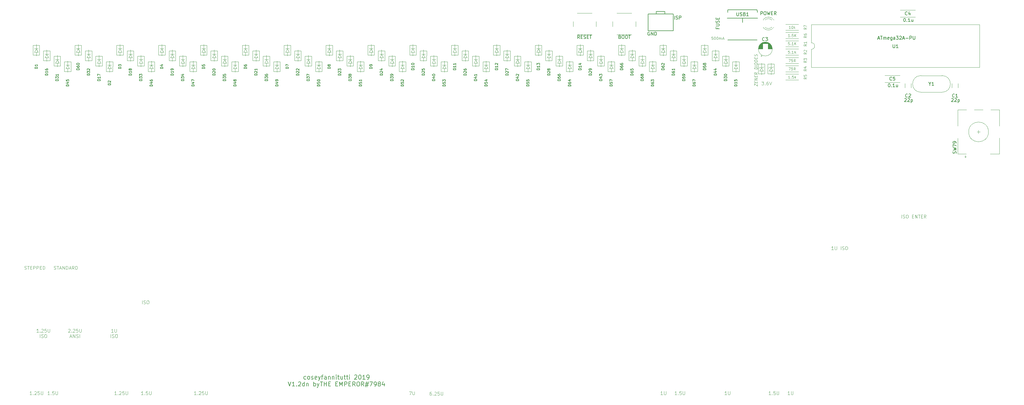
<source format=gto>
G04 #@! TF.GenerationSoftware,KiCad,Pcbnew,(6.0.2)*
G04 #@! TF.CreationDate,2022-04-10T20:08:41+05:30*
G04 #@! TF.ProjectId,discipline-pcb,64697363-6970-46c6-996e-652d7063622e,rev?*
G04 #@! TF.SameCoordinates,Original*
G04 #@! TF.FileFunction,Legend,Top*
G04 #@! TF.FilePolarity,Positive*
%FSLAX46Y46*%
G04 Gerber Fmt 4.6, Leading zero omitted, Abs format (unit mm)*
G04 Created by KiCad (PCBNEW (6.0.2)) date 2022-04-10 20:08:41*
%MOMM*%
%LPD*%
G01*
G04 APERTURE LIST*
%ADD10C,0.200000*%
%ADD11C,0.100000*%
%ADD12C,0.120000*%
%ADD13C,0.150000*%
%ADD14C,0.203200*%
G04 APERTURE END LIST*
D10*
X145293605Y-169707950D02*
X145169796Y-169769855D01*
X144922177Y-169769855D01*
X144798367Y-169707950D01*
X144736462Y-169646045D01*
X144674558Y-169522236D01*
X144674558Y-169150807D01*
X144736462Y-169026998D01*
X144798367Y-168965093D01*
X144922177Y-168903188D01*
X145169796Y-168903188D01*
X145293605Y-168965093D01*
X146036462Y-169769855D02*
X145912653Y-169707950D01*
X145850748Y-169646045D01*
X145788843Y-169522236D01*
X145788843Y-169150807D01*
X145850748Y-169026998D01*
X145912653Y-168965093D01*
X146036462Y-168903188D01*
X146222177Y-168903188D01*
X146345986Y-168965093D01*
X146407891Y-169026998D01*
X146469796Y-169150807D01*
X146469796Y-169522236D01*
X146407891Y-169646045D01*
X146345986Y-169707950D01*
X146222177Y-169769855D01*
X146036462Y-169769855D01*
X146965034Y-169707950D02*
X147088843Y-169769855D01*
X147336462Y-169769855D01*
X147460272Y-169707950D01*
X147522177Y-169584140D01*
X147522177Y-169522236D01*
X147460272Y-169398426D01*
X147336462Y-169336521D01*
X147150748Y-169336521D01*
X147026939Y-169274617D01*
X146965034Y-169150807D01*
X146965034Y-169088902D01*
X147026939Y-168965093D01*
X147150748Y-168903188D01*
X147336462Y-168903188D01*
X147460272Y-168965093D01*
X148574558Y-169707950D02*
X148450748Y-169769855D01*
X148203129Y-169769855D01*
X148079320Y-169707950D01*
X148017415Y-169584140D01*
X148017415Y-169088902D01*
X148079320Y-168965093D01*
X148203129Y-168903188D01*
X148450748Y-168903188D01*
X148574558Y-168965093D01*
X148636462Y-169088902D01*
X148636462Y-169212712D01*
X148017415Y-169336521D01*
X149069796Y-168903188D02*
X149379320Y-169769855D01*
X149688843Y-168903188D02*
X149379320Y-169769855D01*
X149255510Y-170079379D01*
X149193605Y-170141283D01*
X149069796Y-170203188D01*
X149998367Y-168903188D02*
X150493605Y-168903188D01*
X150184081Y-169769855D02*
X150184081Y-168655569D01*
X150245986Y-168531760D01*
X150369796Y-168469855D01*
X150493605Y-168469855D01*
X151484081Y-169769855D02*
X151484081Y-169088902D01*
X151422177Y-168965093D01*
X151298367Y-168903188D01*
X151050748Y-168903188D01*
X150926939Y-168965093D01*
X151484081Y-169707950D02*
X151360272Y-169769855D01*
X151050748Y-169769855D01*
X150926939Y-169707950D01*
X150865034Y-169584140D01*
X150865034Y-169460331D01*
X150926939Y-169336521D01*
X151050748Y-169274617D01*
X151360272Y-169274617D01*
X151484081Y-169212712D01*
X152103129Y-168903188D02*
X152103129Y-169769855D01*
X152103129Y-169026998D02*
X152165034Y-168965093D01*
X152288843Y-168903188D01*
X152474558Y-168903188D01*
X152598367Y-168965093D01*
X152660272Y-169088902D01*
X152660272Y-169769855D01*
X153279320Y-168903188D02*
X153279320Y-169769855D01*
X153279320Y-169026998D02*
X153341224Y-168965093D01*
X153465034Y-168903188D01*
X153650748Y-168903188D01*
X153774558Y-168965093D01*
X153836462Y-169088902D01*
X153836462Y-169769855D01*
X154455510Y-169769855D02*
X154455510Y-168903188D01*
X154455510Y-168469855D02*
X154393605Y-168531760D01*
X154455510Y-168593664D01*
X154517415Y-168531760D01*
X154455510Y-168469855D01*
X154455510Y-168593664D01*
X154888843Y-168903188D02*
X155384081Y-168903188D01*
X155074558Y-168469855D02*
X155074558Y-169584140D01*
X155136462Y-169707950D01*
X155260272Y-169769855D01*
X155384081Y-169769855D01*
X156374558Y-168903188D02*
X156374558Y-169769855D01*
X155817415Y-168903188D02*
X155817415Y-169584140D01*
X155879320Y-169707950D01*
X156003129Y-169769855D01*
X156188843Y-169769855D01*
X156312653Y-169707950D01*
X156374558Y-169646045D01*
X156807891Y-168903188D02*
X157303129Y-168903188D01*
X156993605Y-168469855D02*
X156993605Y-169584140D01*
X157055510Y-169707950D01*
X157179320Y-169769855D01*
X157303129Y-169769855D01*
X157550748Y-168903188D02*
X158045986Y-168903188D01*
X157736462Y-168469855D02*
X157736462Y-169584140D01*
X157798367Y-169707950D01*
X157922177Y-169769855D01*
X158045986Y-169769855D01*
X158479320Y-169769855D02*
X158479320Y-168903188D01*
X158479320Y-168469855D02*
X158417415Y-168531760D01*
X158479320Y-168593664D01*
X158541224Y-168531760D01*
X158479320Y-168469855D01*
X158479320Y-168593664D01*
X160026939Y-168593664D02*
X160088843Y-168531760D01*
X160212653Y-168469855D01*
X160522177Y-168469855D01*
X160645986Y-168531760D01*
X160707891Y-168593664D01*
X160769796Y-168717474D01*
X160769796Y-168841283D01*
X160707891Y-169026998D01*
X159965034Y-169769855D01*
X160769796Y-169769855D01*
X161574558Y-168469855D02*
X161698367Y-168469855D01*
X161822177Y-168531760D01*
X161884081Y-168593664D01*
X161945986Y-168717474D01*
X162007891Y-168965093D01*
X162007891Y-169274617D01*
X161945986Y-169522236D01*
X161884081Y-169646045D01*
X161822177Y-169707950D01*
X161698367Y-169769855D01*
X161574558Y-169769855D01*
X161450748Y-169707950D01*
X161388843Y-169646045D01*
X161326939Y-169522236D01*
X161265034Y-169274617D01*
X161265034Y-168965093D01*
X161326939Y-168717474D01*
X161388843Y-168593664D01*
X161450748Y-168531760D01*
X161574558Y-168469855D01*
X163245986Y-169769855D02*
X162503129Y-169769855D01*
X162874558Y-169769855D02*
X162874558Y-168469855D01*
X162750748Y-168655569D01*
X162626939Y-168779379D01*
X162503129Y-168841283D01*
X163865034Y-169769855D02*
X164112653Y-169769855D01*
X164236462Y-169707950D01*
X164298367Y-169646045D01*
X164422177Y-169460331D01*
X164484081Y-169212712D01*
X164484081Y-168717474D01*
X164422177Y-168593664D01*
X164360272Y-168531760D01*
X164236462Y-168469855D01*
X163988843Y-168469855D01*
X163865034Y-168531760D01*
X163803129Y-168593664D01*
X163741224Y-168717474D01*
X163741224Y-169026998D01*
X163803129Y-169150807D01*
X163865034Y-169212712D01*
X163988843Y-169274617D01*
X164236462Y-169274617D01*
X164360272Y-169212712D01*
X164422177Y-169150807D01*
X164484081Y-169026998D01*
X139907891Y-170562855D02*
X140341224Y-171862855D01*
X140774558Y-170562855D01*
X141888843Y-171862855D02*
X141145986Y-171862855D01*
X141517415Y-171862855D02*
X141517415Y-170562855D01*
X141393605Y-170748569D01*
X141269796Y-170872379D01*
X141145986Y-170934283D01*
X142445986Y-171739045D02*
X142507891Y-171800950D01*
X142445986Y-171862855D01*
X142384081Y-171800950D01*
X142445986Y-171739045D01*
X142445986Y-171862855D01*
X143003129Y-170686664D02*
X143065034Y-170624760D01*
X143188843Y-170562855D01*
X143498367Y-170562855D01*
X143622177Y-170624760D01*
X143684081Y-170686664D01*
X143745986Y-170810474D01*
X143745986Y-170934283D01*
X143684081Y-171119998D01*
X142941224Y-171862855D01*
X143745986Y-171862855D01*
X144860272Y-171862855D02*
X144860272Y-170562855D01*
X144860272Y-171800950D02*
X144736462Y-171862855D01*
X144488843Y-171862855D01*
X144365034Y-171800950D01*
X144303129Y-171739045D01*
X144241224Y-171615236D01*
X144241224Y-171243807D01*
X144303129Y-171119998D01*
X144365034Y-171058093D01*
X144488843Y-170996188D01*
X144736462Y-170996188D01*
X144860272Y-171058093D01*
X145479320Y-170996188D02*
X145479320Y-171862855D01*
X145479320Y-171119998D02*
X145541224Y-171058093D01*
X145665034Y-170996188D01*
X145850748Y-170996188D01*
X145974558Y-171058093D01*
X146036462Y-171181902D01*
X146036462Y-171862855D01*
X147645986Y-171862855D02*
X147645986Y-170562855D01*
X147645986Y-171058093D02*
X147769796Y-170996188D01*
X148017415Y-170996188D01*
X148141224Y-171058093D01*
X148203129Y-171119998D01*
X148265034Y-171243807D01*
X148265034Y-171615236D01*
X148203129Y-171739045D01*
X148141224Y-171800950D01*
X148017415Y-171862855D01*
X147769796Y-171862855D01*
X147645986Y-171800950D01*
X148698367Y-170996188D02*
X149007891Y-171862855D01*
X149317415Y-170996188D02*
X149007891Y-171862855D01*
X148884081Y-172172379D01*
X148822177Y-172234283D01*
X148698367Y-172296188D01*
X149626939Y-170562855D02*
X150369796Y-170562855D01*
X149998367Y-171862855D02*
X149998367Y-170562855D01*
X150803129Y-171862855D02*
X150803129Y-170562855D01*
X150803129Y-171181902D02*
X151545986Y-171181902D01*
X151545986Y-171862855D02*
X151545986Y-170562855D01*
X152165034Y-171181902D02*
X152598367Y-171181902D01*
X152784081Y-171862855D02*
X152165034Y-171862855D01*
X152165034Y-170562855D01*
X152784081Y-170562855D01*
X154331700Y-171181902D02*
X154765034Y-171181902D01*
X154950748Y-171862855D02*
X154331700Y-171862855D01*
X154331700Y-170562855D01*
X154950748Y-170562855D01*
X155507891Y-171862855D02*
X155507891Y-170562855D01*
X155941224Y-171491426D01*
X156374558Y-170562855D01*
X156374558Y-171862855D01*
X156993605Y-171862855D02*
X156993605Y-170562855D01*
X157488843Y-170562855D01*
X157612653Y-170624760D01*
X157674558Y-170686664D01*
X157736462Y-170810474D01*
X157736462Y-170996188D01*
X157674558Y-171119998D01*
X157612653Y-171181902D01*
X157488843Y-171243807D01*
X156993605Y-171243807D01*
X158293605Y-171181902D02*
X158726939Y-171181902D01*
X158912653Y-171862855D02*
X158293605Y-171862855D01*
X158293605Y-170562855D01*
X158912653Y-170562855D01*
X160212653Y-171862855D02*
X159779320Y-171243807D01*
X159469796Y-171862855D02*
X159469796Y-170562855D01*
X159965034Y-170562855D01*
X160088843Y-170624760D01*
X160150748Y-170686664D01*
X160212653Y-170810474D01*
X160212653Y-170996188D01*
X160150748Y-171119998D01*
X160088843Y-171181902D01*
X159965034Y-171243807D01*
X159469796Y-171243807D01*
X161017415Y-170562855D02*
X161265034Y-170562855D01*
X161388843Y-170624760D01*
X161512653Y-170748569D01*
X161574558Y-170996188D01*
X161574558Y-171429521D01*
X161512653Y-171677140D01*
X161388843Y-171800950D01*
X161265034Y-171862855D01*
X161017415Y-171862855D01*
X160893605Y-171800950D01*
X160769796Y-171677140D01*
X160707891Y-171429521D01*
X160707891Y-170996188D01*
X160769796Y-170748569D01*
X160893605Y-170624760D01*
X161017415Y-170562855D01*
X162874558Y-171862855D02*
X162441224Y-171243807D01*
X162131700Y-171862855D02*
X162131700Y-170562855D01*
X162626939Y-170562855D01*
X162750748Y-170624760D01*
X162812653Y-170686664D01*
X162874558Y-170810474D01*
X162874558Y-170996188D01*
X162812653Y-171119998D01*
X162750748Y-171181902D01*
X162626939Y-171243807D01*
X162131700Y-171243807D01*
X163369796Y-170996188D02*
X164298367Y-170996188D01*
X163741224Y-170439045D02*
X163369796Y-172110474D01*
X164174558Y-171553331D02*
X163245986Y-171553331D01*
X163803129Y-172110474D02*
X164174558Y-170439045D01*
X164607891Y-170562855D02*
X165474558Y-170562855D01*
X164917415Y-171862855D01*
X166031700Y-171862855D02*
X166279320Y-171862855D01*
X166403129Y-171800950D01*
X166465034Y-171739045D01*
X166588843Y-171553331D01*
X166650748Y-171305712D01*
X166650748Y-170810474D01*
X166588843Y-170686664D01*
X166526939Y-170624760D01*
X166403129Y-170562855D01*
X166155510Y-170562855D01*
X166031700Y-170624760D01*
X165969796Y-170686664D01*
X165907891Y-170810474D01*
X165907891Y-171119998D01*
X165969796Y-171243807D01*
X166031700Y-171305712D01*
X166155510Y-171367617D01*
X166403129Y-171367617D01*
X166526939Y-171305712D01*
X166588843Y-171243807D01*
X166650748Y-171119998D01*
X167393605Y-171119998D02*
X167269796Y-171058093D01*
X167207891Y-170996188D01*
X167145986Y-170872379D01*
X167145986Y-170810474D01*
X167207891Y-170686664D01*
X167269796Y-170624760D01*
X167393605Y-170562855D01*
X167641224Y-170562855D01*
X167765034Y-170624760D01*
X167826939Y-170686664D01*
X167888843Y-170810474D01*
X167888843Y-170872379D01*
X167826939Y-170996188D01*
X167765034Y-171058093D01*
X167641224Y-171119998D01*
X167393605Y-171119998D01*
X167269796Y-171181902D01*
X167207891Y-171243807D01*
X167145986Y-171367617D01*
X167145986Y-171615236D01*
X167207891Y-171739045D01*
X167269796Y-171800950D01*
X167393605Y-171862855D01*
X167641224Y-171862855D01*
X167765034Y-171800950D01*
X167826939Y-171739045D01*
X167888843Y-171615236D01*
X167888843Y-171367617D01*
X167826939Y-171243807D01*
X167765034Y-171181902D01*
X167641224Y-171119998D01*
X169003129Y-170996188D02*
X169003129Y-171862855D01*
X168693605Y-170500950D02*
X168384081Y-171429521D01*
X169188843Y-171429521D01*
D11*
X95678750Y-146908780D02*
X95678750Y-145908780D01*
X96107321Y-146861161D02*
X96250178Y-146908780D01*
X96488273Y-146908780D01*
X96583511Y-146861161D01*
X96631130Y-146813542D01*
X96678750Y-146718304D01*
X96678750Y-146623066D01*
X96631130Y-146527828D01*
X96583511Y-146480209D01*
X96488273Y-146432590D01*
X96297797Y-146384971D01*
X96202559Y-146337352D01*
X96154940Y-146289733D01*
X96107321Y-146194495D01*
X96107321Y-146099257D01*
X96154940Y-146004019D01*
X96202559Y-145956400D01*
X96297797Y-145908780D01*
X96535892Y-145908780D01*
X96678750Y-145956400D01*
X97297797Y-145908780D02*
X97488273Y-145908780D01*
X97583511Y-145956400D01*
X97678750Y-146051638D01*
X97726369Y-146242114D01*
X97726369Y-146575447D01*
X97678750Y-146765923D01*
X97583511Y-146861161D01*
X97488273Y-146908780D01*
X97297797Y-146908780D01*
X97202559Y-146861161D01*
X97107321Y-146765923D01*
X97059702Y-146575447D01*
X97059702Y-146242114D01*
X97107321Y-146051638D01*
X97202559Y-145956400D01*
X97297797Y-145908780D01*
X305101857Y-130500380D02*
X304530428Y-130500380D01*
X304816142Y-130500380D02*
X304816142Y-129500380D01*
X304720904Y-129643238D01*
X304625666Y-129738476D01*
X304530428Y-129786095D01*
X305530428Y-129500380D02*
X305530428Y-130309904D01*
X305578047Y-130405142D01*
X305625666Y-130452761D01*
X305720904Y-130500380D01*
X305911380Y-130500380D01*
X306006619Y-130452761D01*
X306054238Y-130405142D01*
X306101857Y-130309904D01*
X306101857Y-129500380D01*
X307339952Y-130500380D02*
X307339952Y-129500380D01*
X307768523Y-130452761D02*
X307911380Y-130500380D01*
X308149476Y-130500380D01*
X308244714Y-130452761D01*
X308292333Y-130405142D01*
X308339952Y-130309904D01*
X308339952Y-130214666D01*
X308292333Y-130119428D01*
X308244714Y-130071809D01*
X308149476Y-130024190D01*
X307959000Y-129976571D01*
X307863761Y-129928952D01*
X307816142Y-129881333D01*
X307768523Y-129786095D01*
X307768523Y-129690857D01*
X307816142Y-129595619D01*
X307863761Y-129548000D01*
X307959000Y-129500380D01*
X308197095Y-129500380D01*
X308339952Y-129548000D01*
X308959000Y-129500380D02*
X309149476Y-129500380D01*
X309244714Y-129548000D01*
X309339952Y-129643238D01*
X309387571Y-129833714D01*
X309387571Y-130167047D01*
X309339952Y-130357523D01*
X309244714Y-130452761D01*
X309149476Y-130500380D01*
X308959000Y-130500380D01*
X308863761Y-130452761D01*
X308768523Y-130357523D01*
X308720904Y-130167047D01*
X308720904Y-129833714D01*
X308768523Y-129643238D01*
X308863761Y-129548000D01*
X308959000Y-129500380D01*
X325722123Y-120924580D02*
X325722123Y-119924580D01*
X326150695Y-120876961D02*
X326293552Y-120924580D01*
X326531647Y-120924580D01*
X326626885Y-120876961D01*
X326674504Y-120829342D01*
X326722123Y-120734104D01*
X326722123Y-120638866D01*
X326674504Y-120543628D01*
X326626885Y-120496009D01*
X326531647Y-120448390D01*
X326341171Y-120400771D01*
X326245933Y-120353152D01*
X326198314Y-120305533D01*
X326150695Y-120210295D01*
X326150695Y-120115057D01*
X326198314Y-120019819D01*
X326245933Y-119972200D01*
X326341171Y-119924580D01*
X326579266Y-119924580D01*
X326722123Y-119972200D01*
X327341171Y-119924580D02*
X327531647Y-119924580D01*
X327626885Y-119972200D01*
X327722123Y-120067438D01*
X327769742Y-120257914D01*
X327769742Y-120591247D01*
X327722123Y-120781723D01*
X327626885Y-120876961D01*
X327531647Y-120924580D01*
X327341171Y-120924580D01*
X327245933Y-120876961D01*
X327150695Y-120781723D01*
X327103076Y-120591247D01*
X327103076Y-120257914D01*
X327150695Y-120067438D01*
X327245933Y-119972200D01*
X327341171Y-119924580D01*
X328960219Y-120400771D02*
X329293552Y-120400771D01*
X329436409Y-120924580D02*
X328960219Y-120924580D01*
X328960219Y-119924580D01*
X329436409Y-119924580D01*
X329864980Y-120924580D02*
X329864980Y-119924580D01*
X330436409Y-120924580D01*
X330436409Y-119924580D01*
X330769742Y-119924580D02*
X331341171Y-119924580D01*
X331055457Y-120924580D02*
X331055457Y-119924580D01*
X331674504Y-120400771D02*
X332007838Y-120400771D01*
X332150695Y-120924580D02*
X331674504Y-120924580D01*
X331674504Y-119924580D01*
X332150695Y-119924580D01*
X333150695Y-120924580D02*
X332817361Y-120448390D01*
X332579266Y-120924580D02*
X332579266Y-119924580D01*
X332960219Y-119924580D01*
X333055457Y-119972200D01*
X333103076Y-120019819D01*
X333150695Y-120115057D01*
X333150695Y-120257914D01*
X333103076Y-120353152D01*
X333055457Y-120400771D01*
X332960219Y-120448390D01*
X332579266Y-120448390D01*
X86915654Y-155539780D02*
X86344226Y-155539780D01*
X86629940Y-155539780D02*
X86629940Y-154539780D01*
X86534702Y-154682638D01*
X86439464Y-154777876D01*
X86344226Y-154825495D01*
X87344226Y-154539780D02*
X87344226Y-155349304D01*
X87391845Y-155444542D01*
X87439464Y-155492161D01*
X87534702Y-155539780D01*
X87725178Y-155539780D01*
X87820416Y-155492161D01*
X87868035Y-155444542D01*
X87915654Y-155349304D01*
X87915654Y-154539780D01*
X86153750Y-157149780D02*
X86153750Y-156149780D01*
X86582321Y-157102161D02*
X86725178Y-157149780D01*
X86963273Y-157149780D01*
X87058511Y-157102161D01*
X87106130Y-157054542D01*
X87153750Y-156959304D01*
X87153750Y-156864066D01*
X87106130Y-156768828D01*
X87058511Y-156721209D01*
X86963273Y-156673590D01*
X86772797Y-156625971D01*
X86677559Y-156578352D01*
X86629940Y-156530733D01*
X86582321Y-156435495D01*
X86582321Y-156340257D01*
X86629940Y-156245019D01*
X86677559Y-156197400D01*
X86772797Y-156149780D01*
X87010892Y-156149780D01*
X87153750Y-156197400D01*
X87772797Y-156149780D02*
X87963273Y-156149780D01*
X88058511Y-156197400D01*
X88153750Y-156292638D01*
X88201369Y-156483114D01*
X88201369Y-156816447D01*
X88153750Y-157006923D01*
X88058511Y-157102161D01*
X87963273Y-157149780D01*
X87772797Y-157149780D01*
X87677559Y-157102161D01*
X87582321Y-157006923D01*
X87534702Y-156816447D01*
X87534702Y-156483114D01*
X87582321Y-156292638D01*
X87677559Y-156197400D01*
X87772797Y-156149780D01*
X73285600Y-154635019D02*
X73333219Y-154587400D01*
X73428457Y-154539780D01*
X73666552Y-154539780D01*
X73761790Y-154587400D01*
X73809409Y-154635019D01*
X73857028Y-154730257D01*
X73857028Y-154825495D01*
X73809409Y-154968352D01*
X73237980Y-155539780D01*
X73857028Y-155539780D01*
X74285600Y-155444542D02*
X74333219Y-155492161D01*
X74285600Y-155539780D01*
X74237980Y-155492161D01*
X74285600Y-155444542D01*
X74285600Y-155539780D01*
X74714171Y-154635019D02*
X74761790Y-154587400D01*
X74857028Y-154539780D01*
X75095123Y-154539780D01*
X75190361Y-154587400D01*
X75237980Y-154635019D01*
X75285600Y-154730257D01*
X75285600Y-154825495D01*
X75237980Y-154968352D01*
X74666552Y-155539780D01*
X75285600Y-155539780D01*
X76190361Y-154539780D02*
X75714171Y-154539780D01*
X75666552Y-155015971D01*
X75714171Y-154968352D01*
X75809409Y-154920733D01*
X76047504Y-154920733D01*
X76142742Y-154968352D01*
X76190361Y-155015971D01*
X76237980Y-155111209D01*
X76237980Y-155349304D01*
X76190361Y-155444542D01*
X76142742Y-155492161D01*
X76047504Y-155539780D01*
X75809409Y-155539780D01*
X75714171Y-155492161D01*
X75666552Y-155444542D01*
X76666552Y-154539780D02*
X76666552Y-155349304D01*
X76714171Y-155444542D01*
X76761790Y-155492161D01*
X76857028Y-155539780D01*
X77047504Y-155539780D01*
X77142742Y-155492161D01*
X77190361Y-155444542D01*
X77237980Y-155349304D01*
X77237980Y-154539780D01*
X73809409Y-156864066D02*
X74285600Y-156864066D01*
X73714171Y-157149780D02*
X74047504Y-156149780D01*
X74380838Y-157149780D01*
X74714171Y-157149780D02*
X74714171Y-156149780D01*
X75285600Y-157149780D01*
X75285600Y-156149780D01*
X75714171Y-157102161D02*
X75857028Y-157149780D01*
X76095123Y-157149780D01*
X76190361Y-157102161D01*
X76237980Y-157054542D01*
X76285600Y-156959304D01*
X76285600Y-156864066D01*
X76237980Y-156768828D01*
X76190361Y-156721209D01*
X76095123Y-156673590D01*
X75904647Y-156625971D01*
X75809409Y-156578352D01*
X75761790Y-156530733D01*
X75714171Y-156435495D01*
X75714171Y-156340257D01*
X75761790Y-156245019D01*
X75809409Y-156197400D01*
X75904647Y-156149780D01*
X76142742Y-156149780D01*
X76285600Y-156197400D01*
X76714171Y-157149780D02*
X76714171Y-156149780D01*
X64293928Y-155539780D02*
X63722500Y-155539780D01*
X64008214Y-155539780D02*
X64008214Y-154539780D01*
X63912976Y-154682638D01*
X63817738Y-154777876D01*
X63722500Y-154825495D01*
X64722500Y-155444542D02*
X64770119Y-155492161D01*
X64722500Y-155539780D01*
X64674880Y-155492161D01*
X64722500Y-155444542D01*
X64722500Y-155539780D01*
X65151071Y-154635019D02*
X65198690Y-154587400D01*
X65293928Y-154539780D01*
X65532023Y-154539780D01*
X65627261Y-154587400D01*
X65674880Y-154635019D01*
X65722500Y-154730257D01*
X65722500Y-154825495D01*
X65674880Y-154968352D01*
X65103452Y-155539780D01*
X65722500Y-155539780D01*
X66627261Y-154539780D02*
X66151071Y-154539780D01*
X66103452Y-155015971D01*
X66151071Y-154968352D01*
X66246309Y-154920733D01*
X66484404Y-154920733D01*
X66579642Y-154968352D01*
X66627261Y-155015971D01*
X66674880Y-155111209D01*
X66674880Y-155349304D01*
X66627261Y-155444542D01*
X66579642Y-155492161D01*
X66484404Y-155539780D01*
X66246309Y-155539780D01*
X66151071Y-155492161D01*
X66103452Y-155444542D01*
X67103452Y-154539780D02*
X67103452Y-155349304D01*
X67151071Y-155444542D01*
X67198690Y-155492161D01*
X67293928Y-155539780D01*
X67484404Y-155539780D01*
X67579642Y-155492161D01*
X67627261Y-155444542D01*
X67674880Y-155349304D01*
X67674880Y-154539780D01*
X64722500Y-157149780D02*
X64722500Y-156149780D01*
X65151071Y-157102161D02*
X65293928Y-157149780D01*
X65532023Y-157149780D01*
X65627261Y-157102161D01*
X65674880Y-157054542D01*
X65722500Y-156959304D01*
X65722500Y-156864066D01*
X65674880Y-156768828D01*
X65627261Y-156721209D01*
X65532023Y-156673590D01*
X65341547Y-156625971D01*
X65246309Y-156578352D01*
X65198690Y-156530733D01*
X65151071Y-156435495D01*
X65151071Y-156340257D01*
X65198690Y-156245019D01*
X65246309Y-156197400D01*
X65341547Y-156149780D01*
X65579642Y-156149780D01*
X65722500Y-156197400D01*
X66341547Y-156149780D02*
X66532023Y-156149780D01*
X66627261Y-156197400D01*
X66722500Y-156292638D01*
X66770119Y-156483114D01*
X66770119Y-156816447D01*
X66722500Y-157006923D01*
X66627261Y-157102161D01*
X66532023Y-157149780D01*
X66341547Y-157149780D01*
X66246309Y-157102161D01*
X66151071Y-157006923D01*
X66103452Y-156816447D01*
X66103452Y-156483114D01*
X66151071Y-156292638D01*
X66246309Y-156197400D01*
X66341547Y-156149780D01*
X268571435Y-65993549D02*
X268190483Y-65993549D01*
X268152388Y-66374502D01*
X268190483Y-66336406D01*
X268266674Y-66298311D01*
X268457150Y-66298311D01*
X268533340Y-66336406D01*
X268571435Y-66374502D01*
X268609531Y-66450692D01*
X268609531Y-66641168D01*
X268571435Y-66717359D01*
X268533340Y-66755454D01*
X268457150Y-66793549D01*
X268266674Y-66793549D01*
X268190483Y-66755454D01*
X268152388Y-66717359D01*
X269104769Y-65993549D02*
X269180959Y-65993549D01*
X269257150Y-66031645D01*
X269295245Y-66069740D01*
X269333340Y-66145930D01*
X269371435Y-66298311D01*
X269371435Y-66488787D01*
X269333340Y-66641168D01*
X269295245Y-66717359D01*
X269257150Y-66755454D01*
X269180959Y-66793549D01*
X269104769Y-66793549D01*
X269028578Y-66755454D01*
X268990483Y-66717359D01*
X268952388Y-66641168D01*
X268914293Y-66488787D01*
X268914293Y-66298311D01*
X268952388Y-66145930D01*
X268990483Y-66069740D01*
X269028578Y-66031645D01*
X269104769Y-65993549D01*
X269866674Y-65993549D02*
X269942864Y-65993549D01*
X270019055Y-66031645D01*
X270057150Y-66069740D01*
X270095245Y-66145930D01*
X270133340Y-66298311D01*
X270133340Y-66488787D01*
X270095245Y-66641168D01*
X270057150Y-66717359D01*
X270019055Y-66755454D01*
X269942864Y-66793549D01*
X269866674Y-66793549D01*
X269790483Y-66755454D01*
X269752388Y-66717359D01*
X269714293Y-66641168D01*
X269676197Y-66488787D01*
X269676197Y-66298311D01*
X269714293Y-66145930D01*
X269752388Y-66069740D01*
X269790483Y-66031645D01*
X269866674Y-65993549D01*
X270476197Y-66793549D02*
X270476197Y-66260216D01*
X270476197Y-66336406D02*
X270514293Y-66298311D01*
X270590483Y-66260216D01*
X270704769Y-66260216D01*
X270780959Y-66298311D01*
X270819055Y-66374502D01*
X270819055Y-66793549D01*
X270819055Y-66374502D02*
X270857150Y-66298311D01*
X270933340Y-66260216D01*
X271047626Y-66260216D01*
X271123816Y-66298311D01*
X271161912Y-66374502D01*
X271161912Y-66793549D01*
X271504769Y-66564978D02*
X271885721Y-66564978D01*
X271428578Y-66793549D02*
X271695245Y-65993549D01*
X271961912Y-66793549D01*
X283351445Y-79586134D02*
X283970493Y-79586134D01*
X283637159Y-79967087D01*
X283780016Y-79967087D01*
X283875255Y-80014706D01*
X283922874Y-80062325D01*
X283970493Y-80157563D01*
X283970493Y-80395658D01*
X283922874Y-80490896D01*
X283875255Y-80538515D01*
X283780016Y-80586134D01*
X283494302Y-80586134D01*
X283399064Y-80538515D01*
X283351445Y-80490896D01*
X284399064Y-80490896D02*
X284446683Y-80538515D01*
X284399064Y-80586134D01*
X284351445Y-80538515D01*
X284399064Y-80490896D01*
X284399064Y-80586134D01*
X285303826Y-79586134D02*
X285113350Y-79586134D01*
X285018112Y-79633754D01*
X284970493Y-79681373D01*
X284875255Y-79824230D01*
X284827636Y-80014706D01*
X284827636Y-80395658D01*
X284875255Y-80490896D01*
X284922874Y-80538515D01*
X285018112Y-80586134D01*
X285208588Y-80586134D01*
X285303826Y-80538515D01*
X285351445Y-80490896D01*
X285399064Y-80395658D01*
X285399064Y-80157563D01*
X285351445Y-80062325D01*
X285303826Y-80014706D01*
X285208588Y-79967087D01*
X285018112Y-79967087D01*
X284922874Y-80014706D01*
X284875255Y-80062325D01*
X284827636Y-80157563D01*
X285684778Y-79586134D02*
X286018112Y-80586134D01*
X286351445Y-79586134D01*
X281167640Y-80759433D02*
X281167640Y-80159433D01*
X282067640Y-80871933D01*
X282067640Y-80271933D01*
X281596212Y-79870147D02*
X281596212Y-79570147D01*
X282067640Y-79500504D02*
X282067640Y-79929076D01*
X281167640Y-79816576D01*
X281167640Y-79388004D01*
X282067640Y-79114790D02*
X281167640Y-79002290D01*
X282067640Y-78600504D01*
X281167640Y-78488004D01*
X281596212Y-78113004D02*
X281596212Y-77813004D01*
X282067640Y-77743361D02*
X282067640Y-78171933D01*
X281167640Y-78059433D01*
X281167640Y-77630861D01*
X282067640Y-76843361D02*
X281639069Y-77089790D01*
X282067640Y-77357647D02*
X281167640Y-77245147D01*
X281167640Y-76902290D01*
X281210498Y-76821933D01*
X281253355Y-76784433D01*
X281339069Y-76752290D01*
X281467640Y-76768361D01*
X281553355Y-76821933D01*
X281596212Y-76870147D01*
X281639069Y-76961219D01*
X281639069Y-77304076D01*
X282067640Y-75771933D02*
X281167640Y-75659433D01*
X281167640Y-75445147D01*
X281210498Y-75321933D01*
X281296212Y-75246933D01*
X281381926Y-75214790D01*
X281553355Y-75193361D01*
X281681926Y-75209433D01*
X281853355Y-75273719D01*
X281939069Y-75327290D01*
X282024783Y-75423719D01*
X282067640Y-75557647D01*
X282067640Y-75771933D01*
X282067640Y-74871933D02*
X281167640Y-74759433D01*
X281167640Y-74159433D02*
X281167640Y-73988004D01*
X281210498Y-73907647D01*
X281296212Y-73832647D01*
X281467640Y-73811219D01*
X281767640Y-73848719D01*
X281939069Y-73913004D01*
X282024783Y-74009433D01*
X282067640Y-74100504D01*
X282067640Y-74271933D01*
X282024783Y-74352290D01*
X281939069Y-74427290D01*
X281767640Y-74448719D01*
X281467640Y-74411219D01*
X281296212Y-74346933D01*
X281210498Y-74250504D01*
X281167640Y-74159433D01*
X282067640Y-73500504D02*
X281167640Y-73388004D01*
X281167640Y-73173719D01*
X281210498Y-73050504D01*
X281296212Y-72975504D01*
X281381926Y-72943361D01*
X281553355Y-72921933D01*
X281681926Y-72938004D01*
X281853355Y-73002290D01*
X281939069Y-73055861D01*
X282024783Y-73152290D01*
X282067640Y-73286219D01*
X282067640Y-73500504D01*
X281596212Y-72541576D02*
X281596212Y-72241576D01*
X282067640Y-72171933D02*
X282067640Y-72600504D01*
X281167640Y-72488004D01*
X281167640Y-72059433D01*
X282024783Y-71823719D02*
X282067640Y-71700504D01*
X282067640Y-71486219D01*
X282024783Y-71395147D01*
X281981926Y-71346933D01*
X281896212Y-71293361D01*
X281810498Y-71282647D01*
X281724783Y-71314790D01*
X281681926Y-71352290D01*
X281639069Y-71432647D01*
X281596212Y-71598719D01*
X281553355Y-71679076D01*
X281510498Y-71716576D01*
X281424783Y-71748719D01*
X281339069Y-71738004D01*
X281253355Y-71684433D01*
X281210498Y-71636219D01*
X281167640Y-71545147D01*
X281167640Y-71330861D01*
X281210498Y-71207647D01*
D12*
X285400010Y-75514666D02*
X285644982Y-75252196D01*
X286734918Y-75251812D02*
X286979890Y-74989342D01*
X282517900Y-75514282D02*
X282762872Y-75251812D01*
X283865246Y-75251812D02*
X284110218Y-74989342D01*
D13*
X228199557Y-66516574D02*
X227866223Y-66040384D01*
X227628128Y-66516574D02*
X227628128Y-65516574D01*
X228009080Y-65516574D01*
X228104318Y-65564194D01*
X228151938Y-65611813D01*
X228199557Y-65707051D01*
X228199557Y-65849908D01*
X228151938Y-65945146D01*
X228104318Y-65992765D01*
X228009080Y-66040384D01*
X227628128Y-66040384D01*
X228628128Y-65992765D02*
X228961461Y-65992765D01*
X229104318Y-66516574D02*
X228628128Y-66516574D01*
X228628128Y-65516574D01*
X229104318Y-65516574D01*
X229485271Y-66468955D02*
X229628128Y-66516574D01*
X229866223Y-66516574D01*
X229961461Y-66468955D01*
X230009080Y-66421336D01*
X230056699Y-66326098D01*
X230056699Y-66230860D01*
X230009080Y-66135622D01*
X229961461Y-66088003D01*
X229866223Y-66040384D01*
X229675747Y-65992765D01*
X229580509Y-65945146D01*
X229532890Y-65897527D01*
X229485271Y-65802289D01*
X229485271Y-65707051D01*
X229532890Y-65611813D01*
X229580509Y-65564194D01*
X229675747Y-65516574D01*
X229913842Y-65516574D01*
X230056699Y-65564194D01*
X230485271Y-65992765D02*
X230818604Y-65992765D01*
X230961461Y-66516574D02*
X230485271Y-66516574D01*
X230485271Y-65516574D01*
X230961461Y-65516574D01*
X231247176Y-65516574D02*
X231818604Y-65516574D01*
X231532890Y-66516574D02*
X231532890Y-65516574D01*
X283095546Y-59326064D02*
X283095546Y-58326064D01*
X283476498Y-58326064D01*
X283571736Y-58373684D01*
X283619355Y-58421303D01*
X283666974Y-58516541D01*
X283666974Y-58659398D01*
X283619355Y-58754636D01*
X283571736Y-58802255D01*
X283476498Y-58849874D01*
X283095546Y-58849874D01*
X284286022Y-58326064D02*
X284476498Y-58326064D01*
X284571736Y-58373684D01*
X284666974Y-58468922D01*
X284714593Y-58659398D01*
X284714593Y-58992731D01*
X284666974Y-59183207D01*
X284571736Y-59278445D01*
X284476498Y-59326064D01*
X284286022Y-59326064D01*
X284190784Y-59278445D01*
X284095546Y-59183207D01*
X284047927Y-58992731D01*
X284047927Y-58659398D01*
X284095546Y-58468922D01*
X284190784Y-58373684D01*
X284286022Y-58326064D01*
X285047927Y-58326064D02*
X285286022Y-59326064D01*
X285476498Y-58611779D01*
X285666974Y-59326064D01*
X285905070Y-58326064D01*
X286286022Y-58802255D02*
X286619355Y-58802255D01*
X286762212Y-59326064D02*
X286286022Y-59326064D01*
X286286022Y-58326064D01*
X286762212Y-58326064D01*
X287762212Y-59326064D02*
X287428879Y-58849874D01*
X287190784Y-59326064D02*
X287190784Y-58326064D01*
X287571736Y-58326064D01*
X287666974Y-58373684D01*
X287714593Y-58421303D01*
X287762212Y-58516541D01*
X287762212Y-58659398D01*
X287714593Y-58754636D01*
X287666974Y-58802255D01*
X287571736Y-58849874D01*
X287190784Y-58849874D01*
X249414796Y-64566827D02*
X249319558Y-64519207D01*
X249176701Y-64519207D01*
X249033843Y-64566827D01*
X248938605Y-64662065D01*
X248890986Y-64757303D01*
X248843367Y-64947779D01*
X248843367Y-65090636D01*
X248890986Y-65281112D01*
X248938605Y-65376350D01*
X249033843Y-65471588D01*
X249176701Y-65519207D01*
X249271939Y-65519207D01*
X249414796Y-65471588D01*
X249462415Y-65423969D01*
X249462415Y-65090636D01*
X249271939Y-65090636D01*
X249890986Y-65519207D02*
X249890986Y-64519207D01*
X250462415Y-65519207D01*
X250462415Y-64519207D01*
X250938605Y-65519207D02*
X250938605Y-64519207D01*
X251176701Y-64519207D01*
X251319558Y-64566827D01*
X251414796Y-64662065D01*
X251462415Y-64757303D01*
X251510034Y-64947779D01*
X251510034Y-65090636D01*
X251462415Y-65281112D01*
X251414796Y-65376350D01*
X251319558Y-65471588D01*
X251176701Y-65519207D01*
X250938605Y-65519207D01*
X256969474Y-60637358D02*
X256969474Y-59637358D01*
X257398045Y-60589739D02*
X257540903Y-60637358D01*
X257778998Y-60637358D01*
X257874236Y-60589739D01*
X257921855Y-60542120D01*
X257969474Y-60446882D01*
X257969474Y-60351644D01*
X257921855Y-60256406D01*
X257874236Y-60208787D01*
X257778998Y-60161168D01*
X257588522Y-60113549D01*
X257493284Y-60065930D01*
X257445665Y-60018311D01*
X257398045Y-59923073D01*
X257398045Y-59827835D01*
X257445665Y-59732597D01*
X257493284Y-59684978D01*
X257588522Y-59637358D01*
X257826617Y-59637358D01*
X257969474Y-59684978D01*
X258398045Y-60637358D02*
X258398045Y-59637358D01*
X258778998Y-59637358D01*
X258874236Y-59684978D01*
X258921855Y-59732597D01*
X258969474Y-59827835D01*
X258969474Y-59970692D01*
X258921855Y-60065930D01*
X258874236Y-60113549D01*
X258778998Y-60161168D01*
X258398045Y-60161168D01*
D11*
X291785363Y-70192989D02*
X291404411Y-70192989D01*
X291366316Y-70573942D01*
X291404411Y-70535846D01*
X291480601Y-70497751D01*
X291671077Y-70497751D01*
X291747268Y-70535846D01*
X291785363Y-70573942D01*
X291823458Y-70650132D01*
X291823458Y-70840608D01*
X291785363Y-70916799D01*
X291747268Y-70954894D01*
X291671077Y-70992989D01*
X291480601Y-70992989D01*
X291404411Y-70954894D01*
X291366316Y-70916799D01*
X292166316Y-70916799D02*
X292204411Y-70954894D01*
X292166316Y-70992989D01*
X292128220Y-70954894D01*
X292166316Y-70916799D01*
X292166316Y-70992989D01*
X292966316Y-70992989D02*
X292509173Y-70992989D01*
X292737744Y-70992989D02*
X292737744Y-70192989D01*
X292661554Y-70307275D01*
X292585363Y-70383465D01*
X292509173Y-70421561D01*
X293309173Y-70992989D02*
X293309173Y-70192989D01*
X293766316Y-70992989D02*
X293423458Y-70535846D01*
X293766316Y-70192989D02*
X293309173Y-70650132D01*
X291785363Y-67639536D02*
X291404411Y-67639536D01*
X291366316Y-68020489D01*
X291404411Y-67982393D01*
X291480601Y-67944298D01*
X291671077Y-67944298D01*
X291747268Y-67982393D01*
X291785363Y-68020489D01*
X291823458Y-68096679D01*
X291823458Y-68287155D01*
X291785363Y-68363346D01*
X291747268Y-68401441D01*
X291671077Y-68439536D01*
X291480601Y-68439536D01*
X291404411Y-68401441D01*
X291366316Y-68363346D01*
X292166316Y-68363346D02*
X292204411Y-68401441D01*
X292166316Y-68439536D01*
X292128220Y-68401441D01*
X292166316Y-68363346D01*
X292166316Y-68439536D01*
X292966316Y-68439536D02*
X292509173Y-68439536D01*
X292737744Y-68439536D02*
X292737744Y-67639536D01*
X292661554Y-67753822D01*
X292585363Y-67830012D01*
X292509173Y-67868108D01*
X293309173Y-68439536D02*
X293309173Y-67639536D01*
X293766316Y-68439536D02*
X293423458Y-67982393D01*
X293766316Y-67639536D02*
X293309173Y-68096679D01*
X291851210Y-174478614D02*
X291279782Y-174478614D01*
X291565496Y-174478614D02*
X291565496Y-173478614D01*
X291470258Y-173621472D01*
X291375020Y-173716710D01*
X291279782Y-173764329D01*
X292279782Y-173478614D02*
X292279782Y-174288138D01*
X292327401Y-174383376D01*
X292375020Y-174430995D01*
X292470258Y-174478614D01*
X292660734Y-174478614D01*
X292755972Y-174430995D01*
X292803591Y-174383376D01*
X292851210Y-174288138D01*
X292851210Y-173478614D01*
X272760892Y-174478614D02*
X272189464Y-174478614D01*
X272475178Y-174478614D02*
X272475178Y-173478614D01*
X272379940Y-173621472D01*
X272284702Y-173716710D01*
X272189464Y-173764329D01*
X273189464Y-173478614D02*
X273189464Y-174288138D01*
X273237083Y-174383376D01*
X273284702Y-174430995D01*
X273379940Y-174478614D01*
X273570416Y-174478614D01*
X273665654Y-174430995D01*
X273713273Y-174383376D01*
X273760892Y-174288138D01*
X273760892Y-173478614D01*
X253350650Y-174478614D02*
X252779222Y-174478614D01*
X253064936Y-174478614D02*
X253064936Y-173478614D01*
X252969698Y-173621472D01*
X252874460Y-173716710D01*
X252779222Y-173764329D01*
X253779222Y-173478614D02*
X253779222Y-174288138D01*
X253826841Y-174383376D01*
X253874460Y-174430995D01*
X253969698Y-174478614D01*
X254160174Y-174478614D01*
X254255412Y-174430995D01*
X254303031Y-174383376D01*
X254350650Y-174288138D01*
X254350650Y-173478614D01*
X68976474Y-136426063D02*
X69119332Y-136473682D01*
X69357427Y-136473682D01*
X69452665Y-136426063D01*
X69500284Y-136378444D01*
X69547903Y-136283206D01*
X69547903Y-136187968D01*
X69500284Y-136092730D01*
X69452665Y-136045111D01*
X69357427Y-135997492D01*
X69166951Y-135949873D01*
X69071713Y-135902254D01*
X69024094Y-135854635D01*
X68976474Y-135759397D01*
X68976474Y-135664159D01*
X69024094Y-135568921D01*
X69071713Y-135521302D01*
X69166951Y-135473682D01*
X69405046Y-135473682D01*
X69547903Y-135521302D01*
X69833617Y-135473682D02*
X70405046Y-135473682D01*
X70119332Y-136473682D02*
X70119332Y-135473682D01*
X70690760Y-136187968D02*
X71166951Y-136187968D01*
X70595522Y-136473682D02*
X70928855Y-135473682D01*
X71262189Y-136473682D01*
X71595522Y-136473682D02*
X71595522Y-135473682D01*
X72166951Y-136473682D01*
X72166951Y-135473682D01*
X72643141Y-136473682D02*
X72643141Y-135473682D01*
X72881236Y-135473682D01*
X73024094Y-135521302D01*
X73119332Y-135616540D01*
X73166951Y-135711778D01*
X73214570Y-135902254D01*
X73214570Y-136045111D01*
X73166951Y-136235587D01*
X73119332Y-136330825D01*
X73024094Y-136426063D01*
X72881236Y-136473682D01*
X72643141Y-136473682D01*
X73595522Y-136187968D02*
X74071713Y-136187968D01*
X73500284Y-136473682D02*
X73833617Y-135473682D01*
X74166951Y-136473682D01*
X75071713Y-136473682D02*
X74738379Y-135997492D01*
X74500284Y-136473682D02*
X74500284Y-135473682D01*
X74881236Y-135473682D01*
X74976474Y-135521302D01*
X75024094Y-135568921D01*
X75071713Y-135664159D01*
X75071713Y-135807016D01*
X75024094Y-135902254D01*
X74976474Y-135949873D01*
X74881236Y-135997492D01*
X74500284Y-135997492D01*
X75500284Y-136473682D02*
X75500284Y-135473682D01*
X75738379Y-135473682D01*
X75881236Y-135521302D01*
X75976474Y-135616540D01*
X76024094Y-135711778D01*
X76071713Y-135902254D01*
X76071713Y-136045111D01*
X76024094Y-136235587D01*
X75976474Y-136330825D01*
X75881236Y-136426063D01*
X75738379Y-136473682D01*
X75500284Y-136473682D01*
X60056418Y-136426063D02*
X60199275Y-136473682D01*
X60437370Y-136473682D01*
X60532608Y-136426063D01*
X60580227Y-136378444D01*
X60627847Y-136283206D01*
X60627847Y-136187968D01*
X60580227Y-136092730D01*
X60532608Y-136045111D01*
X60437370Y-135997492D01*
X60246894Y-135949873D01*
X60151656Y-135902254D01*
X60104037Y-135854635D01*
X60056418Y-135759397D01*
X60056418Y-135664159D01*
X60104037Y-135568921D01*
X60151656Y-135521302D01*
X60246894Y-135473682D01*
X60484989Y-135473682D01*
X60627847Y-135521302D01*
X60913561Y-135473682D02*
X61484989Y-135473682D01*
X61199275Y-136473682D02*
X61199275Y-135473682D01*
X61818323Y-135949873D02*
X62151656Y-135949873D01*
X62294513Y-136473682D02*
X61818323Y-136473682D01*
X61818323Y-135473682D01*
X62294513Y-135473682D01*
X62723085Y-136473682D02*
X62723085Y-135473682D01*
X63104037Y-135473682D01*
X63199275Y-135521302D01*
X63246894Y-135568921D01*
X63294513Y-135664159D01*
X63294513Y-135807016D01*
X63246894Y-135902254D01*
X63199275Y-135949873D01*
X63104037Y-135997492D01*
X62723085Y-135997492D01*
X63723085Y-136473682D02*
X63723085Y-135473682D01*
X64104037Y-135473682D01*
X64199275Y-135521302D01*
X64246894Y-135568921D01*
X64294513Y-135664159D01*
X64294513Y-135807016D01*
X64246894Y-135902254D01*
X64199275Y-135949873D01*
X64104037Y-135997492D01*
X63723085Y-135997492D01*
X64723085Y-135949873D02*
X65056418Y-135949873D01*
X65199275Y-136473682D02*
X64723085Y-136473682D01*
X64723085Y-135473682D01*
X65199275Y-135473682D01*
X65627847Y-136473682D02*
X65627847Y-135473682D01*
X65865942Y-135473682D01*
X66008799Y-135521302D01*
X66104037Y-135616540D01*
X66151656Y-135711778D01*
X66199275Y-135902254D01*
X66199275Y-136045111D01*
X66151656Y-136235587D01*
X66104037Y-136330825D01*
X66008799Y-136426063D01*
X65865942Y-136473682D01*
X65627847Y-136473682D01*
X286110604Y-174478614D02*
X285539175Y-174478614D01*
X285824889Y-174478614D02*
X285824889Y-173478614D01*
X285729651Y-173621472D01*
X285634413Y-173716710D01*
X285539175Y-173764329D01*
X286539175Y-174383376D02*
X286586794Y-174430995D01*
X286539175Y-174478614D01*
X286491556Y-174430995D01*
X286539175Y-174383376D01*
X286539175Y-174478614D01*
X287491556Y-173478614D02*
X287015365Y-173478614D01*
X286967746Y-173954805D01*
X287015365Y-173907186D01*
X287110604Y-173859567D01*
X287348699Y-173859567D01*
X287443937Y-173907186D01*
X287491556Y-173954805D01*
X287539175Y-174050043D01*
X287539175Y-174288138D01*
X287491556Y-174383376D01*
X287443937Y-174430995D01*
X287348699Y-174478614D01*
X287110604Y-174478614D01*
X287015365Y-174430995D01*
X286967746Y-174383376D01*
X287967746Y-173478614D02*
X287967746Y-174288138D01*
X288015365Y-174383376D01*
X288062985Y-174430995D01*
X288158223Y-174478614D01*
X288348699Y-174478614D01*
X288443937Y-174430995D01*
X288491556Y-174383376D01*
X288539175Y-174288138D01*
X288539175Y-173478614D01*
X257623200Y-174478614D02*
X257051771Y-174478614D01*
X257337485Y-174478614D02*
X257337485Y-173478614D01*
X257242247Y-173621472D01*
X257147009Y-173716710D01*
X257051771Y-173764329D01*
X258051771Y-174383376D02*
X258099390Y-174430995D01*
X258051771Y-174478614D01*
X258004152Y-174430995D01*
X258051771Y-174383376D01*
X258051771Y-174478614D01*
X259004152Y-173478614D02*
X258527961Y-173478614D01*
X258480342Y-173954805D01*
X258527961Y-173907186D01*
X258623200Y-173859567D01*
X258861295Y-173859567D01*
X258956533Y-173907186D01*
X259004152Y-173954805D01*
X259051771Y-174050043D01*
X259051771Y-174288138D01*
X259004152Y-174383376D01*
X258956533Y-174430995D01*
X258861295Y-174478614D01*
X258623200Y-174478614D01*
X258527961Y-174430995D01*
X258480342Y-174383376D01*
X259480342Y-173478614D02*
X259480342Y-174288138D01*
X259527961Y-174383376D01*
X259575581Y-174430995D01*
X259670819Y-174478614D01*
X259861295Y-174478614D01*
X259956533Y-174430995D01*
X260004152Y-174383376D01*
X260051771Y-174288138D01*
X260051771Y-173478614D01*
X95980958Y-174478614D02*
X95409529Y-174478614D01*
X95695243Y-174478614D02*
X95695243Y-173478614D01*
X95600005Y-173621472D01*
X95504767Y-173716710D01*
X95409529Y-173764329D01*
X96409529Y-174383376D02*
X96457148Y-174430995D01*
X96409529Y-174478614D01*
X96361910Y-174430995D01*
X96409529Y-174383376D01*
X96409529Y-174478614D01*
X97361910Y-173478614D02*
X96885719Y-173478614D01*
X96838100Y-173954805D01*
X96885719Y-173907186D01*
X96980958Y-173859567D01*
X97219053Y-173859567D01*
X97314291Y-173907186D01*
X97361910Y-173954805D01*
X97409529Y-174050043D01*
X97409529Y-174288138D01*
X97361910Y-174383376D01*
X97314291Y-174430995D01*
X97219053Y-174478614D01*
X96980958Y-174478614D01*
X96885719Y-174430995D01*
X96838100Y-174383376D01*
X97838100Y-173478614D02*
X97838100Y-174288138D01*
X97885719Y-174383376D01*
X97933339Y-174430995D01*
X98028577Y-174478614D01*
X98219053Y-174478614D01*
X98314291Y-174430995D01*
X98361910Y-174383376D01*
X98409529Y-174288138D01*
X98409529Y-173478614D01*
X67634738Y-174478614D02*
X67063309Y-174478614D01*
X67349023Y-174478614D02*
X67349023Y-173478614D01*
X67253785Y-173621472D01*
X67158547Y-173716710D01*
X67063309Y-173764329D01*
X68063309Y-174383376D02*
X68110928Y-174430995D01*
X68063309Y-174478614D01*
X68015690Y-174430995D01*
X68063309Y-174383376D01*
X68063309Y-174478614D01*
X69015690Y-173478614D02*
X68539499Y-173478614D01*
X68491880Y-173954805D01*
X68539499Y-173907186D01*
X68634738Y-173859567D01*
X68872833Y-173859567D01*
X68968071Y-173907186D01*
X69015690Y-173954805D01*
X69063309Y-174050043D01*
X69063309Y-174288138D01*
X69015690Y-174383376D01*
X68968071Y-174430995D01*
X68872833Y-174478614D01*
X68634738Y-174478614D01*
X68539499Y-174430995D01*
X68491880Y-174383376D01*
X69491880Y-173478614D02*
X69491880Y-174288138D01*
X69539499Y-174383376D01*
X69587119Y-174430995D01*
X69682357Y-174478614D01*
X69872833Y-174478614D01*
X69968071Y-174430995D01*
X70015690Y-174383376D01*
X70063309Y-174288138D01*
X70063309Y-173478614D01*
X112040062Y-174478614D02*
X111468634Y-174478614D01*
X111754348Y-174478614D02*
X111754348Y-173478614D01*
X111659110Y-173621472D01*
X111563872Y-173716710D01*
X111468634Y-173764329D01*
X112468634Y-174383376D02*
X112516253Y-174430995D01*
X112468634Y-174478614D01*
X112421014Y-174430995D01*
X112468634Y-174383376D01*
X112468634Y-174478614D01*
X112897205Y-173573853D02*
X112944824Y-173526234D01*
X113040062Y-173478614D01*
X113278157Y-173478614D01*
X113373395Y-173526234D01*
X113421014Y-173573853D01*
X113468634Y-173669091D01*
X113468634Y-173764329D01*
X113421014Y-173907186D01*
X112849586Y-174478614D01*
X113468634Y-174478614D01*
X114373395Y-173478614D02*
X113897205Y-173478614D01*
X113849586Y-173954805D01*
X113897205Y-173907186D01*
X113992443Y-173859567D01*
X114230538Y-173859567D01*
X114325776Y-173907186D01*
X114373395Y-173954805D01*
X114421014Y-174050043D01*
X114421014Y-174288138D01*
X114373395Y-174383376D01*
X114325776Y-174430995D01*
X114230538Y-174478614D01*
X113992443Y-174478614D01*
X113897205Y-174430995D01*
X113849586Y-174383376D01*
X114849586Y-173478614D02*
X114849586Y-174288138D01*
X114897205Y-174383376D01*
X114944824Y-174430995D01*
X115040062Y-174478614D01*
X115230538Y-174478614D01*
X115325776Y-174430995D01*
X115373395Y-174383376D01*
X115421014Y-174288138D01*
X115421014Y-173478614D01*
X87893282Y-174478614D02*
X87321854Y-174478614D01*
X87607568Y-174478614D02*
X87607568Y-173478614D01*
X87512330Y-173621472D01*
X87417092Y-173716710D01*
X87321854Y-173764329D01*
X88321854Y-174383376D02*
X88369473Y-174430995D01*
X88321854Y-174478614D01*
X88274234Y-174430995D01*
X88321854Y-174383376D01*
X88321854Y-174478614D01*
X88750425Y-173573853D02*
X88798044Y-173526234D01*
X88893282Y-173478614D01*
X89131377Y-173478614D01*
X89226615Y-173526234D01*
X89274234Y-173573853D01*
X89321854Y-173669091D01*
X89321854Y-173764329D01*
X89274234Y-173907186D01*
X88702806Y-174478614D01*
X89321854Y-174478614D01*
X90226615Y-173478614D02*
X89750425Y-173478614D01*
X89702806Y-173954805D01*
X89750425Y-173907186D01*
X89845663Y-173859567D01*
X90083758Y-173859567D01*
X90178996Y-173907186D01*
X90226615Y-173954805D01*
X90274234Y-174050043D01*
X90274234Y-174288138D01*
X90226615Y-174383376D01*
X90178996Y-174430995D01*
X90083758Y-174478614D01*
X89845663Y-174478614D01*
X89750425Y-174430995D01*
X89702806Y-174383376D01*
X90702806Y-173478614D02*
X90702806Y-174288138D01*
X90750425Y-174383376D01*
X90798044Y-174430995D01*
X90893282Y-174478614D01*
X91083758Y-174478614D01*
X91178996Y-174430995D01*
X91226615Y-174383376D01*
X91274234Y-174288138D01*
X91274234Y-173478614D01*
X62224205Y-174478614D02*
X61652777Y-174478614D01*
X61938491Y-174478614D02*
X61938491Y-173478614D01*
X61843253Y-173621472D01*
X61748015Y-173716710D01*
X61652777Y-173764329D01*
X62652777Y-174383376D02*
X62700396Y-174430995D01*
X62652777Y-174478614D01*
X62605157Y-174430995D01*
X62652777Y-174383376D01*
X62652777Y-174478614D01*
X63081348Y-173573853D02*
X63128967Y-173526234D01*
X63224205Y-173478614D01*
X63462300Y-173478614D01*
X63557538Y-173526234D01*
X63605157Y-173573853D01*
X63652777Y-173669091D01*
X63652777Y-173764329D01*
X63605157Y-173907186D01*
X63033729Y-174478614D01*
X63652777Y-174478614D01*
X64557538Y-173478614D02*
X64081348Y-173478614D01*
X64033729Y-173954805D01*
X64081348Y-173907186D01*
X64176586Y-173859567D01*
X64414681Y-173859567D01*
X64509919Y-173907186D01*
X64557538Y-173954805D01*
X64605157Y-174050043D01*
X64605157Y-174288138D01*
X64557538Y-174383376D01*
X64509919Y-174430995D01*
X64414681Y-174478614D01*
X64176586Y-174478614D01*
X64081348Y-174430995D01*
X64033729Y-174383376D01*
X65033729Y-173478614D02*
X65033729Y-174288138D01*
X65081348Y-174383376D01*
X65128967Y-174430995D01*
X65224205Y-174478614D01*
X65414681Y-174478614D01*
X65509919Y-174430995D01*
X65557538Y-174383376D01*
X65605157Y-174288138D01*
X65605157Y-173478614D01*
X183287513Y-173611114D02*
X183097037Y-173611114D01*
X183001799Y-173658734D01*
X182954180Y-173706353D01*
X182858942Y-173849210D01*
X182811323Y-174039686D01*
X182811323Y-174420638D01*
X182858942Y-174515876D01*
X182906561Y-174563495D01*
X183001799Y-174611114D01*
X183192275Y-174611114D01*
X183287513Y-174563495D01*
X183335132Y-174515876D01*
X183382751Y-174420638D01*
X183382751Y-174182543D01*
X183335132Y-174087305D01*
X183287513Y-174039686D01*
X183192275Y-173992067D01*
X183001799Y-173992067D01*
X182906561Y-174039686D01*
X182858942Y-174087305D01*
X182811323Y-174182543D01*
X183811323Y-174515876D02*
X183858942Y-174563495D01*
X183811323Y-174611114D01*
X183763703Y-174563495D01*
X183811323Y-174515876D01*
X183811323Y-174611114D01*
X184239894Y-173706353D02*
X184287513Y-173658734D01*
X184382751Y-173611114D01*
X184620846Y-173611114D01*
X184716084Y-173658734D01*
X184763703Y-173706353D01*
X184811323Y-173801591D01*
X184811323Y-173896829D01*
X184763703Y-174039686D01*
X184192275Y-174611114D01*
X184811323Y-174611114D01*
X185716084Y-173611114D02*
X185239894Y-173611114D01*
X185192275Y-174087305D01*
X185239894Y-174039686D01*
X185335132Y-173992067D01*
X185573227Y-173992067D01*
X185668465Y-174039686D01*
X185716084Y-174087305D01*
X185763703Y-174182543D01*
X185763703Y-174420638D01*
X185716084Y-174515876D01*
X185668465Y-174563495D01*
X185573227Y-174611114D01*
X185335132Y-174611114D01*
X185239894Y-174563495D01*
X185192275Y-174515876D01*
X186192275Y-173611114D02*
X186192275Y-174420638D01*
X186239894Y-174515876D01*
X186287513Y-174563495D01*
X186382751Y-174611114D01*
X186573227Y-174611114D01*
X186668465Y-174563495D01*
X186716084Y-174515876D01*
X186763703Y-174420638D01*
X186763703Y-173611114D01*
D13*
X323156263Y-68317422D02*
X323156263Y-69126946D01*
X323203882Y-69222184D01*
X323251501Y-69269803D01*
X323346739Y-69317422D01*
X323537215Y-69317422D01*
X323632453Y-69269803D01*
X323680072Y-69222184D01*
X323727691Y-69126946D01*
X323727691Y-68317422D01*
X324727691Y-69317422D02*
X324156263Y-69317422D01*
X324441977Y-69317422D02*
X324441977Y-68317422D01*
X324346739Y-68460280D01*
X324251501Y-68555518D01*
X324156263Y-68603137D01*
X318572776Y-66494498D02*
X319048967Y-66494498D01*
X318477538Y-66780212D02*
X318810872Y-65780212D01*
X319144205Y-66780212D01*
X319334681Y-65780212D02*
X319906110Y-65780212D01*
X319620395Y-66780212D02*
X319620395Y-65780212D01*
X320239443Y-66780212D02*
X320239443Y-66113546D01*
X320239443Y-66208784D02*
X320287062Y-66161165D01*
X320382300Y-66113546D01*
X320525157Y-66113546D01*
X320620395Y-66161165D01*
X320668014Y-66256403D01*
X320668014Y-66780212D01*
X320668014Y-66256403D02*
X320715634Y-66161165D01*
X320810872Y-66113546D01*
X320953729Y-66113546D01*
X321048967Y-66161165D01*
X321096586Y-66256403D01*
X321096586Y-66780212D01*
X321953729Y-66732593D02*
X321858491Y-66780212D01*
X321668014Y-66780212D01*
X321572776Y-66732593D01*
X321525157Y-66637355D01*
X321525157Y-66256403D01*
X321572776Y-66161165D01*
X321668014Y-66113546D01*
X321858491Y-66113546D01*
X321953729Y-66161165D01*
X322001348Y-66256403D01*
X322001348Y-66351641D01*
X321525157Y-66446879D01*
X322858491Y-66113546D02*
X322858491Y-66923070D01*
X322810872Y-67018308D01*
X322763253Y-67065927D01*
X322668014Y-67113546D01*
X322525157Y-67113546D01*
X322429919Y-67065927D01*
X322858491Y-66732593D02*
X322763253Y-66780212D01*
X322572776Y-66780212D01*
X322477538Y-66732593D01*
X322429919Y-66684974D01*
X322382300Y-66589736D01*
X322382300Y-66304022D01*
X322429919Y-66208784D01*
X322477538Y-66161165D01*
X322572776Y-66113546D01*
X322763253Y-66113546D01*
X322858491Y-66161165D01*
X323763253Y-66780212D02*
X323763253Y-66256403D01*
X323715634Y-66161165D01*
X323620395Y-66113546D01*
X323429919Y-66113546D01*
X323334681Y-66161165D01*
X323763253Y-66732593D02*
X323668014Y-66780212D01*
X323429919Y-66780212D01*
X323334681Y-66732593D01*
X323287062Y-66637355D01*
X323287062Y-66542117D01*
X323334681Y-66446879D01*
X323429919Y-66399260D01*
X323668014Y-66399260D01*
X323763253Y-66351641D01*
X324144205Y-65780212D02*
X324763253Y-65780212D01*
X324429919Y-66161165D01*
X324572776Y-66161165D01*
X324668014Y-66208784D01*
X324715634Y-66256403D01*
X324763253Y-66351641D01*
X324763253Y-66589736D01*
X324715634Y-66684974D01*
X324668014Y-66732593D01*
X324572776Y-66780212D01*
X324287062Y-66780212D01*
X324191824Y-66732593D01*
X324144205Y-66684974D01*
X325144205Y-65875451D02*
X325191824Y-65827832D01*
X325287062Y-65780212D01*
X325525157Y-65780212D01*
X325620395Y-65827832D01*
X325668014Y-65875451D01*
X325715634Y-65970689D01*
X325715634Y-66065927D01*
X325668014Y-66208784D01*
X325096586Y-66780212D01*
X325715634Y-66780212D01*
X326096586Y-66494498D02*
X326572776Y-66494498D01*
X326001348Y-66780212D02*
X326334681Y-65780212D01*
X326668014Y-66780212D01*
X327001348Y-66399260D02*
X327763253Y-66399260D01*
X328239443Y-66780212D02*
X328239443Y-65780212D01*
X328620395Y-65780212D01*
X328715634Y-65827832D01*
X328763253Y-65875451D01*
X328810872Y-65970689D01*
X328810872Y-66113546D01*
X328763253Y-66208784D01*
X328715634Y-66256403D01*
X328620395Y-66304022D01*
X328239443Y-66304022D01*
X329239443Y-65780212D02*
X329239443Y-66589736D01*
X329287062Y-66684974D01*
X329334681Y-66732593D01*
X329429919Y-66780212D01*
X329620395Y-66780212D01*
X329715634Y-66732593D01*
X329763253Y-66684974D01*
X329810872Y-66589736D01*
X329810872Y-65780212D01*
X342280041Y-101312643D02*
X342327660Y-101169786D01*
X342327660Y-100931691D01*
X342280041Y-100836453D01*
X342232422Y-100788834D01*
X342137184Y-100741215D01*
X342041946Y-100741215D01*
X341946708Y-100788834D01*
X341899089Y-100836453D01*
X341851470Y-100931691D01*
X341803851Y-101122167D01*
X341756232Y-101217405D01*
X341708613Y-101265024D01*
X341613375Y-101312643D01*
X341518137Y-101312643D01*
X341422899Y-101265024D01*
X341375280Y-101217405D01*
X341327660Y-101122167D01*
X341327660Y-100884072D01*
X341375280Y-100741215D01*
X341327660Y-100407881D02*
X342327660Y-100169786D01*
X341613375Y-99979310D01*
X342327660Y-99788834D01*
X341327660Y-99550739D01*
X341327660Y-99265024D02*
X341327660Y-98598358D01*
X342327660Y-99026929D01*
X342327660Y-98169786D02*
X342327660Y-97979310D01*
X342280041Y-97884072D01*
X342232422Y-97836453D01*
X342089565Y-97741215D01*
X341899089Y-97693596D01*
X341518137Y-97693596D01*
X341422899Y-97741215D01*
X341375280Y-97788834D01*
X341327660Y-97884072D01*
X341327660Y-98074548D01*
X341375280Y-98169786D01*
X341422899Y-98217405D01*
X341518137Y-98265024D01*
X341756232Y-98265024D01*
X341851470Y-98217405D01*
X341899089Y-98169786D01*
X341946708Y-98074548D01*
X341946708Y-97884072D01*
X341899089Y-97788834D01*
X341851470Y-97741215D01*
X341756232Y-97693596D01*
X322806609Y-79056060D02*
X322758990Y-79103679D01*
X322616133Y-79151298D01*
X322520895Y-79151298D01*
X322378037Y-79103679D01*
X322282799Y-79008441D01*
X322235180Y-78913203D01*
X322187561Y-78722727D01*
X322187561Y-78579870D01*
X322235180Y-78389394D01*
X322282799Y-78294156D01*
X322378037Y-78198918D01*
X322520895Y-78151298D01*
X322616133Y-78151298D01*
X322758990Y-78198918D01*
X322806609Y-78246537D01*
X323711371Y-78151298D02*
X323235180Y-78151298D01*
X323187561Y-78627489D01*
X323235180Y-78579870D01*
X323330418Y-78532251D01*
X323568514Y-78532251D01*
X323663752Y-78579870D01*
X323711371Y-78627489D01*
X323758990Y-78722727D01*
X323758990Y-78960822D01*
X323711371Y-79056060D01*
X323663752Y-79103679D01*
X323568514Y-79151298D01*
X323330418Y-79151298D01*
X323235180Y-79103679D01*
X323187561Y-79056060D01*
X321927685Y-80162121D02*
X322022923Y-80162121D01*
X322118161Y-80209741D01*
X322165780Y-80257360D01*
X322213399Y-80352598D01*
X322261018Y-80543074D01*
X322261018Y-80781169D01*
X322213399Y-80971645D01*
X322165780Y-81066883D01*
X322118161Y-81114502D01*
X322022923Y-81162121D01*
X321927685Y-81162121D01*
X321832447Y-81114502D01*
X321784828Y-81066883D01*
X321737209Y-80971645D01*
X321689590Y-80781169D01*
X321689590Y-80543074D01*
X321737209Y-80352598D01*
X321784828Y-80257360D01*
X321832447Y-80209741D01*
X321927685Y-80162121D01*
X322689590Y-81066883D02*
X322737209Y-81114502D01*
X322689590Y-81162121D01*
X322641971Y-81114502D01*
X322689590Y-81066883D01*
X322689590Y-81162121D01*
X323689590Y-81162121D02*
X323118161Y-81162121D01*
X323403875Y-81162121D02*
X323403875Y-80162121D01*
X323308637Y-80304979D01*
X323213399Y-80400217D01*
X323118161Y-80447836D01*
X324546732Y-80495455D02*
X324546732Y-81162121D01*
X324118161Y-80495455D02*
X324118161Y-81019264D01*
X324165780Y-81114502D01*
X324261018Y-81162121D01*
X324403875Y-81162121D01*
X324499113Y-81114502D01*
X324546732Y-81066883D01*
X327461077Y-59265822D02*
X327413458Y-59313441D01*
X327270601Y-59361060D01*
X327175363Y-59361060D01*
X327032505Y-59313441D01*
X326937267Y-59218203D01*
X326889648Y-59122965D01*
X326842029Y-58932489D01*
X326842029Y-58789632D01*
X326889648Y-58599156D01*
X326937267Y-58503918D01*
X327032505Y-58408680D01*
X327175363Y-58361060D01*
X327270601Y-58361060D01*
X327413458Y-58408680D01*
X327461077Y-58456299D01*
X328318220Y-58694394D02*
X328318220Y-59361060D01*
X328080124Y-58313441D02*
X327842029Y-59027727D01*
X328461077Y-59027727D01*
X326582153Y-60371883D02*
X326677391Y-60371883D01*
X326772629Y-60419503D01*
X326820248Y-60467122D01*
X326867867Y-60562360D01*
X326915486Y-60752836D01*
X326915486Y-60990931D01*
X326867867Y-61181407D01*
X326820248Y-61276645D01*
X326772629Y-61324264D01*
X326677391Y-61371883D01*
X326582153Y-61371883D01*
X326486915Y-61324264D01*
X326439296Y-61276645D01*
X326391677Y-61181407D01*
X326344058Y-60990931D01*
X326344058Y-60752836D01*
X326391677Y-60562360D01*
X326439296Y-60467122D01*
X326486915Y-60419503D01*
X326582153Y-60371883D01*
X327344058Y-61276645D02*
X327391677Y-61324264D01*
X327344058Y-61371883D01*
X327296439Y-61324264D01*
X327344058Y-61276645D01*
X327344058Y-61371883D01*
X328344058Y-61371883D02*
X327772629Y-61371883D01*
X328058343Y-61371883D02*
X328058343Y-60371883D01*
X327963105Y-60514741D01*
X327867867Y-60609979D01*
X327772629Y-60657598D01*
X329201200Y-60705217D02*
X329201200Y-61371883D01*
X328772629Y-60705217D02*
X328772629Y-61229026D01*
X328820248Y-61324264D01*
X328915486Y-61371883D01*
X329058343Y-61371883D01*
X329153581Y-61324264D01*
X329201200Y-61276645D01*
X284223519Y-67087428D02*
X284175900Y-67135047D01*
X284033043Y-67182666D01*
X283937805Y-67182666D01*
X283794947Y-67135047D01*
X283699709Y-67039809D01*
X283652090Y-66944571D01*
X283604471Y-66754095D01*
X283604471Y-66611238D01*
X283652090Y-66420762D01*
X283699709Y-66325524D01*
X283794947Y-66230286D01*
X283937805Y-66182666D01*
X284033043Y-66182666D01*
X284175900Y-66230286D01*
X284223519Y-66277905D01*
X284556852Y-66182666D02*
X285175900Y-66182666D01*
X284842566Y-66563619D01*
X284985424Y-66563619D01*
X285080662Y-66611238D01*
X285128281Y-66658857D01*
X285175900Y-66754095D01*
X285175900Y-66992190D01*
X285128281Y-67087428D01*
X285080662Y-67135047D01*
X284985424Y-67182666D01*
X284699709Y-67182666D01*
X284604471Y-67135047D01*
X284556852Y-67087428D01*
X327566065Y-84182974D02*
X327518446Y-84230593D01*
X327375589Y-84278212D01*
X327280351Y-84278212D01*
X327137493Y-84230593D01*
X327042255Y-84135355D01*
X326994636Y-84040117D01*
X326947017Y-83849641D01*
X326947017Y-83706784D01*
X326994636Y-83516308D01*
X327042255Y-83421070D01*
X327137493Y-83325832D01*
X327280351Y-83278212D01*
X327375589Y-83278212D01*
X327518446Y-83325832D01*
X327566065Y-83373451D01*
X327947017Y-83373451D02*
X327994636Y-83325832D01*
X328089874Y-83278212D01*
X328327970Y-83278212D01*
X328423208Y-83325832D01*
X328470827Y-83373451D01*
X328518446Y-83468689D01*
X328518446Y-83563927D01*
X328470827Y-83706784D01*
X327899398Y-84278212D01*
X328518446Y-84278212D01*
X326652055Y-84719265D02*
X326699674Y-84671646D01*
X326794912Y-84624026D01*
X327033007Y-84624026D01*
X327128245Y-84671646D01*
X327175864Y-84719265D01*
X327223483Y-84814503D01*
X327223483Y-84909741D01*
X327175864Y-85052598D01*
X326604436Y-85624026D01*
X327223483Y-85624026D01*
X327604436Y-84719265D02*
X327652055Y-84671646D01*
X327747293Y-84624026D01*
X327985388Y-84624026D01*
X328080626Y-84671646D01*
X328128245Y-84719265D01*
X328175864Y-84814503D01*
X328175864Y-84909741D01*
X328128245Y-85052598D01*
X327556817Y-85624026D01*
X328175864Y-85624026D01*
X328604436Y-84957360D02*
X328604436Y-85957360D01*
X328604436Y-85004979D02*
X328699674Y-84957360D01*
X328890150Y-84957360D01*
X328985388Y-85004979D01*
X329033007Y-85052598D01*
X329080626Y-85147836D01*
X329080626Y-85433550D01*
X329033007Y-85528788D01*
X328985388Y-85576407D01*
X328890150Y-85624026D01*
X328699674Y-85624026D01*
X328604436Y-85576407D01*
X341791939Y-84182974D02*
X341744320Y-84230593D01*
X341601463Y-84278212D01*
X341506225Y-84278212D01*
X341363367Y-84230593D01*
X341268129Y-84135355D01*
X341220510Y-84040117D01*
X341172891Y-83849641D01*
X341172891Y-83706784D01*
X341220510Y-83516308D01*
X341268129Y-83421070D01*
X341363367Y-83325832D01*
X341506225Y-83278212D01*
X341601463Y-83278212D01*
X341744320Y-83325832D01*
X341791939Y-83373451D01*
X342744320Y-84278212D02*
X342172891Y-84278212D01*
X342458606Y-84278212D02*
X342458606Y-83278212D01*
X342363367Y-83421070D01*
X342268129Y-83516308D01*
X342172891Y-83563927D01*
X340877929Y-84719265D02*
X340925548Y-84671646D01*
X341020786Y-84624026D01*
X341258881Y-84624026D01*
X341354119Y-84671646D01*
X341401738Y-84719265D01*
X341449357Y-84814503D01*
X341449357Y-84909741D01*
X341401738Y-85052598D01*
X340830310Y-85624026D01*
X341449357Y-85624026D01*
X341830310Y-84719265D02*
X341877929Y-84671646D01*
X341973167Y-84624026D01*
X342211262Y-84624026D01*
X342306500Y-84671646D01*
X342354119Y-84719265D01*
X342401738Y-84814503D01*
X342401738Y-84909741D01*
X342354119Y-85052598D01*
X341782691Y-85624026D01*
X342401738Y-85624026D01*
X342830310Y-84957360D02*
X342830310Y-85957360D01*
X342830310Y-85004979D02*
X342925548Y-84957360D01*
X343116024Y-84957360D01*
X343211262Y-85004979D01*
X343258881Y-85052598D01*
X343306500Y-85147836D01*
X343306500Y-85433550D01*
X343258881Y-85528788D01*
X343211262Y-85576407D01*
X343116024Y-85624026D01*
X342925548Y-85624026D01*
X342830310Y-85576407D01*
D11*
X296932249Y-78270917D02*
X296551297Y-78537584D01*
X296932249Y-78728060D02*
X296132249Y-78728060D01*
X296132249Y-78423298D01*
X296170345Y-78347107D01*
X296208440Y-78309012D01*
X296284630Y-78270917D01*
X296398916Y-78270917D01*
X296475106Y-78309012D01*
X296513202Y-78347107D01*
X296551297Y-78423298D01*
X296551297Y-78728060D01*
X296132249Y-77547107D02*
X296132249Y-77928060D01*
X296513202Y-77966155D01*
X296475106Y-77928060D01*
X296437011Y-77851869D01*
X296437011Y-77661393D01*
X296475106Y-77585203D01*
X296513202Y-77547107D01*
X296589392Y-77509012D01*
X296779868Y-77509012D01*
X296856059Y-77547107D01*
X296894154Y-77585203D01*
X296932249Y-77661393D01*
X296932249Y-77851869D01*
X296894154Y-77928060D01*
X296856059Y-77966155D01*
X291899649Y-78551981D02*
X291442506Y-78551981D01*
X291671077Y-78551981D02*
X291671077Y-77751981D01*
X291594887Y-77866267D01*
X291518696Y-77942457D01*
X291442506Y-77980553D01*
X292242506Y-78475791D02*
X292280601Y-78513886D01*
X292242506Y-78551981D01*
X292204411Y-78513886D01*
X292242506Y-78475791D01*
X292242506Y-78551981D01*
X293004411Y-77751981D02*
X292623458Y-77751981D01*
X292585363Y-78132934D01*
X292623458Y-78094838D01*
X292699649Y-78056743D01*
X292890125Y-78056743D01*
X292966316Y-78094838D01*
X293004411Y-78132934D01*
X293042506Y-78209124D01*
X293042506Y-78399600D01*
X293004411Y-78475791D01*
X292966316Y-78513886D01*
X292890125Y-78551981D01*
X292699649Y-78551981D01*
X292623458Y-78513886D01*
X292585363Y-78475791D01*
X293385363Y-78551981D02*
X293385363Y-77751981D01*
X293461554Y-78247219D02*
X293690125Y-78551981D01*
X293690125Y-78018648D02*
X293385363Y-78323410D01*
X296932249Y-75760001D02*
X296551297Y-76026668D01*
X296932249Y-76217144D02*
X296132249Y-76217144D01*
X296132249Y-75912382D01*
X296170345Y-75836191D01*
X296208440Y-75798096D01*
X296284630Y-75760001D01*
X296398916Y-75760001D01*
X296475106Y-75798096D01*
X296513202Y-75836191D01*
X296551297Y-75912382D01*
X296551297Y-76217144D01*
X296398916Y-75074287D02*
X296932249Y-75074287D01*
X296094154Y-75264763D02*
X296665583Y-75455239D01*
X296665583Y-74960001D01*
X291518696Y-75232317D02*
X292052030Y-75232317D01*
X291709173Y-76032317D01*
X292737744Y-75232317D02*
X292356792Y-75232317D01*
X292318696Y-75613270D01*
X292356792Y-75575174D01*
X292432982Y-75537079D01*
X292623458Y-75537079D01*
X292699649Y-75575174D01*
X292737744Y-75613270D01*
X292775839Y-75689460D01*
X292775839Y-75879936D01*
X292737744Y-75956127D01*
X292699649Y-75994222D01*
X292623458Y-76032317D01*
X292432982Y-76032317D01*
X292356792Y-75994222D01*
X292318696Y-75956127D01*
X293575839Y-76032317D02*
X293309173Y-75651365D01*
X293118696Y-76032317D02*
X293118696Y-75232317D01*
X293423458Y-75232317D01*
X293499649Y-75270413D01*
X293537744Y-75308508D01*
X293575839Y-75384698D01*
X293575839Y-75498984D01*
X293537744Y-75575174D01*
X293499649Y-75613270D01*
X293423458Y-75651365D01*
X293118696Y-75651365D01*
X296932249Y-73249086D02*
X296551297Y-73515753D01*
X296932249Y-73706229D02*
X296132249Y-73706229D01*
X296132249Y-73401467D01*
X296170345Y-73325276D01*
X296208440Y-73287181D01*
X296284630Y-73249086D01*
X296398916Y-73249086D01*
X296475106Y-73287181D01*
X296513202Y-73325276D01*
X296551297Y-73401467D01*
X296551297Y-73706229D01*
X296132249Y-72982419D02*
X296132249Y-72487181D01*
X296437011Y-72753848D01*
X296437011Y-72639562D01*
X296475106Y-72563372D01*
X296513202Y-72525276D01*
X296589392Y-72487181D01*
X296779868Y-72487181D01*
X296856059Y-72525276D01*
X296894154Y-72563372D01*
X296932249Y-72639562D01*
X296932249Y-72868133D01*
X296894154Y-72944324D01*
X296856059Y-72982419D01*
X291518696Y-72765146D02*
X292052030Y-72765146D01*
X291709173Y-73565146D01*
X292737744Y-72765146D02*
X292356792Y-72765146D01*
X292318696Y-73146099D01*
X292356792Y-73108003D01*
X292432982Y-73069908D01*
X292623458Y-73069908D01*
X292699649Y-73108003D01*
X292737744Y-73146099D01*
X292775839Y-73222289D01*
X292775839Y-73412765D01*
X292737744Y-73488956D01*
X292699649Y-73527051D01*
X292623458Y-73565146D01*
X292432982Y-73565146D01*
X292356792Y-73527051D01*
X292318696Y-73488956D01*
X293575839Y-73565146D02*
X293309173Y-73184194D01*
X293118696Y-73565146D02*
X293118696Y-72765146D01*
X293423458Y-72765146D01*
X293499649Y-72803242D01*
X293537744Y-72841337D01*
X293575839Y-72917527D01*
X293575839Y-73031813D01*
X293537744Y-73108003D01*
X293499649Y-73146099D01*
X293423458Y-73184194D01*
X293118696Y-73184194D01*
X296932249Y-68227256D02*
X296551297Y-68493923D01*
X296932249Y-68684399D02*
X296132249Y-68684399D01*
X296132249Y-68379637D01*
X296170345Y-68303446D01*
X296208440Y-68265351D01*
X296284630Y-68227256D01*
X296398916Y-68227256D01*
X296475106Y-68265351D01*
X296513202Y-68303446D01*
X296551297Y-68379637D01*
X296551297Y-68684399D01*
X296932249Y-67465351D02*
X296932249Y-67922494D01*
X296932249Y-67693923D02*
X296132249Y-67693923D01*
X296246535Y-67770113D01*
X296322725Y-67846303D01*
X296360821Y-67922494D01*
X296932249Y-70738171D02*
X296551297Y-71004838D01*
X296932249Y-71195314D02*
X296132249Y-71195314D01*
X296132249Y-70890552D01*
X296170345Y-70814361D01*
X296208440Y-70776266D01*
X296284630Y-70738171D01*
X296398916Y-70738171D01*
X296475106Y-70776266D01*
X296513202Y-70814361D01*
X296551297Y-70890552D01*
X296551297Y-71195314D01*
X296208440Y-70433409D02*
X296170345Y-70395314D01*
X296132249Y-70319123D01*
X296132249Y-70128647D01*
X296170345Y-70052457D01*
X296208440Y-70014361D01*
X296284630Y-69976266D01*
X296360821Y-69976266D01*
X296475106Y-70014361D01*
X296932249Y-70471504D01*
X296932249Y-69976266D01*
X296932249Y-65716341D02*
X296551297Y-65983008D01*
X296932249Y-66173484D02*
X296132249Y-66173484D01*
X296132249Y-65868722D01*
X296170345Y-65792531D01*
X296208440Y-65754436D01*
X296284630Y-65716341D01*
X296398916Y-65716341D01*
X296475106Y-65754436D01*
X296513202Y-65792531D01*
X296551297Y-65868722D01*
X296551297Y-66173484D01*
X296132249Y-65030627D02*
X296132249Y-65183008D01*
X296170345Y-65259198D01*
X296208440Y-65297293D01*
X296322725Y-65373484D01*
X296475106Y-65411579D01*
X296779868Y-65411579D01*
X296856059Y-65373484D01*
X296894154Y-65335388D01*
X296932249Y-65259198D01*
X296932249Y-65106817D01*
X296894154Y-65030627D01*
X296856059Y-64992531D01*
X296779868Y-64954436D01*
X296589392Y-64954436D01*
X296513202Y-64992531D01*
X296475106Y-65030627D01*
X296437011Y-65106817D01*
X296437011Y-65259198D01*
X296475106Y-65335388D01*
X296513202Y-65373484D01*
X296589392Y-65411579D01*
X291823458Y-65972318D02*
X291366316Y-65972318D01*
X291594887Y-65972318D02*
X291594887Y-65172318D01*
X291518696Y-65286604D01*
X291442506Y-65362794D01*
X291366316Y-65400890D01*
X292166316Y-65896128D02*
X292204411Y-65934223D01*
X292166316Y-65972318D01*
X292128220Y-65934223D01*
X292166316Y-65896128D01*
X292166316Y-65972318D01*
X292928220Y-65172318D02*
X292547268Y-65172318D01*
X292509173Y-65553271D01*
X292547268Y-65515175D01*
X292623458Y-65477080D01*
X292813935Y-65477080D01*
X292890125Y-65515175D01*
X292928220Y-65553271D01*
X292966316Y-65629461D01*
X292966316Y-65819937D01*
X292928220Y-65896128D01*
X292890125Y-65934223D01*
X292813935Y-65972318D01*
X292623458Y-65972318D01*
X292547268Y-65934223D01*
X292509173Y-65896128D01*
X293309173Y-65972318D02*
X293309173Y-65172318D01*
X293766316Y-65972318D02*
X293423458Y-65515175D01*
X293766316Y-65172318D02*
X293309173Y-65629461D01*
X296932249Y-63205426D02*
X296551297Y-63472093D01*
X296932249Y-63662569D02*
X296132249Y-63662569D01*
X296132249Y-63357807D01*
X296170345Y-63281616D01*
X296208440Y-63243521D01*
X296284630Y-63205426D01*
X296398916Y-63205426D01*
X296475106Y-63243521D01*
X296513202Y-63281616D01*
X296551297Y-63357807D01*
X296551297Y-63662569D01*
X296132249Y-62938759D02*
X296132249Y-62405426D01*
X296932249Y-62748283D01*
X292090125Y-63483772D02*
X291632982Y-63483772D01*
X291861554Y-63483772D02*
X291861554Y-62683772D01*
X291785363Y-62798058D01*
X291709173Y-62874248D01*
X291632982Y-62912344D01*
X292585363Y-62683772D02*
X292661554Y-62683772D01*
X292737744Y-62721868D01*
X292775839Y-62759963D01*
X292813935Y-62836153D01*
X292852030Y-62988534D01*
X292852030Y-63179010D01*
X292813935Y-63331391D01*
X292775839Y-63407582D01*
X292737744Y-63445677D01*
X292661554Y-63483772D01*
X292585363Y-63483772D01*
X292509173Y-63445677D01*
X292471077Y-63407582D01*
X292432982Y-63331391D01*
X292394887Y-63179010D01*
X292394887Y-62988534D01*
X292432982Y-62836153D01*
X292471077Y-62759963D01*
X292509173Y-62721868D01*
X292585363Y-62683772D01*
X293194887Y-63483772D02*
X293194887Y-62683772D01*
X293271077Y-63179010D02*
X293499649Y-63483772D01*
X293499649Y-62950439D02*
X293194887Y-63255201D01*
D13*
X334335453Y-80213494D02*
X334335453Y-80689684D01*
X334002120Y-79689684D02*
X334335453Y-80213494D01*
X334668786Y-79689684D01*
X335525929Y-80689684D02*
X334954501Y-80689684D01*
X335240215Y-80689684D02*
X335240215Y-79689684D01*
X335144977Y-79832542D01*
X335049739Y-79927780D01*
X334954501Y-79975399D01*
X275827870Y-58606032D02*
X275827870Y-59415556D01*
X275875489Y-59510794D01*
X275923108Y-59558413D01*
X276018346Y-59606032D01*
X276208823Y-59606032D01*
X276304061Y-59558413D01*
X276351680Y-59510794D01*
X276399299Y-59415556D01*
X276399299Y-58606032D01*
X276827870Y-59558413D02*
X276970727Y-59606032D01*
X277208823Y-59606032D01*
X277304061Y-59558413D01*
X277351680Y-59510794D01*
X277399299Y-59415556D01*
X277399299Y-59320318D01*
X277351680Y-59225080D01*
X277304061Y-59177461D01*
X277208823Y-59129842D01*
X277018346Y-59082223D01*
X276923108Y-59034604D01*
X276875489Y-58986985D01*
X276827870Y-58891747D01*
X276827870Y-58796509D01*
X276875489Y-58701271D01*
X276923108Y-58653652D01*
X277018346Y-58606032D01*
X277256442Y-58606032D01*
X277399299Y-58653652D01*
X278161204Y-59082223D02*
X278304061Y-59129842D01*
X278351680Y-59177461D01*
X278399299Y-59272699D01*
X278399299Y-59415556D01*
X278351680Y-59510794D01*
X278304061Y-59558413D01*
X278208823Y-59606032D01*
X277827870Y-59606032D01*
X277827870Y-58606032D01*
X278161204Y-58606032D01*
X278256442Y-58653652D01*
X278304061Y-58701271D01*
X278351680Y-58796509D01*
X278351680Y-58891747D01*
X278304061Y-58986985D01*
X278256442Y-59034604D01*
X278161204Y-59082223D01*
X277827870Y-59082223D01*
X279351680Y-59606032D02*
X278780251Y-59606032D01*
X279065966Y-59606032D02*
X279065966Y-58606032D01*
X278970727Y-58748890D01*
X278875489Y-58844128D01*
X278780251Y-58891747D01*
X270006185Y-63190361D02*
X270006185Y-63523695D01*
X270529994Y-63523695D02*
X269529994Y-63523695D01*
X269529994Y-63047504D01*
X269529994Y-62666552D02*
X270339518Y-62666552D01*
X270434756Y-62618933D01*
X270482375Y-62571314D01*
X270529994Y-62476076D01*
X270529994Y-62285599D01*
X270482375Y-62190361D01*
X270434756Y-62142742D01*
X270339518Y-62095123D01*
X269529994Y-62095123D01*
X270482375Y-61666552D02*
X270529994Y-61523695D01*
X270529994Y-61285599D01*
X270482375Y-61190361D01*
X270434756Y-61142742D01*
X270339518Y-61095123D01*
X270244280Y-61095123D01*
X270149042Y-61142742D01*
X270101423Y-61190361D01*
X270053804Y-61285599D01*
X270006185Y-61476076D01*
X269958566Y-61571314D01*
X269910947Y-61618933D01*
X269815709Y-61666552D01*
X269720471Y-61666552D01*
X269625233Y-61618933D01*
X269577614Y-61571314D01*
X269529994Y-61476076D01*
X269529994Y-61237980D01*
X269577614Y-61095123D01*
X270006185Y-60666552D02*
X270006185Y-60333218D01*
X270529994Y-60190361D02*
X270529994Y-60666552D01*
X269529994Y-60666552D01*
X269529994Y-60190361D01*
X240420678Y-65992765D02*
X240563535Y-66040384D01*
X240611154Y-66088003D01*
X240658773Y-66183241D01*
X240658773Y-66326098D01*
X240611154Y-66421336D01*
X240563535Y-66468955D01*
X240468297Y-66516574D01*
X240087344Y-66516574D01*
X240087344Y-65516574D01*
X240420678Y-65516574D01*
X240515916Y-65564194D01*
X240563535Y-65611813D01*
X240611154Y-65707051D01*
X240611154Y-65802289D01*
X240563535Y-65897527D01*
X240515916Y-65945146D01*
X240420678Y-65992765D01*
X240087344Y-65992765D01*
X241277821Y-65516574D02*
X241468297Y-65516574D01*
X241563535Y-65564194D01*
X241658773Y-65659432D01*
X241706392Y-65849908D01*
X241706392Y-66183241D01*
X241658773Y-66373717D01*
X241563535Y-66468955D01*
X241468297Y-66516574D01*
X241277821Y-66516574D01*
X241182582Y-66468955D01*
X241087344Y-66373717D01*
X241039725Y-66183241D01*
X241039725Y-65849908D01*
X241087344Y-65659432D01*
X241182582Y-65564194D01*
X241277821Y-65516574D01*
X242325440Y-65516574D02*
X242515916Y-65516574D01*
X242611154Y-65564194D01*
X242706392Y-65659432D01*
X242754011Y-65849908D01*
X242754011Y-66183241D01*
X242706392Y-66373717D01*
X242611154Y-66468955D01*
X242515916Y-66516574D01*
X242325440Y-66516574D01*
X242230201Y-66468955D01*
X242134963Y-66373717D01*
X242087344Y-66183241D01*
X242087344Y-65849908D01*
X242134963Y-65659432D01*
X242230201Y-65564194D01*
X242325440Y-65516574D01*
X243039725Y-65516574D02*
X243611154Y-65516574D01*
X243325440Y-66516574D02*
X243325440Y-65516574D01*
X63962188Y-75566088D02*
X63162188Y-75566088D01*
X63162188Y-75375612D01*
X63200284Y-75261326D01*
X63276474Y-75185135D01*
X63352664Y-75147040D01*
X63505045Y-75108945D01*
X63619331Y-75108945D01*
X63771712Y-75147040D01*
X63847903Y-75185135D01*
X63924093Y-75261326D01*
X63962188Y-75375612D01*
X63962188Y-75566088D01*
X63962188Y-74347040D02*
X63962188Y-74804183D01*
X63962188Y-74575612D02*
X63162188Y-74575612D01*
X63276474Y-74651802D01*
X63352664Y-74727992D01*
X63390760Y-74804183D01*
X73470577Y-80907627D02*
X72670577Y-80907627D01*
X72670577Y-80717151D01*
X72708673Y-80602865D01*
X72784863Y-80526675D01*
X72861053Y-80488579D01*
X73013434Y-80450484D01*
X73127720Y-80450484D01*
X73280101Y-80488579D01*
X73356292Y-80526675D01*
X73432482Y-80602865D01*
X73470577Y-80717151D01*
X73470577Y-80907627D01*
X72937244Y-79764770D02*
X73470577Y-79764770D01*
X72632482Y-79955246D02*
X73203911Y-80145722D01*
X73203911Y-79650484D01*
X72670577Y-78964770D02*
X72670577Y-79345722D01*
X73051530Y-79383818D01*
X73013434Y-79345722D01*
X72975339Y-79269532D01*
X72975339Y-79079056D01*
X73013434Y-79002865D01*
X73051530Y-78964770D01*
X73127720Y-78926675D01*
X73318196Y-78926675D01*
X73394387Y-78964770D01*
X73432482Y-79002865D01*
X73470577Y-79079056D01*
X73470577Y-79269532D01*
X73432482Y-79345722D01*
X73394387Y-79383818D01*
X86148429Y-80526675D02*
X85348429Y-80526675D01*
X85348429Y-80336199D01*
X85386525Y-80221913D01*
X85462715Y-80145722D01*
X85538905Y-80107627D01*
X85691286Y-80069532D01*
X85805572Y-80069532D01*
X85957953Y-80107627D01*
X86034144Y-80145722D01*
X86110334Y-80221913D01*
X86148429Y-80336199D01*
X86148429Y-80526675D01*
X85424620Y-79764770D02*
X85386525Y-79726675D01*
X85348429Y-79650484D01*
X85348429Y-79460008D01*
X85386525Y-79383818D01*
X85424620Y-79345722D01*
X85500810Y-79307627D01*
X85577001Y-79307627D01*
X85691286Y-79345722D01*
X86148429Y-79802865D01*
X86148429Y-79307627D01*
X89317892Y-75566088D02*
X88517892Y-75566088D01*
X88517892Y-75375612D01*
X88555988Y-75261326D01*
X88632178Y-75185135D01*
X88708368Y-75147040D01*
X88860749Y-75108945D01*
X88975035Y-75108945D01*
X89127416Y-75147040D01*
X89203607Y-75185135D01*
X89279797Y-75261326D01*
X89317892Y-75375612D01*
X89317892Y-75566088D01*
X88517892Y-74842278D02*
X88517892Y-74347040D01*
X88822654Y-74613707D01*
X88822654Y-74499421D01*
X88860749Y-74423231D01*
X88898845Y-74385135D01*
X88975035Y-74347040D01*
X89165511Y-74347040D01*
X89241702Y-74385135D01*
X89279797Y-74423231D01*
X89317892Y-74499421D01*
X89317892Y-74727992D01*
X89279797Y-74804183D01*
X89241702Y-74842278D01*
X101995744Y-75566088D02*
X101195744Y-75566088D01*
X101195744Y-75375612D01*
X101233840Y-75261326D01*
X101310030Y-75185135D01*
X101386220Y-75147040D01*
X101538601Y-75108945D01*
X101652887Y-75108945D01*
X101805268Y-75147040D01*
X101881459Y-75185135D01*
X101957649Y-75261326D01*
X101995744Y-75375612D01*
X101995744Y-75566088D01*
X101462411Y-74423231D02*
X101995744Y-74423231D01*
X101157649Y-74613707D02*
X101729078Y-74804183D01*
X101729078Y-74308945D01*
X114673596Y-75566088D02*
X113873596Y-75566088D01*
X113873596Y-75375612D01*
X113911692Y-75261326D01*
X113987882Y-75185135D01*
X114064072Y-75147040D01*
X114216453Y-75108945D01*
X114330739Y-75108945D01*
X114483120Y-75147040D01*
X114559311Y-75185135D01*
X114635501Y-75261326D01*
X114673596Y-75375612D01*
X114673596Y-75566088D01*
X113873596Y-74385135D02*
X113873596Y-74766088D01*
X114254549Y-74804183D01*
X114216453Y-74766088D01*
X114178358Y-74689897D01*
X114178358Y-74499421D01*
X114216453Y-74423231D01*
X114254549Y-74385135D01*
X114330739Y-74347040D01*
X114521215Y-74347040D01*
X114597406Y-74385135D01*
X114635501Y-74423231D01*
X114673596Y-74499421D01*
X114673596Y-74689897D01*
X114635501Y-74766088D01*
X114597406Y-74804183D01*
X127351448Y-75566088D02*
X126551448Y-75566088D01*
X126551448Y-75375612D01*
X126589544Y-75261326D01*
X126665734Y-75185135D01*
X126741924Y-75147040D01*
X126894305Y-75108945D01*
X127008591Y-75108945D01*
X127160972Y-75147040D01*
X127237163Y-75185135D01*
X127313353Y-75261326D01*
X127351448Y-75375612D01*
X127351448Y-75566088D01*
X126551448Y-74423231D02*
X126551448Y-74575612D01*
X126589544Y-74651802D01*
X126627639Y-74689897D01*
X126741924Y-74766088D01*
X126894305Y-74804183D01*
X127199067Y-74804183D01*
X127275258Y-74766088D01*
X127313353Y-74727992D01*
X127351448Y-74651802D01*
X127351448Y-74499421D01*
X127313353Y-74423231D01*
X127275258Y-74385135D01*
X127199067Y-74347040D01*
X127008591Y-74347040D01*
X126932401Y-74385135D01*
X126894305Y-74423231D01*
X126856210Y-74499421D01*
X126856210Y-74651802D01*
X126894305Y-74727992D01*
X126932401Y-74766088D01*
X127008591Y-74804183D01*
X140029300Y-75566088D02*
X139229300Y-75566088D01*
X139229300Y-75375612D01*
X139267396Y-75261326D01*
X139343586Y-75185135D01*
X139419776Y-75147040D01*
X139572157Y-75108945D01*
X139686443Y-75108945D01*
X139838824Y-75147040D01*
X139915015Y-75185135D01*
X139991205Y-75261326D01*
X140029300Y-75375612D01*
X140029300Y-75566088D01*
X139229300Y-74842278D02*
X139229300Y-74308945D01*
X140029300Y-74651802D01*
X152707152Y-75566088D02*
X151907152Y-75566088D01*
X151907152Y-75375612D01*
X151945248Y-75261326D01*
X152021438Y-75185135D01*
X152097628Y-75147040D01*
X152250009Y-75108945D01*
X152364295Y-75108945D01*
X152516676Y-75147040D01*
X152592867Y-75185135D01*
X152669057Y-75261326D01*
X152707152Y-75375612D01*
X152707152Y-75566088D01*
X152250009Y-74651802D02*
X152211914Y-74727992D01*
X152173819Y-74766088D01*
X152097628Y-74804183D01*
X152059533Y-74804183D01*
X151983343Y-74766088D01*
X151945248Y-74727992D01*
X151907152Y-74651802D01*
X151907152Y-74499421D01*
X151945248Y-74423231D01*
X151983343Y-74385135D01*
X152059533Y-74347040D01*
X152097628Y-74347040D01*
X152173819Y-74385135D01*
X152211914Y-74423231D01*
X152250009Y-74499421D01*
X152250009Y-74651802D01*
X152288105Y-74727992D01*
X152326200Y-74766088D01*
X152402390Y-74804183D01*
X152554771Y-74804183D01*
X152630962Y-74766088D01*
X152669057Y-74727992D01*
X152707152Y-74651802D01*
X152707152Y-74499421D01*
X152669057Y-74423231D01*
X152630962Y-74385135D01*
X152554771Y-74347040D01*
X152402390Y-74347040D01*
X152326200Y-74385135D01*
X152288105Y-74423231D01*
X152250009Y-74499421D01*
X165385004Y-75566088D02*
X164585004Y-75566088D01*
X164585004Y-75375612D01*
X164623100Y-75261326D01*
X164699290Y-75185135D01*
X164775480Y-75147040D01*
X164927861Y-75108945D01*
X165042147Y-75108945D01*
X165194528Y-75147040D01*
X165270719Y-75185135D01*
X165346909Y-75261326D01*
X165385004Y-75375612D01*
X165385004Y-75566088D01*
X165385004Y-74727992D02*
X165385004Y-74575612D01*
X165346909Y-74499421D01*
X165308814Y-74461326D01*
X165194528Y-74385135D01*
X165042147Y-74347040D01*
X164737385Y-74347040D01*
X164661195Y-74385135D01*
X164623100Y-74423231D01*
X164585004Y-74499421D01*
X164585004Y-74651802D01*
X164623100Y-74727992D01*
X164661195Y-74766088D01*
X164737385Y-74804183D01*
X164927861Y-74804183D01*
X165004052Y-74766088D01*
X165042147Y-74727992D01*
X165080242Y-74651802D01*
X165080242Y-74499421D01*
X165042147Y-74423231D01*
X165004052Y-74385135D01*
X164927861Y-74347040D01*
X178062856Y-75947040D02*
X177262856Y-75947040D01*
X177262856Y-75756564D01*
X177300952Y-75642278D01*
X177377142Y-75566088D01*
X177453332Y-75527992D01*
X177605713Y-75489897D01*
X177719999Y-75489897D01*
X177872380Y-75527992D01*
X177948571Y-75566088D01*
X178024761Y-75642278D01*
X178062856Y-75756564D01*
X178062856Y-75947040D01*
X178062856Y-74727992D02*
X178062856Y-75185135D01*
X178062856Y-74956564D02*
X177262856Y-74956564D01*
X177377142Y-75032754D01*
X177453332Y-75108945D01*
X177491428Y-75185135D01*
X177262856Y-74232754D02*
X177262856Y-74156564D01*
X177300952Y-74080373D01*
X177339047Y-74042278D01*
X177415237Y-74004183D01*
X177567618Y-73966088D01*
X177758094Y-73966088D01*
X177910475Y-74004183D01*
X177986666Y-74042278D01*
X178024761Y-74080373D01*
X178062856Y-74156564D01*
X178062856Y-74232754D01*
X178024761Y-74308945D01*
X177986666Y-74347040D01*
X177910475Y-74385135D01*
X177758094Y-74423231D01*
X177567618Y-74423231D01*
X177415237Y-74385135D01*
X177339047Y-74347040D01*
X177300952Y-74308945D01*
X177262856Y-74232754D01*
X190740708Y-75947040D02*
X189940708Y-75947040D01*
X189940708Y-75756564D01*
X189978804Y-75642278D01*
X190054994Y-75566088D01*
X190131184Y-75527992D01*
X190283565Y-75489897D01*
X190397851Y-75489897D01*
X190550232Y-75527992D01*
X190626423Y-75566088D01*
X190702613Y-75642278D01*
X190740708Y-75756564D01*
X190740708Y-75947040D01*
X190740708Y-74727992D02*
X190740708Y-75185135D01*
X190740708Y-74956564D02*
X189940708Y-74956564D01*
X190054994Y-75032754D01*
X190131184Y-75108945D01*
X190169280Y-75185135D01*
X190740708Y-73966088D02*
X190740708Y-74423231D01*
X190740708Y-74194659D02*
X189940708Y-74194659D01*
X190054994Y-74270850D01*
X190131184Y-74347040D01*
X190169280Y-74423231D01*
X203418560Y-75947040D02*
X202618560Y-75947040D01*
X202618560Y-75756564D01*
X202656656Y-75642278D01*
X202732846Y-75566088D01*
X202809036Y-75527992D01*
X202961417Y-75489897D01*
X203075703Y-75489897D01*
X203228084Y-75527992D01*
X203304275Y-75566088D01*
X203380465Y-75642278D01*
X203418560Y-75756564D01*
X203418560Y-75947040D01*
X203418560Y-74727992D02*
X203418560Y-75185135D01*
X203418560Y-74956564D02*
X202618560Y-74956564D01*
X202732846Y-75032754D01*
X202809036Y-75108945D01*
X202847132Y-75185135D01*
X202694751Y-74423231D02*
X202656656Y-74385135D01*
X202618560Y-74308945D01*
X202618560Y-74118469D01*
X202656656Y-74042278D01*
X202694751Y-74004183D01*
X202770941Y-73966088D01*
X202847132Y-73966088D01*
X202961417Y-74004183D01*
X203418560Y-74461326D01*
X203418560Y-73966088D01*
X216096412Y-75947040D02*
X215296412Y-75947040D01*
X215296412Y-75756564D01*
X215334508Y-75642278D01*
X215410698Y-75566088D01*
X215486888Y-75527992D01*
X215639269Y-75489897D01*
X215753555Y-75489897D01*
X215905936Y-75527992D01*
X215982127Y-75566088D01*
X216058317Y-75642278D01*
X216096412Y-75756564D01*
X216096412Y-75947040D01*
X216096412Y-74727992D02*
X216096412Y-75185135D01*
X216096412Y-74956564D02*
X215296412Y-74956564D01*
X215410698Y-75032754D01*
X215486888Y-75108945D01*
X215524984Y-75185135D01*
X215296412Y-74461326D02*
X215296412Y-73966088D01*
X215601174Y-74232754D01*
X215601174Y-74118469D01*
X215639269Y-74042278D01*
X215677365Y-74004183D01*
X215753555Y-73966088D01*
X215944031Y-73966088D01*
X216020222Y-74004183D01*
X216058317Y-74042278D01*
X216096412Y-74118469D01*
X216096412Y-74347040D01*
X216058317Y-74423231D01*
X216020222Y-74461326D01*
X228704280Y-75947040D02*
X227904280Y-75947040D01*
X227904280Y-75756564D01*
X227942376Y-75642278D01*
X228018566Y-75566088D01*
X228094756Y-75527992D01*
X228247137Y-75489897D01*
X228361423Y-75489897D01*
X228513804Y-75527992D01*
X228589995Y-75566088D01*
X228666185Y-75642278D01*
X228704280Y-75756564D01*
X228704280Y-75947040D01*
X228704280Y-74727992D02*
X228704280Y-75185135D01*
X228704280Y-74956564D02*
X227904280Y-74956564D01*
X228018566Y-75032754D01*
X228094756Y-75108945D01*
X228132852Y-75185135D01*
X228170947Y-74042278D02*
X228704280Y-74042278D01*
X227866185Y-74232754D02*
X228437614Y-74423231D01*
X228437614Y-73927992D01*
X275903833Y-80907627D02*
X275103833Y-80907627D01*
X275103833Y-80717151D01*
X275141929Y-80602865D01*
X275218119Y-80526675D01*
X275294309Y-80488579D01*
X275446690Y-80450484D01*
X275560976Y-80450484D01*
X275713357Y-80488579D01*
X275789548Y-80526675D01*
X275865738Y-80602865D01*
X275903833Y-80717151D01*
X275903833Y-80907627D01*
X275903833Y-79688579D02*
X275903833Y-80145722D01*
X275903833Y-79917151D02*
X275103833Y-79917151D01*
X275218119Y-79993341D01*
X275294309Y-80069532D01*
X275332405Y-80145722D01*
X275103833Y-78964770D02*
X275103833Y-79345722D01*
X275484786Y-79383818D01*
X275446690Y-79345722D01*
X275408595Y-79269532D01*
X275408595Y-79079056D01*
X275446690Y-79002865D01*
X275484786Y-78964770D01*
X275560976Y-78926675D01*
X275751452Y-78926675D01*
X275827643Y-78964770D01*
X275865738Y-79002865D01*
X275903833Y-79079056D01*
X275903833Y-79269532D01*
X275865738Y-79345722D01*
X275827643Y-79383818D01*
X67131651Y-77600569D02*
X66331651Y-77600569D01*
X66331651Y-77410093D01*
X66369747Y-77295807D01*
X66445937Y-77219617D01*
X66522127Y-77181521D01*
X66674508Y-77143426D01*
X66788794Y-77143426D01*
X66941175Y-77181521D01*
X67017366Y-77219617D01*
X67093556Y-77295807D01*
X67131651Y-77410093D01*
X67131651Y-77600569D01*
X67131651Y-76381521D02*
X67131651Y-76838664D01*
X67131651Y-76610093D02*
X66331651Y-76610093D01*
X66445937Y-76686283D01*
X66522127Y-76762474D01*
X66560223Y-76838664D01*
X66331651Y-75695807D02*
X66331651Y-75848188D01*
X66369747Y-75924379D01*
X66407842Y-75962474D01*
X66522127Y-76038664D01*
X66674508Y-76076760D01*
X66979270Y-76076760D01*
X67055461Y-76038664D01*
X67093556Y-76000569D01*
X67131651Y-75924379D01*
X67131651Y-75771998D01*
X67093556Y-75695807D01*
X67055461Y-75657712D01*
X66979270Y-75619617D01*
X66788794Y-75619617D01*
X66712604Y-75657712D01*
X66674508Y-75695807D01*
X66636413Y-75771998D01*
X66636413Y-75924379D01*
X66674508Y-76000569D01*
X66712604Y-76038664D01*
X66788794Y-76076760D01*
X82978966Y-79254098D02*
X82178966Y-79254098D01*
X82178966Y-79063622D01*
X82217062Y-78949336D01*
X82293252Y-78873146D01*
X82369442Y-78835050D01*
X82521823Y-78796955D01*
X82636109Y-78796955D01*
X82788490Y-78835050D01*
X82864681Y-78873146D01*
X82940871Y-78949336D01*
X82978966Y-79063622D01*
X82978966Y-79254098D01*
X82978966Y-78035050D02*
X82978966Y-78492193D01*
X82978966Y-78263622D02*
X82178966Y-78263622D01*
X82293252Y-78339812D01*
X82369442Y-78416003D01*
X82407538Y-78492193D01*
X82178966Y-77768384D02*
X82178966Y-77235050D01*
X82978966Y-77577908D01*
X92487355Y-77600569D02*
X91687355Y-77600569D01*
X91687355Y-77410093D01*
X91725451Y-77295807D01*
X91801641Y-77219617D01*
X91877831Y-77181521D01*
X92030212Y-77143426D01*
X92144498Y-77143426D01*
X92296879Y-77181521D01*
X92373070Y-77219617D01*
X92449260Y-77295807D01*
X92487355Y-77410093D01*
X92487355Y-77600569D01*
X92487355Y-76381521D02*
X92487355Y-76838664D01*
X92487355Y-76610093D02*
X91687355Y-76610093D01*
X91801641Y-76686283D01*
X91877831Y-76762474D01*
X91915927Y-76838664D01*
X92030212Y-75924379D02*
X91992117Y-76000569D01*
X91954022Y-76038664D01*
X91877831Y-76076760D01*
X91839736Y-76076760D01*
X91763546Y-76038664D01*
X91725451Y-76000569D01*
X91687355Y-75924379D01*
X91687355Y-75771998D01*
X91725451Y-75695807D01*
X91763546Y-75657712D01*
X91839736Y-75619617D01*
X91877831Y-75619617D01*
X91954022Y-75657712D01*
X91992117Y-75695807D01*
X92030212Y-75771998D01*
X92030212Y-75924379D01*
X92068308Y-76000569D01*
X92106403Y-76038664D01*
X92182593Y-76076760D01*
X92334974Y-76076760D01*
X92411165Y-76038664D01*
X92449260Y-76000569D01*
X92487355Y-75924379D01*
X92487355Y-75771998D01*
X92449260Y-75695807D01*
X92411165Y-75657712D01*
X92334974Y-75619617D01*
X92182593Y-75619617D01*
X92106403Y-75657712D01*
X92068308Y-75695807D01*
X92030212Y-75771998D01*
X105165207Y-77600569D02*
X104365207Y-77600569D01*
X104365207Y-77410093D01*
X104403303Y-77295807D01*
X104479493Y-77219617D01*
X104555683Y-77181521D01*
X104708064Y-77143426D01*
X104822350Y-77143426D01*
X104974731Y-77181521D01*
X105050922Y-77219617D01*
X105127112Y-77295807D01*
X105165207Y-77410093D01*
X105165207Y-77600569D01*
X105165207Y-76381521D02*
X105165207Y-76838664D01*
X105165207Y-76610093D02*
X104365207Y-76610093D01*
X104479493Y-76686283D01*
X104555683Y-76762474D01*
X104593779Y-76838664D01*
X105165207Y-76000569D02*
X105165207Y-75848188D01*
X105127112Y-75771998D01*
X105089017Y-75733902D01*
X104974731Y-75657712D01*
X104822350Y-75619617D01*
X104517588Y-75619617D01*
X104441398Y-75657712D01*
X104403303Y-75695807D01*
X104365207Y-75771998D01*
X104365207Y-75924379D01*
X104403303Y-76000569D01*
X104441398Y-76038664D01*
X104517588Y-76076760D01*
X104708064Y-76076760D01*
X104784255Y-76038664D01*
X104822350Y-76000569D01*
X104860445Y-75924379D01*
X104860445Y-75771998D01*
X104822350Y-75695807D01*
X104784255Y-75657712D01*
X104708064Y-75619617D01*
X117843059Y-77600569D02*
X117043059Y-77600569D01*
X117043059Y-77410093D01*
X117081155Y-77295807D01*
X117157345Y-77219617D01*
X117233535Y-77181521D01*
X117385916Y-77143426D01*
X117500202Y-77143426D01*
X117652583Y-77181521D01*
X117728774Y-77219617D01*
X117804964Y-77295807D01*
X117843059Y-77410093D01*
X117843059Y-77600569D01*
X117119250Y-76838664D02*
X117081155Y-76800569D01*
X117043059Y-76724379D01*
X117043059Y-76533902D01*
X117081155Y-76457712D01*
X117119250Y-76419617D01*
X117195440Y-76381521D01*
X117271631Y-76381521D01*
X117385916Y-76419617D01*
X117843059Y-76876760D01*
X117843059Y-76381521D01*
X117043059Y-75886283D02*
X117043059Y-75810093D01*
X117081155Y-75733902D01*
X117119250Y-75695807D01*
X117195440Y-75657712D01*
X117347821Y-75619617D01*
X117538297Y-75619617D01*
X117690678Y-75657712D01*
X117766869Y-75695807D01*
X117804964Y-75733902D01*
X117843059Y-75810093D01*
X117843059Y-75886283D01*
X117804964Y-75962474D01*
X117766869Y-76000569D01*
X117690678Y-76038664D01*
X117538297Y-76076760D01*
X117347821Y-76076760D01*
X117195440Y-76038664D01*
X117119250Y-76000569D01*
X117081155Y-75962474D01*
X117043059Y-75886283D01*
X130520911Y-77600569D02*
X129720911Y-77600569D01*
X129720911Y-77410093D01*
X129759007Y-77295807D01*
X129835197Y-77219617D01*
X129911387Y-77181521D01*
X130063768Y-77143426D01*
X130178054Y-77143426D01*
X130330435Y-77181521D01*
X130406626Y-77219617D01*
X130482816Y-77295807D01*
X130520911Y-77410093D01*
X130520911Y-77600569D01*
X129797102Y-76838664D02*
X129759007Y-76800569D01*
X129720911Y-76724379D01*
X129720911Y-76533902D01*
X129759007Y-76457712D01*
X129797102Y-76419617D01*
X129873292Y-76381521D01*
X129949483Y-76381521D01*
X130063768Y-76419617D01*
X130520911Y-76876760D01*
X130520911Y-76381521D01*
X130520911Y-75619617D02*
X130520911Y-76076760D01*
X130520911Y-75848188D02*
X129720911Y-75848188D01*
X129835197Y-75924379D01*
X129911387Y-76000569D01*
X129949483Y-76076760D01*
X143198763Y-77600569D02*
X142398763Y-77600569D01*
X142398763Y-77410093D01*
X142436859Y-77295807D01*
X142513049Y-77219617D01*
X142589239Y-77181521D01*
X142741620Y-77143426D01*
X142855906Y-77143426D01*
X143008287Y-77181521D01*
X143084478Y-77219617D01*
X143160668Y-77295807D01*
X143198763Y-77410093D01*
X143198763Y-77600569D01*
X142474954Y-76838664D02*
X142436859Y-76800569D01*
X142398763Y-76724379D01*
X142398763Y-76533902D01*
X142436859Y-76457712D01*
X142474954Y-76419617D01*
X142551144Y-76381521D01*
X142627335Y-76381521D01*
X142741620Y-76419617D01*
X143198763Y-76876760D01*
X143198763Y-76381521D01*
X142474954Y-76076760D02*
X142436859Y-76038664D01*
X142398763Y-75962474D01*
X142398763Y-75771998D01*
X142436859Y-75695807D01*
X142474954Y-75657712D01*
X142551144Y-75619617D01*
X142627335Y-75619617D01*
X142741620Y-75657712D01*
X143198763Y-76114855D01*
X143198763Y-75619617D01*
X155876615Y-77600569D02*
X155076615Y-77600569D01*
X155076615Y-77410093D01*
X155114711Y-77295807D01*
X155190901Y-77219617D01*
X155267091Y-77181521D01*
X155419472Y-77143426D01*
X155533758Y-77143426D01*
X155686139Y-77181521D01*
X155762330Y-77219617D01*
X155838520Y-77295807D01*
X155876615Y-77410093D01*
X155876615Y-77600569D01*
X155152806Y-76838664D02*
X155114711Y-76800569D01*
X155076615Y-76724379D01*
X155076615Y-76533902D01*
X155114711Y-76457712D01*
X155152806Y-76419617D01*
X155228996Y-76381521D01*
X155305187Y-76381521D01*
X155419472Y-76419617D01*
X155876615Y-76876760D01*
X155876615Y-76381521D01*
X155076615Y-76114855D02*
X155076615Y-75619617D01*
X155381377Y-75886283D01*
X155381377Y-75771998D01*
X155419472Y-75695807D01*
X155457568Y-75657712D01*
X155533758Y-75619617D01*
X155724234Y-75619617D01*
X155800425Y-75657712D01*
X155838520Y-75695807D01*
X155876615Y-75771998D01*
X155876615Y-76000569D01*
X155838520Y-76076760D01*
X155800425Y-76114855D01*
X168554467Y-77600569D02*
X167754467Y-77600569D01*
X167754467Y-77410093D01*
X167792563Y-77295807D01*
X167868753Y-77219617D01*
X167944943Y-77181521D01*
X168097324Y-77143426D01*
X168211610Y-77143426D01*
X168363991Y-77181521D01*
X168440182Y-77219617D01*
X168516372Y-77295807D01*
X168554467Y-77410093D01*
X168554467Y-77600569D01*
X167830658Y-76838664D02*
X167792563Y-76800569D01*
X167754467Y-76724379D01*
X167754467Y-76533902D01*
X167792563Y-76457712D01*
X167830658Y-76419617D01*
X167906848Y-76381521D01*
X167983039Y-76381521D01*
X168097324Y-76419617D01*
X168554467Y-76876760D01*
X168554467Y-76381521D01*
X168021134Y-75695807D02*
X168554467Y-75695807D01*
X167716372Y-75886283D02*
X168287801Y-76076760D01*
X168287801Y-75581521D01*
X181232319Y-77600569D02*
X180432319Y-77600569D01*
X180432319Y-77410093D01*
X180470415Y-77295807D01*
X180546605Y-77219617D01*
X180622795Y-77181521D01*
X180775176Y-77143426D01*
X180889462Y-77143426D01*
X181041843Y-77181521D01*
X181118034Y-77219617D01*
X181194224Y-77295807D01*
X181232319Y-77410093D01*
X181232319Y-77600569D01*
X180508510Y-76838664D02*
X180470415Y-76800569D01*
X180432319Y-76724379D01*
X180432319Y-76533902D01*
X180470415Y-76457712D01*
X180508510Y-76419617D01*
X180584700Y-76381521D01*
X180660891Y-76381521D01*
X180775176Y-76419617D01*
X181232319Y-76876760D01*
X181232319Y-76381521D01*
X180432319Y-75657712D02*
X180432319Y-76038664D01*
X180813272Y-76076760D01*
X180775176Y-76038664D01*
X180737081Y-75962474D01*
X180737081Y-75771998D01*
X180775176Y-75695807D01*
X180813272Y-75657712D01*
X180889462Y-75619617D01*
X181079938Y-75619617D01*
X181156129Y-75657712D01*
X181194224Y-75695807D01*
X181232319Y-75771998D01*
X181232319Y-75962474D01*
X181194224Y-76038664D01*
X181156129Y-76076760D01*
X193910171Y-77600569D02*
X193110171Y-77600569D01*
X193110171Y-77410093D01*
X193148267Y-77295807D01*
X193224457Y-77219617D01*
X193300647Y-77181521D01*
X193453028Y-77143426D01*
X193567314Y-77143426D01*
X193719695Y-77181521D01*
X193795886Y-77219617D01*
X193872076Y-77295807D01*
X193910171Y-77410093D01*
X193910171Y-77600569D01*
X193186362Y-76838664D02*
X193148267Y-76800569D01*
X193110171Y-76724379D01*
X193110171Y-76533902D01*
X193148267Y-76457712D01*
X193186362Y-76419617D01*
X193262552Y-76381521D01*
X193338743Y-76381521D01*
X193453028Y-76419617D01*
X193910171Y-76876760D01*
X193910171Y-76381521D01*
X193110171Y-75695807D02*
X193110171Y-75848188D01*
X193148267Y-75924379D01*
X193186362Y-75962474D01*
X193300647Y-76038664D01*
X193453028Y-76076760D01*
X193757790Y-76076760D01*
X193833981Y-76038664D01*
X193872076Y-76000569D01*
X193910171Y-75924379D01*
X193910171Y-75771998D01*
X193872076Y-75695807D01*
X193833981Y-75657712D01*
X193757790Y-75619617D01*
X193567314Y-75619617D01*
X193491124Y-75657712D01*
X193453028Y-75695807D01*
X193414933Y-75771998D01*
X193414933Y-75924379D01*
X193453028Y-76000569D01*
X193491124Y-76038664D01*
X193567314Y-76076760D01*
X206588023Y-77600569D02*
X205788023Y-77600569D01*
X205788023Y-77410093D01*
X205826119Y-77295807D01*
X205902309Y-77219617D01*
X205978499Y-77181521D01*
X206130880Y-77143426D01*
X206245166Y-77143426D01*
X206397547Y-77181521D01*
X206473738Y-77219617D01*
X206549928Y-77295807D01*
X206588023Y-77410093D01*
X206588023Y-77600569D01*
X205864214Y-76838664D02*
X205826119Y-76800569D01*
X205788023Y-76724379D01*
X205788023Y-76533902D01*
X205826119Y-76457712D01*
X205864214Y-76419617D01*
X205940404Y-76381521D01*
X206016595Y-76381521D01*
X206130880Y-76419617D01*
X206588023Y-76876760D01*
X206588023Y-76381521D01*
X205788023Y-76114855D02*
X205788023Y-75581521D01*
X206588023Y-75924379D01*
X219248379Y-77600569D02*
X218448379Y-77600569D01*
X218448379Y-77410093D01*
X218486475Y-77295807D01*
X218562665Y-77219617D01*
X218638855Y-77181521D01*
X218791236Y-77143426D01*
X218905522Y-77143426D01*
X219057903Y-77181521D01*
X219134094Y-77219617D01*
X219210284Y-77295807D01*
X219248379Y-77410093D01*
X219248379Y-77600569D01*
X218524570Y-76838664D02*
X218486475Y-76800569D01*
X218448379Y-76724379D01*
X218448379Y-76533902D01*
X218486475Y-76457712D01*
X218524570Y-76419617D01*
X218600760Y-76381521D01*
X218676951Y-76381521D01*
X218791236Y-76419617D01*
X219248379Y-76876760D01*
X219248379Y-76381521D01*
X218791236Y-75924379D02*
X218753141Y-76000569D01*
X218715046Y-76038664D01*
X218638855Y-76076760D01*
X218600760Y-76076760D01*
X218524570Y-76038664D01*
X218486475Y-76000569D01*
X218448379Y-75924379D01*
X218448379Y-75771998D01*
X218486475Y-75695807D01*
X218524570Y-75657712D01*
X218600760Y-75619617D01*
X218638855Y-75619617D01*
X218715046Y-75657712D01*
X218753141Y-75695807D01*
X218791236Y-75771998D01*
X218791236Y-75924379D01*
X218829332Y-76000569D01*
X218867427Y-76038664D01*
X218943617Y-76076760D01*
X219095998Y-76076760D01*
X219172189Y-76038664D01*
X219210284Y-76000569D01*
X219248379Y-75924379D01*
X219248379Y-75771998D01*
X219210284Y-75695807D01*
X219172189Y-75657712D01*
X219095998Y-75619617D01*
X218943617Y-75619617D01*
X218867427Y-75657712D01*
X218829332Y-75695807D01*
X218791236Y-75771998D01*
X231855053Y-77600569D02*
X231055053Y-77600569D01*
X231055053Y-77410093D01*
X231093149Y-77295807D01*
X231169339Y-77219617D01*
X231245529Y-77181521D01*
X231397910Y-77143426D01*
X231512196Y-77143426D01*
X231664577Y-77181521D01*
X231740768Y-77219617D01*
X231816958Y-77295807D01*
X231855053Y-77410093D01*
X231855053Y-77600569D01*
X231131244Y-76838664D02*
X231093149Y-76800569D01*
X231055053Y-76724379D01*
X231055053Y-76533902D01*
X231093149Y-76457712D01*
X231131244Y-76419617D01*
X231207434Y-76381521D01*
X231283625Y-76381521D01*
X231397910Y-76419617D01*
X231855053Y-76876760D01*
X231855053Y-76381521D01*
X231855053Y-76000569D02*
X231855053Y-75848188D01*
X231816958Y-75771998D01*
X231778863Y-75733902D01*
X231664577Y-75657712D01*
X231512196Y-75619617D01*
X231207434Y-75619617D01*
X231131244Y-75657712D01*
X231093149Y-75695807D01*
X231055053Y-75771998D01*
X231055053Y-75924379D01*
X231093149Y-76000569D01*
X231131244Y-76038664D01*
X231207434Y-76076760D01*
X231397910Y-76076760D01*
X231474101Y-76038664D01*
X231512196Y-76000569D01*
X231550291Y-75924379D01*
X231550291Y-75771998D01*
X231512196Y-75695807D01*
X231474101Y-75657712D01*
X231397910Y-75619617D01*
X272815109Y-79254098D02*
X272015109Y-79254098D01*
X272015109Y-79063622D01*
X272053205Y-78949336D01*
X272129395Y-78873146D01*
X272205585Y-78835050D01*
X272357966Y-78796955D01*
X272472252Y-78796955D01*
X272624633Y-78835050D01*
X272700824Y-78873146D01*
X272777014Y-78949336D01*
X272815109Y-79063622D01*
X272815109Y-79254098D01*
X272015109Y-78530289D02*
X272015109Y-78035050D01*
X272319871Y-78301717D01*
X272319871Y-78187431D01*
X272357966Y-78111241D01*
X272396062Y-78073146D01*
X272472252Y-78035050D01*
X272662728Y-78035050D01*
X272738919Y-78073146D01*
X272777014Y-78111241D01*
X272815109Y-78187431D01*
X272815109Y-78416003D01*
X272777014Y-78492193D01*
X272738919Y-78530289D01*
X272015109Y-77539812D02*
X272015109Y-77463622D01*
X272053205Y-77387431D01*
X272091300Y-77349336D01*
X272167490Y-77311241D01*
X272319871Y-77273146D01*
X272510347Y-77273146D01*
X272662728Y-77311241D01*
X272738919Y-77349336D01*
X272777014Y-77387431D01*
X272815109Y-77463622D01*
X272815109Y-77539812D01*
X272777014Y-77616003D01*
X272738919Y-77654098D01*
X272662728Y-77692193D01*
X272510347Y-77730289D01*
X272319871Y-77730289D01*
X272167490Y-77692193D01*
X272091300Y-77654098D01*
X272053205Y-77616003D01*
X272015109Y-77539812D01*
X70301114Y-79254098D02*
X69501114Y-79254098D01*
X69501114Y-79063622D01*
X69539210Y-78949336D01*
X69615400Y-78873146D01*
X69691590Y-78835050D01*
X69843971Y-78796955D01*
X69958257Y-78796955D01*
X70110638Y-78835050D01*
X70186829Y-78873146D01*
X70263019Y-78949336D01*
X70301114Y-79063622D01*
X70301114Y-79254098D01*
X69501114Y-78530289D02*
X69501114Y-78035050D01*
X69805876Y-78301717D01*
X69805876Y-78187431D01*
X69843971Y-78111241D01*
X69882067Y-78073146D01*
X69958257Y-78035050D01*
X70148733Y-78035050D01*
X70224924Y-78073146D01*
X70263019Y-78111241D01*
X70301114Y-78187431D01*
X70301114Y-78416003D01*
X70263019Y-78492193D01*
X70224924Y-78530289D01*
X70301114Y-77273146D02*
X70301114Y-77730289D01*
X70301114Y-77501717D02*
X69501114Y-77501717D01*
X69615400Y-77577908D01*
X69691590Y-77654098D01*
X69729686Y-77730289D01*
X79809503Y-77600569D02*
X79009503Y-77600569D01*
X79009503Y-77410093D01*
X79047599Y-77295807D01*
X79123789Y-77219617D01*
X79199979Y-77181521D01*
X79352360Y-77143426D01*
X79466646Y-77143426D01*
X79619027Y-77181521D01*
X79695218Y-77219617D01*
X79771408Y-77295807D01*
X79809503Y-77410093D01*
X79809503Y-77600569D01*
X79009503Y-76876760D02*
X79009503Y-76381521D01*
X79314265Y-76648188D01*
X79314265Y-76533902D01*
X79352360Y-76457712D01*
X79390456Y-76419617D01*
X79466646Y-76381521D01*
X79657122Y-76381521D01*
X79733313Y-76419617D01*
X79771408Y-76457712D01*
X79809503Y-76533902D01*
X79809503Y-76762474D01*
X79771408Y-76838664D01*
X79733313Y-76876760D01*
X79085694Y-76076760D02*
X79047599Y-76038664D01*
X79009503Y-75962474D01*
X79009503Y-75771998D01*
X79047599Y-75695807D01*
X79085694Y-75657712D01*
X79161884Y-75619617D01*
X79238075Y-75619617D01*
X79352360Y-75657712D01*
X79809503Y-76114855D01*
X79809503Y-75619617D01*
X95656818Y-79254098D02*
X94856818Y-79254098D01*
X94856818Y-79063622D01*
X94894914Y-78949336D01*
X94971104Y-78873146D01*
X95047294Y-78835050D01*
X95199675Y-78796955D01*
X95313961Y-78796955D01*
X95466342Y-78835050D01*
X95542533Y-78873146D01*
X95618723Y-78949336D01*
X95656818Y-79063622D01*
X95656818Y-79254098D01*
X94856818Y-78530289D02*
X94856818Y-78035050D01*
X95161580Y-78301717D01*
X95161580Y-78187431D01*
X95199675Y-78111241D01*
X95237771Y-78073146D01*
X95313961Y-78035050D01*
X95504437Y-78035050D01*
X95580628Y-78073146D01*
X95618723Y-78111241D01*
X95656818Y-78187431D01*
X95656818Y-78416003D01*
X95618723Y-78492193D01*
X95580628Y-78530289D01*
X94856818Y-77768384D02*
X94856818Y-77273146D01*
X95161580Y-77539812D01*
X95161580Y-77425527D01*
X95199675Y-77349336D01*
X95237771Y-77311241D01*
X95313961Y-77273146D01*
X95504437Y-77273146D01*
X95580628Y-77311241D01*
X95618723Y-77349336D01*
X95656818Y-77425527D01*
X95656818Y-77654098D01*
X95618723Y-77730289D01*
X95580628Y-77768384D01*
X108334670Y-79254098D02*
X107534670Y-79254098D01*
X107534670Y-79063622D01*
X107572766Y-78949336D01*
X107648956Y-78873146D01*
X107725146Y-78835050D01*
X107877527Y-78796955D01*
X107991813Y-78796955D01*
X108144194Y-78835050D01*
X108220385Y-78873146D01*
X108296575Y-78949336D01*
X108334670Y-79063622D01*
X108334670Y-79254098D01*
X107534670Y-78530289D02*
X107534670Y-78035050D01*
X107839432Y-78301717D01*
X107839432Y-78187431D01*
X107877527Y-78111241D01*
X107915623Y-78073146D01*
X107991813Y-78035050D01*
X108182289Y-78035050D01*
X108258480Y-78073146D01*
X108296575Y-78111241D01*
X108334670Y-78187431D01*
X108334670Y-78416003D01*
X108296575Y-78492193D01*
X108258480Y-78530289D01*
X107801337Y-77349336D02*
X108334670Y-77349336D01*
X107496575Y-77539812D02*
X108068004Y-77730289D01*
X108068004Y-77235050D01*
X121012522Y-79254098D02*
X120212522Y-79254098D01*
X120212522Y-79063622D01*
X120250618Y-78949336D01*
X120326808Y-78873146D01*
X120402998Y-78835050D01*
X120555379Y-78796955D01*
X120669665Y-78796955D01*
X120822046Y-78835050D01*
X120898237Y-78873146D01*
X120974427Y-78949336D01*
X121012522Y-79063622D01*
X121012522Y-79254098D01*
X120212522Y-78530289D02*
X120212522Y-78035050D01*
X120517284Y-78301717D01*
X120517284Y-78187431D01*
X120555379Y-78111241D01*
X120593475Y-78073146D01*
X120669665Y-78035050D01*
X120860141Y-78035050D01*
X120936332Y-78073146D01*
X120974427Y-78111241D01*
X121012522Y-78187431D01*
X121012522Y-78416003D01*
X120974427Y-78492193D01*
X120936332Y-78530289D01*
X120212522Y-77311241D02*
X120212522Y-77692193D01*
X120593475Y-77730289D01*
X120555379Y-77692193D01*
X120517284Y-77616003D01*
X120517284Y-77425527D01*
X120555379Y-77349336D01*
X120593475Y-77311241D01*
X120669665Y-77273146D01*
X120860141Y-77273146D01*
X120936332Y-77311241D01*
X120974427Y-77349336D01*
X121012522Y-77425527D01*
X121012522Y-77616003D01*
X120974427Y-77692193D01*
X120936332Y-77730289D01*
X133690374Y-79254098D02*
X132890374Y-79254098D01*
X132890374Y-79063622D01*
X132928470Y-78949336D01*
X133004660Y-78873146D01*
X133080850Y-78835050D01*
X133233231Y-78796955D01*
X133347517Y-78796955D01*
X133499898Y-78835050D01*
X133576089Y-78873146D01*
X133652279Y-78949336D01*
X133690374Y-79063622D01*
X133690374Y-79254098D01*
X132890374Y-78530289D02*
X132890374Y-78035050D01*
X133195136Y-78301717D01*
X133195136Y-78187431D01*
X133233231Y-78111241D01*
X133271327Y-78073146D01*
X133347517Y-78035050D01*
X133537993Y-78035050D01*
X133614184Y-78073146D01*
X133652279Y-78111241D01*
X133690374Y-78187431D01*
X133690374Y-78416003D01*
X133652279Y-78492193D01*
X133614184Y-78530289D01*
X132890374Y-77349336D02*
X132890374Y-77501717D01*
X132928470Y-77577908D01*
X132966565Y-77616003D01*
X133080850Y-77692193D01*
X133233231Y-77730289D01*
X133537993Y-77730289D01*
X133614184Y-77692193D01*
X133652279Y-77654098D01*
X133690374Y-77577908D01*
X133690374Y-77425527D01*
X133652279Y-77349336D01*
X133614184Y-77311241D01*
X133537993Y-77273146D01*
X133347517Y-77273146D01*
X133271327Y-77311241D01*
X133233231Y-77349336D01*
X133195136Y-77425527D01*
X133195136Y-77577908D01*
X133233231Y-77654098D01*
X133271327Y-77692193D01*
X133347517Y-77730289D01*
X146368226Y-79254098D02*
X145568226Y-79254098D01*
X145568226Y-79063622D01*
X145606322Y-78949336D01*
X145682512Y-78873146D01*
X145758702Y-78835050D01*
X145911083Y-78796955D01*
X146025369Y-78796955D01*
X146177750Y-78835050D01*
X146253941Y-78873146D01*
X146330131Y-78949336D01*
X146368226Y-79063622D01*
X146368226Y-79254098D01*
X145568226Y-78530289D02*
X145568226Y-78035050D01*
X145872988Y-78301717D01*
X145872988Y-78187431D01*
X145911083Y-78111241D01*
X145949179Y-78073146D01*
X146025369Y-78035050D01*
X146215845Y-78035050D01*
X146292036Y-78073146D01*
X146330131Y-78111241D01*
X146368226Y-78187431D01*
X146368226Y-78416003D01*
X146330131Y-78492193D01*
X146292036Y-78530289D01*
X145568226Y-77768384D02*
X145568226Y-77235050D01*
X146368226Y-77577908D01*
X159046078Y-79254098D02*
X158246078Y-79254098D01*
X158246078Y-79063622D01*
X158284174Y-78949336D01*
X158360364Y-78873146D01*
X158436554Y-78835050D01*
X158588935Y-78796955D01*
X158703221Y-78796955D01*
X158855602Y-78835050D01*
X158931793Y-78873146D01*
X159007983Y-78949336D01*
X159046078Y-79063622D01*
X159046078Y-79254098D01*
X158246078Y-78530289D02*
X158246078Y-78035050D01*
X158550840Y-78301717D01*
X158550840Y-78187431D01*
X158588935Y-78111241D01*
X158627031Y-78073146D01*
X158703221Y-78035050D01*
X158893697Y-78035050D01*
X158969888Y-78073146D01*
X159007983Y-78111241D01*
X159046078Y-78187431D01*
X159046078Y-78416003D01*
X159007983Y-78492193D01*
X158969888Y-78530289D01*
X158588935Y-77577908D02*
X158550840Y-77654098D01*
X158512745Y-77692193D01*
X158436554Y-77730289D01*
X158398459Y-77730289D01*
X158322269Y-77692193D01*
X158284174Y-77654098D01*
X158246078Y-77577908D01*
X158246078Y-77425527D01*
X158284174Y-77349336D01*
X158322269Y-77311241D01*
X158398459Y-77273146D01*
X158436554Y-77273146D01*
X158512745Y-77311241D01*
X158550840Y-77349336D01*
X158588935Y-77425527D01*
X158588935Y-77577908D01*
X158627031Y-77654098D01*
X158665126Y-77692193D01*
X158741316Y-77730289D01*
X158893697Y-77730289D01*
X158969888Y-77692193D01*
X159007983Y-77654098D01*
X159046078Y-77577908D01*
X159046078Y-77425527D01*
X159007983Y-77349336D01*
X158969888Y-77311241D01*
X158893697Y-77273146D01*
X158741316Y-77273146D01*
X158665126Y-77311241D01*
X158627031Y-77349336D01*
X158588935Y-77425527D01*
X171723930Y-79254098D02*
X170923930Y-79254098D01*
X170923930Y-79063622D01*
X170962026Y-78949336D01*
X171038216Y-78873146D01*
X171114406Y-78835050D01*
X171266787Y-78796955D01*
X171381073Y-78796955D01*
X171533454Y-78835050D01*
X171609645Y-78873146D01*
X171685835Y-78949336D01*
X171723930Y-79063622D01*
X171723930Y-79254098D01*
X170923930Y-78530289D02*
X170923930Y-78035050D01*
X171228692Y-78301717D01*
X171228692Y-78187431D01*
X171266787Y-78111241D01*
X171304883Y-78073146D01*
X171381073Y-78035050D01*
X171571549Y-78035050D01*
X171647740Y-78073146D01*
X171685835Y-78111241D01*
X171723930Y-78187431D01*
X171723930Y-78416003D01*
X171685835Y-78492193D01*
X171647740Y-78530289D01*
X171723930Y-77654098D02*
X171723930Y-77501717D01*
X171685835Y-77425527D01*
X171647740Y-77387431D01*
X171533454Y-77311241D01*
X171381073Y-77273146D01*
X171076311Y-77273146D01*
X171000121Y-77311241D01*
X170962026Y-77349336D01*
X170923930Y-77425527D01*
X170923930Y-77577908D01*
X170962026Y-77654098D01*
X171000121Y-77692193D01*
X171076311Y-77730289D01*
X171266787Y-77730289D01*
X171342978Y-77692193D01*
X171381073Y-77654098D01*
X171419168Y-77577908D01*
X171419168Y-77425527D01*
X171381073Y-77349336D01*
X171342978Y-77311241D01*
X171266787Y-77273146D01*
X184401782Y-79254098D02*
X183601782Y-79254098D01*
X183601782Y-79063622D01*
X183639878Y-78949336D01*
X183716068Y-78873146D01*
X183792258Y-78835050D01*
X183944639Y-78796955D01*
X184058925Y-78796955D01*
X184211306Y-78835050D01*
X184287497Y-78873146D01*
X184363687Y-78949336D01*
X184401782Y-79063622D01*
X184401782Y-79254098D01*
X183868449Y-78111241D02*
X184401782Y-78111241D01*
X183563687Y-78301717D02*
X184135116Y-78492193D01*
X184135116Y-77996955D01*
X183601782Y-77539812D02*
X183601782Y-77463622D01*
X183639878Y-77387431D01*
X183677973Y-77349336D01*
X183754163Y-77311241D01*
X183906544Y-77273146D01*
X184097020Y-77273146D01*
X184249401Y-77311241D01*
X184325592Y-77349336D01*
X184363687Y-77387431D01*
X184401782Y-77463622D01*
X184401782Y-77539812D01*
X184363687Y-77616003D01*
X184325592Y-77654098D01*
X184249401Y-77692193D01*
X184097020Y-77730289D01*
X183906544Y-77730289D01*
X183754163Y-77692193D01*
X183677973Y-77654098D01*
X183639878Y-77616003D01*
X183601782Y-77539812D01*
X197079634Y-79254098D02*
X196279634Y-79254098D01*
X196279634Y-79063622D01*
X196317730Y-78949336D01*
X196393920Y-78873146D01*
X196470110Y-78835050D01*
X196622491Y-78796955D01*
X196736777Y-78796955D01*
X196889158Y-78835050D01*
X196965349Y-78873146D01*
X197041539Y-78949336D01*
X197079634Y-79063622D01*
X197079634Y-79254098D01*
X196546301Y-78111241D02*
X197079634Y-78111241D01*
X196241539Y-78301717D02*
X196812968Y-78492193D01*
X196812968Y-77996955D01*
X197079634Y-77273146D02*
X197079634Y-77730289D01*
X197079634Y-77501717D02*
X196279634Y-77501717D01*
X196393920Y-77577908D01*
X196470110Y-77654098D01*
X196508206Y-77730289D01*
X209757486Y-79254098D02*
X208957486Y-79254098D01*
X208957486Y-79063622D01*
X208995582Y-78949336D01*
X209071772Y-78873146D01*
X209147962Y-78835050D01*
X209300343Y-78796955D01*
X209414629Y-78796955D01*
X209567010Y-78835050D01*
X209643201Y-78873146D01*
X209719391Y-78949336D01*
X209757486Y-79063622D01*
X209757486Y-79254098D01*
X209224153Y-78111241D02*
X209757486Y-78111241D01*
X208919391Y-78301717D02*
X209490820Y-78492193D01*
X209490820Y-77996955D01*
X209033677Y-77730289D02*
X208995582Y-77692193D01*
X208957486Y-77616003D01*
X208957486Y-77425527D01*
X208995582Y-77349336D01*
X209033677Y-77311241D01*
X209109867Y-77273146D01*
X209186058Y-77273146D01*
X209300343Y-77311241D01*
X209757486Y-77768384D01*
X209757486Y-77273146D01*
X235005826Y-79254098D02*
X234205826Y-79254098D01*
X234205826Y-79063622D01*
X234243922Y-78949336D01*
X234320112Y-78873146D01*
X234396302Y-78835050D01*
X234548683Y-78796955D01*
X234662969Y-78796955D01*
X234815350Y-78835050D01*
X234891541Y-78873146D01*
X234967731Y-78949336D01*
X235005826Y-79063622D01*
X235005826Y-79254098D01*
X234472493Y-78111241D02*
X235005826Y-78111241D01*
X234167731Y-78301717D02*
X234739160Y-78492193D01*
X234739160Y-77996955D01*
X234205826Y-77768384D02*
X234205826Y-77273146D01*
X234510588Y-77539812D01*
X234510588Y-77425527D01*
X234548683Y-77349336D01*
X234586779Y-77311241D01*
X234662969Y-77273146D01*
X234853445Y-77273146D01*
X234929636Y-77311241D01*
X234967731Y-77349336D01*
X235005826Y-77425527D01*
X235005826Y-77654098D01*
X234967731Y-77730289D01*
X234929636Y-77768384D01*
X269726385Y-77600569D02*
X268926385Y-77600569D01*
X268926385Y-77410093D01*
X268964481Y-77295807D01*
X269040671Y-77219617D01*
X269116861Y-77181521D01*
X269269242Y-77143426D01*
X269383528Y-77143426D01*
X269535909Y-77181521D01*
X269612100Y-77219617D01*
X269688290Y-77295807D01*
X269726385Y-77410093D01*
X269726385Y-77600569D01*
X269193052Y-76457712D02*
X269726385Y-76457712D01*
X268888290Y-76648188D02*
X269459719Y-76838664D01*
X269459719Y-76343426D01*
X269193052Y-75695807D02*
X269726385Y-75695807D01*
X268888290Y-75886283D02*
X269459719Y-76076760D01*
X269459719Y-75581521D01*
X98826281Y-80907627D02*
X98026281Y-80907627D01*
X98026281Y-80717151D01*
X98064377Y-80602865D01*
X98140567Y-80526675D01*
X98216757Y-80488579D01*
X98369138Y-80450484D01*
X98483424Y-80450484D01*
X98635805Y-80488579D01*
X98711996Y-80526675D01*
X98788186Y-80602865D01*
X98826281Y-80717151D01*
X98826281Y-80907627D01*
X98292948Y-79764770D02*
X98826281Y-79764770D01*
X97988186Y-79955246D02*
X98559615Y-80145722D01*
X98559615Y-79650484D01*
X98026281Y-79002865D02*
X98026281Y-79155246D01*
X98064377Y-79231437D01*
X98102472Y-79269532D01*
X98216757Y-79345722D01*
X98369138Y-79383818D01*
X98673900Y-79383818D01*
X98750091Y-79345722D01*
X98788186Y-79307627D01*
X98826281Y-79231437D01*
X98826281Y-79079056D01*
X98788186Y-79002865D01*
X98750091Y-78964770D01*
X98673900Y-78926675D01*
X98483424Y-78926675D01*
X98407234Y-78964770D01*
X98369138Y-79002865D01*
X98331043Y-79079056D01*
X98331043Y-79231437D01*
X98369138Y-79307627D01*
X98407234Y-79345722D01*
X98483424Y-79383818D01*
X111504133Y-80907627D02*
X110704133Y-80907627D01*
X110704133Y-80717151D01*
X110742229Y-80602865D01*
X110818419Y-80526675D01*
X110894609Y-80488579D01*
X111046990Y-80450484D01*
X111161276Y-80450484D01*
X111313657Y-80488579D01*
X111389848Y-80526675D01*
X111466038Y-80602865D01*
X111504133Y-80717151D01*
X111504133Y-80907627D01*
X110970800Y-79764770D02*
X111504133Y-79764770D01*
X110666038Y-79955246D02*
X111237467Y-80145722D01*
X111237467Y-79650484D01*
X110704133Y-79421913D02*
X110704133Y-78888579D01*
X111504133Y-79231437D01*
X124181985Y-80907627D02*
X123381985Y-80907627D01*
X123381985Y-80717151D01*
X123420081Y-80602865D01*
X123496271Y-80526675D01*
X123572461Y-80488579D01*
X123724842Y-80450484D01*
X123839128Y-80450484D01*
X123991509Y-80488579D01*
X124067700Y-80526675D01*
X124143890Y-80602865D01*
X124181985Y-80717151D01*
X124181985Y-80907627D01*
X123648652Y-79764770D02*
X124181985Y-79764770D01*
X123343890Y-79955246D02*
X123915319Y-80145722D01*
X123915319Y-79650484D01*
X123724842Y-79231437D02*
X123686747Y-79307627D01*
X123648652Y-79345722D01*
X123572461Y-79383818D01*
X123534366Y-79383818D01*
X123458176Y-79345722D01*
X123420081Y-79307627D01*
X123381985Y-79231437D01*
X123381985Y-79079056D01*
X123420081Y-79002865D01*
X123458176Y-78964770D01*
X123534366Y-78926675D01*
X123572461Y-78926675D01*
X123648652Y-78964770D01*
X123686747Y-79002865D01*
X123724842Y-79079056D01*
X123724842Y-79231437D01*
X123762938Y-79307627D01*
X123801033Y-79345722D01*
X123877223Y-79383818D01*
X124029604Y-79383818D01*
X124105795Y-79345722D01*
X124143890Y-79307627D01*
X124181985Y-79231437D01*
X124181985Y-79079056D01*
X124143890Y-79002865D01*
X124105795Y-78964770D01*
X124029604Y-78926675D01*
X123877223Y-78926675D01*
X123801033Y-78964770D01*
X123762938Y-79002865D01*
X123724842Y-79079056D01*
X136859837Y-80907627D02*
X136059837Y-80907627D01*
X136059837Y-80717151D01*
X136097933Y-80602865D01*
X136174123Y-80526675D01*
X136250313Y-80488579D01*
X136402694Y-80450484D01*
X136516980Y-80450484D01*
X136669361Y-80488579D01*
X136745552Y-80526675D01*
X136821742Y-80602865D01*
X136859837Y-80717151D01*
X136859837Y-80907627D01*
X136326504Y-79764770D02*
X136859837Y-79764770D01*
X136021742Y-79955246D02*
X136593171Y-80145722D01*
X136593171Y-79650484D01*
X136859837Y-79307627D02*
X136859837Y-79155246D01*
X136821742Y-79079056D01*
X136783647Y-79040960D01*
X136669361Y-78964770D01*
X136516980Y-78926675D01*
X136212218Y-78926675D01*
X136136028Y-78964770D01*
X136097933Y-79002865D01*
X136059837Y-79079056D01*
X136059837Y-79231437D01*
X136097933Y-79307627D01*
X136136028Y-79345722D01*
X136212218Y-79383818D01*
X136402694Y-79383818D01*
X136478885Y-79345722D01*
X136516980Y-79307627D01*
X136555075Y-79231437D01*
X136555075Y-79079056D01*
X136516980Y-79002865D01*
X136478885Y-78964770D01*
X136402694Y-78926675D01*
X149537689Y-80907627D02*
X148737689Y-80907627D01*
X148737689Y-80717151D01*
X148775785Y-80602865D01*
X148851975Y-80526675D01*
X148928165Y-80488579D01*
X149080546Y-80450484D01*
X149194832Y-80450484D01*
X149347213Y-80488579D01*
X149423404Y-80526675D01*
X149499594Y-80602865D01*
X149537689Y-80717151D01*
X149537689Y-80907627D01*
X148737689Y-79726675D02*
X148737689Y-80107627D01*
X149118642Y-80145722D01*
X149080546Y-80107627D01*
X149042451Y-80031437D01*
X149042451Y-79840960D01*
X149080546Y-79764770D01*
X149118642Y-79726675D01*
X149194832Y-79688579D01*
X149385308Y-79688579D01*
X149461499Y-79726675D01*
X149499594Y-79764770D01*
X149537689Y-79840960D01*
X149537689Y-80031437D01*
X149499594Y-80107627D01*
X149461499Y-80145722D01*
X148737689Y-79193341D02*
X148737689Y-79117151D01*
X148775785Y-79040960D01*
X148813880Y-79002865D01*
X148890070Y-78964770D01*
X149042451Y-78926675D01*
X149232927Y-78926675D01*
X149385308Y-78964770D01*
X149461499Y-79002865D01*
X149499594Y-79040960D01*
X149537689Y-79117151D01*
X149537689Y-79193341D01*
X149499594Y-79269532D01*
X149461499Y-79307627D01*
X149385308Y-79345722D01*
X149232927Y-79383818D01*
X149042451Y-79383818D01*
X148890070Y-79345722D01*
X148813880Y-79307627D01*
X148775785Y-79269532D01*
X148737689Y-79193341D01*
X162215541Y-80907627D02*
X161415541Y-80907627D01*
X161415541Y-80717151D01*
X161453637Y-80602865D01*
X161529827Y-80526675D01*
X161606017Y-80488579D01*
X161758398Y-80450484D01*
X161872684Y-80450484D01*
X162025065Y-80488579D01*
X162101256Y-80526675D01*
X162177446Y-80602865D01*
X162215541Y-80717151D01*
X162215541Y-80907627D01*
X161415541Y-79726675D02*
X161415541Y-80107627D01*
X161796494Y-80145722D01*
X161758398Y-80107627D01*
X161720303Y-80031437D01*
X161720303Y-79840960D01*
X161758398Y-79764770D01*
X161796494Y-79726675D01*
X161872684Y-79688579D01*
X162063160Y-79688579D01*
X162139351Y-79726675D01*
X162177446Y-79764770D01*
X162215541Y-79840960D01*
X162215541Y-80031437D01*
X162177446Y-80107627D01*
X162139351Y-80145722D01*
X162215541Y-78926675D02*
X162215541Y-79383818D01*
X162215541Y-79155246D02*
X161415541Y-79155246D01*
X161529827Y-79231437D01*
X161606017Y-79307627D01*
X161644113Y-79383818D01*
X174893393Y-80907627D02*
X174093393Y-80907627D01*
X174093393Y-80717151D01*
X174131489Y-80602865D01*
X174207679Y-80526675D01*
X174283869Y-80488579D01*
X174436250Y-80450484D01*
X174550536Y-80450484D01*
X174702917Y-80488579D01*
X174779108Y-80526675D01*
X174855298Y-80602865D01*
X174893393Y-80717151D01*
X174893393Y-80907627D01*
X174093393Y-79726675D02*
X174093393Y-80107627D01*
X174474346Y-80145722D01*
X174436250Y-80107627D01*
X174398155Y-80031437D01*
X174398155Y-79840960D01*
X174436250Y-79764770D01*
X174474346Y-79726675D01*
X174550536Y-79688579D01*
X174741012Y-79688579D01*
X174817203Y-79726675D01*
X174855298Y-79764770D01*
X174893393Y-79840960D01*
X174893393Y-80031437D01*
X174855298Y-80107627D01*
X174817203Y-80145722D01*
X174169584Y-79383818D02*
X174131489Y-79345722D01*
X174093393Y-79269532D01*
X174093393Y-79079056D01*
X174131489Y-79002865D01*
X174169584Y-78964770D01*
X174245774Y-78926675D01*
X174321965Y-78926675D01*
X174436250Y-78964770D01*
X174893393Y-79421913D01*
X174893393Y-78926675D01*
X187571245Y-80907627D02*
X186771245Y-80907627D01*
X186771245Y-80717151D01*
X186809341Y-80602865D01*
X186885531Y-80526675D01*
X186961721Y-80488579D01*
X187114102Y-80450484D01*
X187228388Y-80450484D01*
X187380769Y-80488579D01*
X187456960Y-80526675D01*
X187533150Y-80602865D01*
X187571245Y-80717151D01*
X187571245Y-80907627D01*
X186771245Y-79726675D02*
X186771245Y-80107627D01*
X187152198Y-80145722D01*
X187114102Y-80107627D01*
X187076007Y-80031437D01*
X187076007Y-79840960D01*
X187114102Y-79764770D01*
X187152198Y-79726675D01*
X187228388Y-79688579D01*
X187418864Y-79688579D01*
X187495055Y-79726675D01*
X187533150Y-79764770D01*
X187571245Y-79840960D01*
X187571245Y-80031437D01*
X187533150Y-80107627D01*
X187495055Y-80145722D01*
X186771245Y-79421913D02*
X186771245Y-78926675D01*
X187076007Y-79193341D01*
X187076007Y-79079056D01*
X187114102Y-79002865D01*
X187152198Y-78964770D01*
X187228388Y-78926675D01*
X187418864Y-78926675D01*
X187495055Y-78964770D01*
X187533150Y-79002865D01*
X187571245Y-79079056D01*
X187571245Y-79307627D01*
X187533150Y-79383818D01*
X187495055Y-79421913D01*
X200249097Y-80907627D02*
X199449097Y-80907627D01*
X199449097Y-80717151D01*
X199487193Y-80602865D01*
X199563383Y-80526675D01*
X199639573Y-80488579D01*
X199791954Y-80450484D01*
X199906240Y-80450484D01*
X200058621Y-80488579D01*
X200134812Y-80526675D01*
X200211002Y-80602865D01*
X200249097Y-80717151D01*
X200249097Y-80907627D01*
X199449097Y-79726675D02*
X199449097Y-80107627D01*
X199830050Y-80145722D01*
X199791954Y-80107627D01*
X199753859Y-80031437D01*
X199753859Y-79840960D01*
X199791954Y-79764770D01*
X199830050Y-79726675D01*
X199906240Y-79688579D01*
X200096716Y-79688579D01*
X200172907Y-79726675D01*
X200211002Y-79764770D01*
X200249097Y-79840960D01*
X200249097Y-80031437D01*
X200211002Y-80107627D01*
X200172907Y-80145722D01*
X199715764Y-79002865D02*
X200249097Y-79002865D01*
X199411002Y-79193341D02*
X199982431Y-79383818D01*
X199982431Y-78888579D01*
X212926949Y-80907627D02*
X212126949Y-80907627D01*
X212126949Y-80717151D01*
X212165045Y-80602865D01*
X212241235Y-80526675D01*
X212317425Y-80488579D01*
X212469806Y-80450484D01*
X212584092Y-80450484D01*
X212736473Y-80488579D01*
X212812664Y-80526675D01*
X212888854Y-80602865D01*
X212926949Y-80717151D01*
X212926949Y-80907627D01*
X212126949Y-79726675D02*
X212126949Y-80107627D01*
X212507902Y-80145722D01*
X212469806Y-80107627D01*
X212431711Y-80031437D01*
X212431711Y-79840960D01*
X212469806Y-79764770D01*
X212507902Y-79726675D01*
X212584092Y-79688579D01*
X212774568Y-79688579D01*
X212850759Y-79726675D01*
X212888854Y-79764770D01*
X212926949Y-79840960D01*
X212926949Y-80031437D01*
X212888854Y-80107627D01*
X212850759Y-80145722D01*
X212126949Y-78964770D02*
X212126949Y-79345722D01*
X212507902Y-79383818D01*
X212469806Y-79345722D01*
X212431711Y-79269532D01*
X212431711Y-79079056D01*
X212469806Y-79002865D01*
X212507902Y-78964770D01*
X212584092Y-78926675D01*
X212774568Y-78926675D01*
X212850759Y-78964770D01*
X212888854Y-79002865D01*
X212926949Y-79079056D01*
X212926949Y-79269532D01*
X212888854Y-79345722D01*
X212850759Y-79383818D01*
X222400346Y-79254098D02*
X221600346Y-79254098D01*
X221600346Y-79063622D01*
X221638442Y-78949336D01*
X221714632Y-78873146D01*
X221790822Y-78835050D01*
X221943203Y-78796955D01*
X222057489Y-78796955D01*
X222209870Y-78835050D01*
X222286061Y-78873146D01*
X222362251Y-78949336D01*
X222400346Y-79063622D01*
X222400346Y-79254098D01*
X221600346Y-78073146D02*
X221600346Y-78454098D01*
X221981299Y-78492193D01*
X221943203Y-78454098D01*
X221905108Y-78377908D01*
X221905108Y-78187431D01*
X221943203Y-78111241D01*
X221981299Y-78073146D01*
X222057489Y-78035050D01*
X222247965Y-78035050D01*
X222324156Y-78073146D01*
X222362251Y-78111241D01*
X222400346Y-78187431D01*
X222400346Y-78377908D01*
X222362251Y-78454098D01*
X222324156Y-78492193D01*
X221600346Y-77349336D02*
X221600346Y-77501717D01*
X221638442Y-77577908D01*
X221676537Y-77616003D01*
X221790822Y-77692193D01*
X221943203Y-77730289D01*
X222247965Y-77730289D01*
X222324156Y-77692193D01*
X222362251Y-77654098D01*
X222400346Y-77577908D01*
X222400346Y-77425527D01*
X222362251Y-77349336D01*
X222324156Y-77311241D01*
X222247965Y-77273146D01*
X222057489Y-77273146D01*
X221981299Y-77311241D01*
X221943203Y-77349336D01*
X221905108Y-77425527D01*
X221905108Y-77577908D01*
X221943203Y-77654098D01*
X221981299Y-77692193D01*
X222057489Y-77730289D01*
X238156599Y-80907627D02*
X237356599Y-80907627D01*
X237356599Y-80717151D01*
X237394695Y-80602865D01*
X237470885Y-80526675D01*
X237547075Y-80488579D01*
X237699456Y-80450484D01*
X237813742Y-80450484D01*
X237966123Y-80488579D01*
X238042314Y-80526675D01*
X238118504Y-80602865D01*
X238156599Y-80717151D01*
X238156599Y-80907627D01*
X237356599Y-79726675D02*
X237356599Y-80107627D01*
X237737552Y-80145722D01*
X237699456Y-80107627D01*
X237661361Y-80031437D01*
X237661361Y-79840960D01*
X237699456Y-79764770D01*
X237737552Y-79726675D01*
X237813742Y-79688579D01*
X238004218Y-79688579D01*
X238080409Y-79726675D01*
X238118504Y-79764770D01*
X238156599Y-79840960D01*
X238156599Y-80031437D01*
X238118504Y-80107627D01*
X238080409Y-80145722D01*
X237356599Y-79421913D02*
X237356599Y-78888579D01*
X238156599Y-79231437D01*
X266451510Y-75947040D02*
X265651510Y-75947040D01*
X265651510Y-75756564D01*
X265689606Y-75642278D01*
X265765796Y-75566088D01*
X265841986Y-75527992D01*
X265994367Y-75489897D01*
X266108653Y-75489897D01*
X266261034Y-75527992D01*
X266337225Y-75566088D01*
X266413415Y-75642278D01*
X266451510Y-75756564D01*
X266451510Y-75947040D01*
X265651510Y-74766088D02*
X265651510Y-75147040D01*
X266032463Y-75185135D01*
X265994367Y-75147040D01*
X265956272Y-75070850D01*
X265956272Y-74880373D01*
X265994367Y-74804183D01*
X266032463Y-74766088D01*
X266108653Y-74727992D01*
X266299129Y-74727992D01*
X266375320Y-74766088D01*
X266413415Y-74804183D01*
X266451510Y-74880373D01*
X266451510Y-75070850D01*
X266413415Y-75147040D01*
X266375320Y-75185135D01*
X265994367Y-74270850D02*
X265956272Y-74347040D01*
X265918177Y-74385135D01*
X265841986Y-74423231D01*
X265803891Y-74423231D01*
X265727701Y-74385135D01*
X265689606Y-74347040D01*
X265651510Y-74270850D01*
X265651510Y-74118469D01*
X265689606Y-74042278D01*
X265727701Y-74004183D01*
X265803891Y-73966088D01*
X265841986Y-73966088D01*
X265918177Y-74004183D01*
X265956272Y-74042278D01*
X265994367Y-74118469D01*
X265994367Y-74270850D01*
X266032463Y-74347040D01*
X266070558Y-74385135D01*
X266146748Y-74423231D01*
X266299129Y-74423231D01*
X266375320Y-74385135D01*
X266413415Y-74347040D01*
X266451510Y-74270850D01*
X266451510Y-74118469D01*
X266413415Y-74042278D01*
X266375320Y-74004183D01*
X266299129Y-73966088D01*
X266146748Y-73966088D01*
X266070558Y-74004183D01*
X266032463Y-74042278D01*
X265994367Y-74118469D01*
X260149962Y-79254098D02*
X259349962Y-79254098D01*
X259349962Y-79063622D01*
X259388058Y-78949336D01*
X259464248Y-78873146D01*
X259540438Y-78835050D01*
X259692819Y-78796955D01*
X259807105Y-78796955D01*
X259959486Y-78835050D01*
X260035677Y-78873146D01*
X260111867Y-78949336D01*
X260149962Y-79063622D01*
X260149962Y-79254098D01*
X259349962Y-78073146D02*
X259349962Y-78454098D01*
X259730915Y-78492193D01*
X259692819Y-78454098D01*
X259654724Y-78377908D01*
X259654724Y-78187431D01*
X259692819Y-78111241D01*
X259730915Y-78073146D01*
X259807105Y-78035050D01*
X259997581Y-78035050D01*
X260073772Y-78073146D01*
X260111867Y-78111241D01*
X260149962Y-78187431D01*
X260149962Y-78377908D01*
X260111867Y-78454098D01*
X260073772Y-78492193D01*
X260149962Y-77654098D02*
X260149962Y-77501717D01*
X260111867Y-77425527D01*
X260073772Y-77387431D01*
X259959486Y-77311241D01*
X259807105Y-77273146D01*
X259502343Y-77273146D01*
X259426153Y-77311241D01*
X259388058Y-77349336D01*
X259349962Y-77425527D01*
X259349962Y-77577908D01*
X259388058Y-77654098D01*
X259426153Y-77692193D01*
X259502343Y-77730289D01*
X259692819Y-77730289D01*
X259769010Y-77692193D01*
X259807105Y-77654098D01*
X259845200Y-77577908D01*
X259845200Y-77425527D01*
X259807105Y-77349336D01*
X259769010Y-77311241D01*
X259692819Y-77273146D01*
X76640040Y-75947040D02*
X75840040Y-75947040D01*
X75840040Y-75756564D01*
X75878136Y-75642278D01*
X75954326Y-75566088D01*
X76030516Y-75527992D01*
X76182897Y-75489897D01*
X76297183Y-75489897D01*
X76449564Y-75527992D01*
X76525755Y-75566088D01*
X76601945Y-75642278D01*
X76640040Y-75756564D01*
X76640040Y-75947040D01*
X75840040Y-74804183D02*
X75840040Y-74956564D01*
X75878136Y-75032754D01*
X75916231Y-75070850D01*
X76030516Y-75147040D01*
X76182897Y-75185135D01*
X76487659Y-75185135D01*
X76563850Y-75147040D01*
X76601945Y-75108945D01*
X76640040Y-75032754D01*
X76640040Y-74880373D01*
X76601945Y-74804183D01*
X76563850Y-74766088D01*
X76487659Y-74727992D01*
X76297183Y-74727992D01*
X76220993Y-74766088D01*
X76182897Y-74804183D01*
X76144802Y-74880373D01*
X76144802Y-75032754D01*
X76182897Y-75108945D01*
X76220993Y-75147040D01*
X76297183Y-75185135D01*
X75840040Y-74232754D02*
X75840040Y-74156564D01*
X75878136Y-74080373D01*
X75916231Y-74042278D01*
X75992421Y-74004183D01*
X76144802Y-73966088D01*
X76335278Y-73966088D01*
X76487659Y-74004183D01*
X76563850Y-74042278D01*
X76601945Y-74080373D01*
X76640040Y-74156564D01*
X76640040Y-74232754D01*
X76601945Y-74308945D01*
X76563850Y-74347040D01*
X76487659Y-74385135D01*
X76335278Y-74423231D01*
X76144802Y-74423231D01*
X75992421Y-74385135D01*
X75916231Y-74347040D01*
X75878136Y-74308945D01*
X75840040Y-74232754D01*
X256999188Y-77600569D02*
X256199188Y-77600569D01*
X256199188Y-77410093D01*
X256237284Y-77295807D01*
X256313474Y-77219617D01*
X256389664Y-77181521D01*
X256542045Y-77143426D01*
X256656331Y-77143426D01*
X256808712Y-77181521D01*
X256884903Y-77219617D01*
X256961093Y-77295807D01*
X256999188Y-77410093D01*
X256999188Y-77600569D01*
X256199188Y-76457712D02*
X256199188Y-76610093D01*
X256237284Y-76686283D01*
X256275379Y-76724379D01*
X256389664Y-76800569D01*
X256542045Y-76838664D01*
X256846807Y-76838664D01*
X256922998Y-76800569D01*
X256961093Y-76762474D01*
X256999188Y-76686283D01*
X256999188Y-76533902D01*
X256961093Y-76457712D01*
X256922998Y-76419617D01*
X256846807Y-76381521D01*
X256656331Y-76381521D01*
X256580141Y-76419617D01*
X256542045Y-76457712D01*
X256503950Y-76533902D01*
X256503950Y-76686283D01*
X256542045Y-76762474D01*
X256580141Y-76800569D01*
X256656331Y-76838664D01*
X256999188Y-75619617D02*
X256999188Y-76076760D01*
X256999188Y-75848188D02*
X256199188Y-75848188D01*
X256313474Y-75924379D01*
X256389664Y-76000569D01*
X256427760Y-76076760D01*
X253848415Y-75947040D02*
X253048415Y-75947040D01*
X253048415Y-75756564D01*
X253086511Y-75642278D01*
X253162701Y-75566088D01*
X253238891Y-75527992D01*
X253391272Y-75489897D01*
X253505558Y-75489897D01*
X253657939Y-75527992D01*
X253734130Y-75566088D01*
X253810320Y-75642278D01*
X253848415Y-75756564D01*
X253848415Y-75947040D01*
X253048415Y-74804183D02*
X253048415Y-74956564D01*
X253086511Y-75032754D01*
X253124606Y-75070850D01*
X253238891Y-75147040D01*
X253391272Y-75185135D01*
X253696034Y-75185135D01*
X253772225Y-75147040D01*
X253810320Y-75108945D01*
X253848415Y-75032754D01*
X253848415Y-74880373D01*
X253810320Y-74804183D01*
X253772225Y-74766088D01*
X253696034Y-74727992D01*
X253505558Y-74727992D01*
X253429368Y-74766088D01*
X253391272Y-74804183D01*
X253353177Y-74880373D01*
X253353177Y-75032754D01*
X253391272Y-75108945D01*
X253429368Y-75147040D01*
X253505558Y-75185135D01*
X253124606Y-74423231D02*
X253086511Y-74385135D01*
X253048415Y-74308945D01*
X253048415Y-74118469D01*
X253086511Y-74042278D01*
X253124606Y-74004183D01*
X253200796Y-73966088D01*
X253276987Y-73966088D01*
X253391272Y-74004183D01*
X253848415Y-74461326D01*
X253848415Y-73966088D01*
X250697642Y-80907627D02*
X249897642Y-80907627D01*
X249897642Y-80717151D01*
X249935738Y-80602865D01*
X250011928Y-80526675D01*
X250088118Y-80488579D01*
X250240499Y-80450484D01*
X250354785Y-80450484D01*
X250507166Y-80488579D01*
X250583357Y-80526675D01*
X250659547Y-80602865D01*
X250697642Y-80717151D01*
X250697642Y-80907627D01*
X249897642Y-79764770D02*
X249897642Y-79917151D01*
X249935738Y-79993341D01*
X249973833Y-80031437D01*
X250088118Y-80107627D01*
X250240499Y-80145722D01*
X250545261Y-80145722D01*
X250621452Y-80107627D01*
X250659547Y-80069532D01*
X250697642Y-79993341D01*
X250697642Y-79840960D01*
X250659547Y-79764770D01*
X250621452Y-79726675D01*
X250545261Y-79688579D01*
X250354785Y-79688579D01*
X250278595Y-79726675D01*
X250240499Y-79764770D01*
X250202404Y-79840960D01*
X250202404Y-79993341D01*
X250240499Y-80069532D01*
X250278595Y-80107627D01*
X250354785Y-80145722D01*
X249897642Y-79421913D02*
X249897642Y-78926675D01*
X250202404Y-79193341D01*
X250202404Y-79079056D01*
X250240499Y-79002865D01*
X250278595Y-78964770D01*
X250354785Y-78926675D01*
X250545261Y-78926675D01*
X250621452Y-78964770D01*
X250659547Y-79002865D01*
X250697642Y-79079056D01*
X250697642Y-79307627D01*
X250659547Y-79383818D01*
X250621452Y-79421913D01*
X225552313Y-80907627D02*
X224752313Y-80907627D01*
X224752313Y-80717151D01*
X224790409Y-80602865D01*
X224866599Y-80526675D01*
X224942789Y-80488579D01*
X225095170Y-80450484D01*
X225209456Y-80450484D01*
X225361837Y-80488579D01*
X225438028Y-80526675D01*
X225514218Y-80602865D01*
X225552313Y-80717151D01*
X225552313Y-80907627D01*
X224752313Y-79764770D02*
X224752313Y-79917151D01*
X224790409Y-79993341D01*
X224828504Y-80031437D01*
X224942789Y-80107627D01*
X225095170Y-80145722D01*
X225399932Y-80145722D01*
X225476123Y-80107627D01*
X225514218Y-80069532D01*
X225552313Y-79993341D01*
X225552313Y-79840960D01*
X225514218Y-79764770D01*
X225476123Y-79726675D01*
X225399932Y-79688579D01*
X225209456Y-79688579D01*
X225133266Y-79726675D01*
X225095170Y-79764770D01*
X225057075Y-79840960D01*
X225057075Y-79993341D01*
X225095170Y-80069532D01*
X225133266Y-80107627D01*
X225209456Y-80145722D01*
X225018980Y-79002865D02*
X225552313Y-79002865D01*
X224714218Y-79193341D02*
X225285647Y-79383818D01*
X225285647Y-78888579D01*
X244458145Y-77600569D02*
X243658145Y-77600569D01*
X243658145Y-77410093D01*
X243696241Y-77295807D01*
X243772431Y-77219617D01*
X243848621Y-77181521D01*
X244001002Y-77143426D01*
X244115288Y-77143426D01*
X244267669Y-77181521D01*
X244343860Y-77219617D01*
X244420050Y-77295807D01*
X244458145Y-77410093D01*
X244458145Y-77600569D01*
X243658145Y-76457712D02*
X243658145Y-76610093D01*
X243696241Y-76686283D01*
X243734336Y-76724379D01*
X243848621Y-76800569D01*
X244001002Y-76838664D01*
X244305764Y-76838664D01*
X244381955Y-76800569D01*
X244420050Y-76762474D01*
X244458145Y-76686283D01*
X244458145Y-76533902D01*
X244420050Y-76457712D01*
X244381955Y-76419617D01*
X244305764Y-76381521D01*
X244115288Y-76381521D01*
X244039098Y-76419617D01*
X244001002Y-76457712D01*
X243962907Y-76533902D01*
X243962907Y-76686283D01*
X244001002Y-76762474D01*
X244039098Y-76800569D01*
X244115288Y-76838664D01*
X243658145Y-75657712D02*
X243658145Y-76038664D01*
X244039098Y-76076760D01*
X244001002Y-76038664D01*
X243962907Y-75962474D01*
X243962907Y-75771998D01*
X244001002Y-75695807D01*
X244039098Y-75657712D01*
X244115288Y-75619617D01*
X244305764Y-75619617D01*
X244381955Y-75657712D01*
X244420050Y-75695807D01*
X244458145Y-75771998D01*
X244458145Y-75962474D01*
X244420050Y-76038664D01*
X244381955Y-76076760D01*
X241307372Y-75947040D02*
X240507372Y-75947040D01*
X240507372Y-75756564D01*
X240545468Y-75642278D01*
X240621658Y-75566088D01*
X240697848Y-75527992D01*
X240850229Y-75489897D01*
X240964515Y-75489897D01*
X241116896Y-75527992D01*
X241193087Y-75566088D01*
X241269277Y-75642278D01*
X241307372Y-75756564D01*
X241307372Y-75947040D01*
X240507372Y-74804183D02*
X240507372Y-74956564D01*
X240545468Y-75032754D01*
X240583563Y-75070850D01*
X240697848Y-75147040D01*
X240850229Y-75185135D01*
X241154991Y-75185135D01*
X241231182Y-75147040D01*
X241269277Y-75108945D01*
X241307372Y-75032754D01*
X241307372Y-74880373D01*
X241269277Y-74804183D01*
X241231182Y-74766088D01*
X241154991Y-74727992D01*
X240964515Y-74727992D01*
X240888325Y-74766088D01*
X240850229Y-74804183D01*
X240812134Y-74880373D01*
X240812134Y-75032754D01*
X240850229Y-75108945D01*
X240888325Y-75147040D01*
X240964515Y-75185135D01*
X240507372Y-74042278D02*
X240507372Y-74194659D01*
X240545468Y-74270850D01*
X240583563Y-74308945D01*
X240697848Y-74385135D01*
X240850229Y-74423231D01*
X241154991Y-74423231D01*
X241231182Y-74385135D01*
X241269277Y-74347040D01*
X241307372Y-74270850D01*
X241307372Y-74118469D01*
X241269277Y-74042278D01*
X241231182Y-74004183D01*
X241154991Y-73966088D01*
X240964515Y-73966088D01*
X240888325Y-74004183D01*
X240850229Y-74042278D01*
X240812134Y-74118469D01*
X240812134Y-74270850D01*
X240850229Y-74347040D01*
X240888325Y-74385135D01*
X240964515Y-74423231D01*
X263300736Y-80907627D02*
X262500736Y-80907627D01*
X262500736Y-80717151D01*
X262538832Y-80602865D01*
X262615022Y-80526675D01*
X262691212Y-80488579D01*
X262843593Y-80450484D01*
X262957879Y-80450484D01*
X263110260Y-80488579D01*
X263186451Y-80526675D01*
X263262641Y-80602865D01*
X263300736Y-80717151D01*
X263300736Y-80907627D01*
X262500736Y-79764770D02*
X262500736Y-79917151D01*
X262538832Y-79993341D01*
X262576927Y-80031437D01*
X262691212Y-80107627D01*
X262843593Y-80145722D01*
X263148355Y-80145722D01*
X263224546Y-80107627D01*
X263262641Y-80069532D01*
X263300736Y-79993341D01*
X263300736Y-79840960D01*
X263262641Y-79764770D01*
X263224546Y-79726675D01*
X263148355Y-79688579D01*
X262957879Y-79688579D01*
X262881689Y-79726675D01*
X262843593Y-79764770D01*
X262805498Y-79840960D01*
X262805498Y-79993341D01*
X262843593Y-80069532D01*
X262881689Y-80107627D01*
X262957879Y-80145722D01*
X262500736Y-79421913D02*
X262500736Y-78888579D01*
X263300736Y-79231437D01*
X247546869Y-79254098D02*
X246746869Y-79254098D01*
X246746869Y-79063622D01*
X246784965Y-78949336D01*
X246861155Y-78873146D01*
X246937345Y-78835050D01*
X247089726Y-78796955D01*
X247204012Y-78796955D01*
X247356393Y-78835050D01*
X247432584Y-78873146D01*
X247508774Y-78949336D01*
X247546869Y-79063622D01*
X247546869Y-79254098D01*
X246746869Y-78111241D02*
X246746869Y-78263622D01*
X246784965Y-78339812D01*
X246823060Y-78377908D01*
X246937345Y-78454098D01*
X247089726Y-78492193D01*
X247394488Y-78492193D01*
X247470679Y-78454098D01*
X247508774Y-78416003D01*
X247546869Y-78339812D01*
X247546869Y-78187431D01*
X247508774Y-78111241D01*
X247470679Y-78073146D01*
X247394488Y-78035050D01*
X247204012Y-78035050D01*
X247127822Y-78073146D01*
X247089726Y-78111241D01*
X247051631Y-78187431D01*
X247051631Y-78339812D01*
X247089726Y-78416003D01*
X247127822Y-78454098D01*
X247204012Y-78492193D01*
X247089726Y-77577908D02*
X247051631Y-77654098D01*
X247013536Y-77692193D01*
X246937345Y-77730289D01*
X246899250Y-77730289D01*
X246823060Y-77692193D01*
X246784965Y-77654098D01*
X246746869Y-77577908D01*
X246746869Y-77425527D01*
X246784965Y-77349336D01*
X246823060Y-77311241D01*
X246899250Y-77273146D01*
X246937345Y-77273146D01*
X247013536Y-77311241D01*
X247051631Y-77349336D01*
X247089726Y-77425527D01*
X247089726Y-77577908D01*
X247127822Y-77654098D01*
X247165917Y-77692193D01*
X247242107Y-77730289D01*
X247394488Y-77730289D01*
X247470679Y-77692193D01*
X247508774Y-77654098D01*
X247546869Y-77577908D01*
X247546869Y-77425527D01*
X247508774Y-77349336D01*
X247470679Y-77311241D01*
X247394488Y-77273146D01*
X247242107Y-77273146D01*
X247165917Y-77311241D01*
X247127822Y-77349336D01*
X247089726Y-77425527D01*
D11*
X176547965Y-173491114D02*
X177214631Y-173491114D01*
X176786060Y-174491114D01*
X177595584Y-173491114D02*
X177595584Y-174300638D01*
X177643203Y-174395876D01*
X177690822Y-174443495D01*
X177786060Y-174491114D01*
X177976536Y-174491114D01*
X178071774Y-174443495D01*
X178119393Y-174395876D01*
X178167012Y-174300638D01*
X178167012Y-173491114D01*
D12*
X298423430Y-62309182D02*
X298423430Y-67769182D01*
X349343430Y-62309182D02*
X298423430Y-62309182D01*
X349343430Y-75229182D02*
X349343430Y-62309182D01*
X298423430Y-75229182D02*
X349343430Y-75229182D01*
X298423430Y-69769182D02*
X298423430Y-75229182D01*
X298423430Y-69769182D02*
G75*
G03*
X298423430Y-67769182I0J1000000D01*
G01*
X352075280Y-94803120D02*
G75*
G03*
X352075280Y-94803120I-3000000J0D01*
G01*
X342775280Y-93003120D02*
X342775280Y-88103120D01*
X355375280Y-88103120D02*
X355375280Y-93003120D01*
X355375280Y-96603120D02*
X355375280Y-101503120D01*
X355375280Y-101503120D02*
X352575280Y-101503120D01*
X342775280Y-96703120D02*
X342775280Y-101503120D01*
X342775280Y-101503120D02*
X345275280Y-101503120D01*
X345275280Y-102303120D02*
X344975280Y-102603120D01*
X344975280Y-102603120D02*
X344975280Y-102003120D01*
X344975280Y-102003120D02*
X345275280Y-102303120D01*
X342775280Y-88103120D02*
X345375280Y-88103120D01*
X347775280Y-88103120D02*
X350375280Y-88103120D01*
X352775280Y-88103120D02*
X355375280Y-88103120D01*
X348575280Y-94803120D02*
X349575280Y-94803120D01*
X349075280Y-95303120D02*
X349075280Y-94303120D01*
X320701062Y-77646416D02*
X325241062Y-77646416D01*
X320701062Y-79786416D02*
X325241062Y-79786416D01*
X320701062Y-77646416D02*
X320701062Y-77661416D01*
X320701062Y-79771416D02*
X320701062Y-79786416D01*
X325241062Y-77646416D02*
X325241062Y-77661416D01*
X325241062Y-79771416D02*
X325241062Y-79786416D01*
X325355530Y-57856178D02*
X329895530Y-57856178D01*
X325355530Y-59996178D02*
X329895530Y-59996178D01*
X325355530Y-57856178D02*
X325355530Y-57871178D01*
X325355530Y-59981178D02*
X325355530Y-59996178D01*
X329895530Y-57856178D02*
X329895530Y-57871178D01*
X329895530Y-59981178D02*
X329895530Y-59996178D01*
X283082676Y-71724667D02*
X283482676Y-71724667D01*
X283282676Y-71924667D02*
X283282676Y-71524667D01*
X284107676Y-67573866D02*
X284847676Y-67573866D01*
X283940676Y-67613866D02*
X285014676Y-67613866D01*
X283813676Y-67653866D02*
X285141676Y-67653866D01*
X283709676Y-67693866D02*
X285245676Y-67693866D01*
X283618676Y-67733866D02*
X285336676Y-67733866D01*
X283537676Y-67773866D02*
X285417676Y-67773866D01*
X283464676Y-67813866D02*
X285490676Y-67813866D01*
X283397676Y-67853866D02*
X285557676Y-67853866D01*
X283335676Y-67893866D02*
X285619676Y-67893866D01*
X283277676Y-67933866D02*
X285677676Y-67933866D01*
X283223676Y-67973866D02*
X285731676Y-67973866D01*
X283173676Y-68013866D02*
X285781676Y-68013866D01*
X283126676Y-68053866D02*
X285828676Y-68053866D01*
X285317676Y-68093866D02*
X285873676Y-68093866D01*
X283081676Y-68093866D02*
X283637676Y-68093866D01*
X285317676Y-68133866D02*
X285915676Y-68133866D01*
X283039676Y-68133866D02*
X283637676Y-68133866D01*
X285317676Y-68173866D02*
X285955676Y-68173866D01*
X282999676Y-68173866D02*
X283637676Y-68173866D01*
X285317676Y-68213866D02*
X285993676Y-68213866D01*
X282961676Y-68213866D02*
X283637676Y-68213866D01*
X285317676Y-68253866D02*
X286029676Y-68253866D01*
X282925676Y-68253866D02*
X283637676Y-68253866D01*
X285317676Y-68293866D02*
X286064676Y-68293866D01*
X282890676Y-68293866D02*
X283637676Y-68293866D01*
X285317676Y-68333866D02*
X286096676Y-68333866D01*
X282858676Y-68333866D02*
X283637676Y-68333866D01*
X285317676Y-68373866D02*
X286127676Y-68373866D01*
X282827676Y-68373866D02*
X283637676Y-68373866D01*
X285317676Y-68413866D02*
X286157676Y-68413866D01*
X282797676Y-68413866D02*
X283637676Y-68413866D01*
X285317676Y-68453866D02*
X286185676Y-68453866D01*
X282769676Y-68453866D02*
X283637676Y-68453866D01*
X285317676Y-68493866D02*
X286212676Y-68493866D01*
X282742676Y-68493866D02*
X283637676Y-68493866D01*
X285317676Y-68533866D02*
X286237676Y-68533866D01*
X282717676Y-68533866D02*
X283637676Y-68533866D01*
X285317676Y-68573866D02*
X286262676Y-68573866D01*
X282692676Y-68573866D02*
X283637676Y-68573866D01*
X285317676Y-68613866D02*
X286285676Y-68613866D01*
X282669676Y-68613866D02*
X283637676Y-68613866D01*
X285317676Y-68653866D02*
X286307676Y-68653866D01*
X282647676Y-68653866D02*
X283637676Y-68653866D01*
X285317676Y-68693866D02*
X286328676Y-68693866D01*
X282626676Y-68693866D02*
X283637676Y-68693866D01*
X285317676Y-68733866D02*
X286347676Y-68733866D01*
X282607676Y-68733866D02*
X283637676Y-68733866D01*
X285317676Y-68773866D02*
X286366676Y-68773866D01*
X282588676Y-68773866D02*
X283637676Y-68773866D01*
X285317676Y-68813866D02*
X286384676Y-68813866D01*
X282570676Y-68813866D02*
X283637676Y-68813866D01*
X285317676Y-68853866D02*
X286401676Y-68853866D01*
X282553676Y-68853866D02*
X283637676Y-68853866D01*
X285317676Y-68893866D02*
X286417676Y-68893866D01*
X282537676Y-68893866D02*
X283637676Y-68893866D01*
X285317676Y-68933866D02*
X286431676Y-68933866D01*
X282523676Y-68933866D02*
X283637676Y-68933866D01*
X285317676Y-68974866D02*
X286445676Y-68974866D01*
X282509676Y-68974866D02*
X283637676Y-68974866D01*
X285317676Y-69014866D02*
X286459676Y-69014866D01*
X282495676Y-69014866D02*
X283637676Y-69014866D01*
X285317676Y-69054866D02*
X286471676Y-69054866D01*
X282483676Y-69054866D02*
X283637676Y-69054866D01*
X285317676Y-69094866D02*
X286482676Y-69094866D01*
X282472676Y-69094866D02*
X283637676Y-69094866D01*
X285317676Y-69134866D02*
X286493676Y-69134866D01*
X282461676Y-69134866D02*
X283637676Y-69134866D01*
X285317676Y-69174866D02*
X286502676Y-69174866D01*
X282452676Y-69174866D02*
X283637676Y-69174866D01*
X285317676Y-69214866D02*
X286511676Y-69214866D01*
X282443676Y-69214866D02*
X283637676Y-69214866D01*
X285317676Y-69254866D02*
X286519676Y-69254866D01*
X282435676Y-69254866D02*
X283637676Y-69254866D01*
X285317676Y-69294866D02*
X286527676Y-69294866D01*
X282427676Y-69294866D02*
X283637676Y-69294866D01*
X285317676Y-69334866D02*
X286533676Y-69334866D01*
X282421676Y-69334866D02*
X283637676Y-69334866D01*
X285317676Y-69374866D02*
X286539676Y-69374866D01*
X282415676Y-69374866D02*
X283637676Y-69374866D01*
X285317676Y-69414866D02*
X286544676Y-69414866D01*
X282410676Y-69414866D02*
X283637676Y-69414866D01*
X285317676Y-69454866D02*
X286548676Y-69454866D01*
X282406676Y-69454866D02*
X283637676Y-69454866D01*
X285317676Y-69494866D02*
X286551676Y-69494866D01*
X282403676Y-69494866D02*
X283637676Y-69494866D01*
X285317676Y-69534866D02*
X286554676Y-69534866D01*
X282400676Y-69534866D02*
X283637676Y-69534866D01*
X282398676Y-69574866D02*
X283637676Y-69574866D01*
X285317676Y-69574866D02*
X286556676Y-69574866D01*
X282397676Y-69614866D02*
X283637676Y-69614866D01*
X285317676Y-69614866D02*
X286557676Y-69614866D01*
X282397676Y-69654866D02*
X283637676Y-69654866D01*
X285317676Y-69654866D02*
X286557676Y-69654866D01*
X286597676Y-69654866D02*
G75*
G03*
X286597676Y-69654866I-2120000J0D01*
G01*
X326760238Y-81385040D02*
X326760238Y-80127040D01*
X328600238Y-81385040D02*
X328600238Y-80127040D01*
X340986112Y-81385040D02*
X340986112Y-80127040D01*
X342826112Y-81385040D02*
X342826112Y-80127040D01*
X294486316Y-79058982D02*
X290646316Y-79058982D01*
X294486316Y-77218982D02*
X290646316Y-77218982D01*
X294486316Y-76565517D02*
X290646316Y-76565517D01*
X294486316Y-74725517D02*
X290646316Y-74725517D01*
X294486316Y-74072052D02*
X290646316Y-74072052D01*
X294486316Y-72232052D02*
X290646316Y-72232052D01*
X290646316Y-69660211D02*
X294486316Y-69660211D01*
X290646316Y-71500211D02*
X294486316Y-71500211D01*
X290646316Y-67140499D02*
X294486316Y-67140499D01*
X290646316Y-68980499D02*
X294486316Y-68980499D01*
X290646316Y-64647034D02*
X294486316Y-64647034D01*
X290646316Y-66487034D02*
X294486316Y-66487034D01*
X294486316Y-63993204D02*
X290646316Y-63993204D01*
X294486316Y-62153204D02*
X290646316Y-62153204D01*
D14*
X256563830Y-59080870D02*
X256563830Y-64160870D01*
X248943830Y-64160870D02*
X248943830Y-59080870D01*
X256563830Y-64160870D02*
X248943830Y-64160870D01*
X248943830Y-59080870D02*
X256563830Y-59080870D01*
D10*
X251453830Y-58270870D02*
X251453830Y-59070870D01*
X254003830Y-58270870D02*
X251453830Y-58270870D01*
X254003830Y-59070870D02*
X254003830Y-58270870D01*
D12*
X338011644Y-77731240D02*
X331611644Y-77731240D01*
X338011644Y-82781240D02*
X331611644Y-82781240D01*
X338011644Y-82781240D02*
G75*
G03*
X338011644Y-77731240I0J2525000D01*
G01*
X331611644Y-77731240D02*
G75*
G03*
X331611644Y-82781240I0J-2525000D01*
G01*
X283837716Y-60734830D02*
X283837716Y-60890830D01*
X283837716Y-63050830D02*
X283837716Y-63206830D01*
X284356755Y-63050830D02*
G75*
G03*
X286438846Y-63050667I1040961J1080000D01*
G01*
X286438846Y-60890993D02*
G75*
G03*
X284356755Y-60890830I-1041130J-1079837D01*
G01*
X283837716Y-63206346D02*
G75*
G03*
X287070051Y-63049438I1560000J1235516D01*
G01*
X287070051Y-60892222D02*
G75*
G03*
X283837716Y-60735314I-1672335J-1078608D01*
G01*
D13*
X277548468Y-60291022D02*
X277548468Y-61561022D01*
X282023468Y-57781022D02*
X282028468Y-58541022D01*
X282023468Y-57781022D02*
X273073468Y-57781022D01*
X273068468Y-58541022D02*
X273073468Y-57781022D01*
X282023468Y-66951022D02*
X273073468Y-66951022D01*
X282173468Y-60291022D02*
X272923468Y-60291022D01*
D12*
X239485732Y-65336074D02*
X243985732Y-65336074D01*
X238235732Y-61336074D02*
X238235732Y-62836074D01*
X243985732Y-58836074D02*
X239485732Y-58836074D01*
X245235732Y-62836074D02*
X245235732Y-61336074D01*
X227485732Y-65336074D02*
X231985732Y-65336074D01*
X226235732Y-61336074D02*
X226235732Y-62836074D01*
X231985732Y-58836074D02*
X227485732Y-58836074D01*
X233235732Y-62836074D02*
X233235732Y-61336074D01*
X63070284Y-69565612D02*
X64150284Y-69565612D01*
X63070284Y-70615612D02*
X64150284Y-70615612D01*
X63600284Y-69675612D02*
X63070284Y-70585612D01*
X63610284Y-69665612D02*
X64150284Y-70615612D01*
X62600284Y-68535612D02*
X64600284Y-68535612D01*
X63610284Y-68275612D02*
X63610284Y-69555612D01*
X63610284Y-71735612D02*
X63610284Y-70615612D01*
X62600284Y-71525612D02*
X64590284Y-71525612D01*
X64600284Y-68535612D02*
X64590284Y-71525612D01*
X62600284Y-68545612D02*
X62600284Y-71515612D01*
X72578673Y-74526199D02*
X73658673Y-74526199D01*
X72578673Y-75576199D02*
X73658673Y-75576199D01*
X73108673Y-74636199D02*
X72578673Y-75546199D01*
X73118673Y-74626199D02*
X73658673Y-75576199D01*
X72108673Y-73496199D02*
X74108673Y-73496199D01*
X73118673Y-73236199D02*
X73118673Y-74516199D01*
X73118673Y-76696199D02*
X73118673Y-75576199D01*
X72108673Y-76486199D02*
X74098673Y-76486199D01*
X74108673Y-73496199D02*
X74098673Y-76486199D01*
X72108673Y-73506199D02*
X72108673Y-76476199D01*
X85256525Y-74526199D02*
X86336525Y-74526199D01*
X85256525Y-75576199D02*
X86336525Y-75576199D01*
X85786525Y-74636199D02*
X85256525Y-75546199D01*
X85796525Y-74626199D02*
X86336525Y-75576199D01*
X84786525Y-73496199D02*
X86786525Y-73496199D01*
X85796525Y-73236199D02*
X85796525Y-74516199D01*
X85796525Y-76696199D02*
X85796525Y-75576199D01*
X84786525Y-76486199D02*
X86776525Y-76486199D01*
X86786525Y-73496199D02*
X86776525Y-76486199D01*
X84786525Y-73506199D02*
X84786525Y-76476199D01*
X88425988Y-69565612D02*
X89505988Y-69565612D01*
X88425988Y-70615612D02*
X89505988Y-70615612D01*
X88955988Y-69675612D02*
X88425988Y-70585612D01*
X88965988Y-69665612D02*
X89505988Y-70615612D01*
X87955988Y-68535612D02*
X89955988Y-68535612D01*
X88965988Y-68275612D02*
X88965988Y-69555612D01*
X88965988Y-71735612D02*
X88965988Y-70615612D01*
X87955988Y-71525612D02*
X89945988Y-71525612D01*
X89955988Y-68535612D02*
X89945988Y-71525612D01*
X87955988Y-68545612D02*
X87955988Y-71515612D01*
X101103840Y-69565612D02*
X102183840Y-69565612D01*
X101103840Y-70615612D02*
X102183840Y-70615612D01*
X101633840Y-69675612D02*
X101103840Y-70585612D01*
X101643840Y-69665612D02*
X102183840Y-70615612D01*
X100633840Y-68535612D02*
X102633840Y-68535612D01*
X101643840Y-68275612D02*
X101643840Y-69555612D01*
X101643840Y-71735612D02*
X101643840Y-70615612D01*
X100633840Y-71525612D02*
X102623840Y-71525612D01*
X102633840Y-68535612D02*
X102623840Y-71525612D01*
X100633840Y-68545612D02*
X100633840Y-71515612D01*
X113781692Y-69565612D02*
X114861692Y-69565612D01*
X113781692Y-70615612D02*
X114861692Y-70615612D01*
X114311692Y-69675612D02*
X113781692Y-70585612D01*
X114321692Y-69665612D02*
X114861692Y-70615612D01*
X113311692Y-68535612D02*
X115311692Y-68535612D01*
X114321692Y-68275612D02*
X114321692Y-69555612D01*
X114321692Y-71735612D02*
X114321692Y-70615612D01*
X113311692Y-71525612D02*
X115301692Y-71525612D01*
X115311692Y-68535612D02*
X115301692Y-71525612D01*
X113311692Y-68545612D02*
X113311692Y-71515612D01*
X126459544Y-69565612D02*
X127539544Y-69565612D01*
X126459544Y-70615612D02*
X127539544Y-70615612D01*
X126989544Y-69675612D02*
X126459544Y-70585612D01*
X126999544Y-69665612D02*
X127539544Y-70615612D01*
X125989544Y-68535612D02*
X127989544Y-68535612D01*
X126999544Y-68275612D02*
X126999544Y-69555612D01*
X126999544Y-71735612D02*
X126999544Y-70615612D01*
X125989544Y-71525612D02*
X127979544Y-71525612D01*
X127989544Y-68535612D02*
X127979544Y-71525612D01*
X125989544Y-68545612D02*
X125989544Y-71515612D01*
X139137396Y-69565612D02*
X140217396Y-69565612D01*
X139137396Y-70615612D02*
X140217396Y-70615612D01*
X139667396Y-69675612D02*
X139137396Y-70585612D01*
X139677396Y-69665612D02*
X140217396Y-70615612D01*
X138667396Y-68535612D02*
X140667396Y-68535612D01*
X139677396Y-68275612D02*
X139677396Y-69555612D01*
X139677396Y-71735612D02*
X139677396Y-70615612D01*
X138667396Y-71525612D02*
X140657396Y-71525612D01*
X140667396Y-68535612D02*
X140657396Y-71525612D01*
X138667396Y-68545612D02*
X138667396Y-71515612D01*
X151815248Y-69565612D02*
X152895248Y-69565612D01*
X151815248Y-70615612D02*
X152895248Y-70615612D01*
X152345248Y-69675612D02*
X151815248Y-70585612D01*
X152355248Y-69665612D02*
X152895248Y-70615612D01*
X151345248Y-68535612D02*
X153345248Y-68535612D01*
X152355248Y-68275612D02*
X152355248Y-69555612D01*
X152355248Y-71735612D02*
X152355248Y-70615612D01*
X151345248Y-71525612D02*
X153335248Y-71525612D01*
X153345248Y-68535612D02*
X153335248Y-71525612D01*
X151345248Y-68545612D02*
X151345248Y-71515612D01*
X164493100Y-69565612D02*
X165573100Y-69565612D01*
X164493100Y-70615612D02*
X165573100Y-70615612D01*
X165023100Y-69675612D02*
X164493100Y-70585612D01*
X165033100Y-69665612D02*
X165573100Y-70615612D01*
X164023100Y-68535612D02*
X166023100Y-68535612D01*
X165033100Y-68275612D02*
X165033100Y-69555612D01*
X165033100Y-71735612D02*
X165033100Y-70615612D01*
X164023100Y-71525612D02*
X166013100Y-71525612D01*
X166023100Y-68535612D02*
X166013100Y-71525612D01*
X164023100Y-68545612D02*
X164023100Y-71515612D01*
X177170952Y-69565612D02*
X178250952Y-69565612D01*
X177170952Y-70615612D02*
X178250952Y-70615612D01*
X177700952Y-69675612D02*
X177170952Y-70585612D01*
X177710952Y-69665612D02*
X178250952Y-70615612D01*
X176700952Y-68535612D02*
X178700952Y-68535612D01*
X177710952Y-68275612D02*
X177710952Y-69555612D01*
X177710952Y-71735612D02*
X177710952Y-70615612D01*
X176700952Y-71525612D02*
X178690952Y-71525612D01*
X178700952Y-68535612D02*
X178690952Y-71525612D01*
X176700952Y-68545612D02*
X176700952Y-71515612D01*
X189848804Y-69565612D02*
X190928804Y-69565612D01*
X189848804Y-70615612D02*
X190928804Y-70615612D01*
X190378804Y-69675612D02*
X189848804Y-70585612D01*
X190388804Y-69665612D02*
X190928804Y-70615612D01*
X189378804Y-68535612D02*
X191378804Y-68535612D01*
X190388804Y-68275612D02*
X190388804Y-69555612D01*
X190388804Y-71735612D02*
X190388804Y-70615612D01*
X189378804Y-71525612D02*
X191368804Y-71525612D01*
X191378804Y-68535612D02*
X191368804Y-71525612D01*
X189378804Y-68545612D02*
X189378804Y-71515612D01*
X202526656Y-69565612D02*
X203606656Y-69565612D01*
X202526656Y-70615612D02*
X203606656Y-70615612D01*
X203056656Y-69675612D02*
X202526656Y-70585612D01*
X203066656Y-69665612D02*
X203606656Y-70615612D01*
X202056656Y-68535612D02*
X204056656Y-68535612D01*
X203066656Y-68275612D02*
X203066656Y-69555612D01*
X203066656Y-71735612D02*
X203066656Y-70615612D01*
X202056656Y-71525612D02*
X204046656Y-71525612D01*
X204056656Y-68535612D02*
X204046656Y-71525612D01*
X202056656Y-68545612D02*
X202056656Y-71515612D01*
X215204508Y-69565612D02*
X216284508Y-69565612D01*
X215204508Y-70615612D02*
X216284508Y-70615612D01*
X215734508Y-69675612D02*
X215204508Y-70585612D01*
X215744508Y-69665612D02*
X216284508Y-70615612D01*
X214734508Y-68535612D02*
X216734508Y-68535612D01*
X215744508Y-68275612D02*
X215744508Y-69555612D01*
X215744508Y-71735612D02*
X215744508Y-70615612D01*
X214734508Y-71525612D02*
X216724508Y-71525612D01*
X216734508Y-68535612D02*
X216724508Y-71525612D01*
X214734508Y-68545612D02*
X214734508Y-71515612D01*
X227812376Y-69565612D02*
X228892376Y-69565612D01*
X227812376Y-70615612D02*
X228892376Y-70615612D01*
X228342376Y-69675612D02*
X227812376Y-70585612D01*
X228352376Y-69665612D02*
X228892376Y-70615612D01*
X227342376Y-68535612D02*
X229342376Y-68535612D01*
X228352376Y-68275612D02*
X228352376Y-69555612D01*
X228352376Y-71735612D02*
X228352376Y-70615612D01*
X227342376Y-71525612D02*
X229332376Y-71525612D01*
X229342376Y-68535612D02*
X229332376Y-71525612D01*
X227342376Y-68545612D02*
X227342376Y-71515612D01*
X275011929Y-74526199D02*
X276091929Y-74526199D01*
X275011929Y-75576199D02*
X276091929Y-75576199D01*
X275541929Y-74636199D02*
X275011929Y-75546199D01*
X275551929Y-74626199D02*
X276091929Y-75576199D01*
X274541929Y-73496199D02*
X276541929Y-73496199D01*
X275551929Y-73236199D02*
X275551929Y-74516199D01*
X275551929Y-76696199D02*
X275551929Y-75576199D01*
X274541929Y-76486199D02*
X276531929Y-76486199D01*
X276541929Y-73496199D02*
X276531929Y-76486199D01*
X274541929Y-73506199D02*
X274541929Y-76476199D01*
X66239747Y-71219141D02*
X67319747Y-71219141D01*
X66239747Y-72269141D02*
X67319747Y-72269141D01*
X66769747Y-71329141D02*
X66239747Y-72239141D01*
X66779747Y-71319141D02*
X67319747Y-72269141D01*
X65769747Y-70189141D02*
X67769747Y-70189141D01*
X66779747Y-69929141D02*
X66779747Y-71209141D01*
X66779747Y-73389141D02*
X66779747Y-72269141D01*
X65769747Y-73179141D02*
X67759747Y-73179141D01*
X67769747Y-70189141D02*
X67759747Y-73179141D01*
X65769747Y-70199141D02*
X65769747Y-73169141D01*
X82087062Y-72872670D02*
X83167062Y-72872670D01*
X82087062Y-73922670D02*
X83167062Y-73922670D01*
X82617062Y-72982670D02*
X82087062Y-73892670D01*
X82627062Y-72972670D02*
X83167062Y-73922670D01*
X81617062Y-71842670D02*
X83617062Y-71842670D01*
X82627062Y-71582670D02*
X82627062Y-72862670D01*
X82627062Y-75042670D02*
X82627062Y-73922670D01*
X81617062Y-74832670D02*
X83607062Y-74832670D01*
X83617062Y-71842670D02*
X83607062Y-74832670D01*
X81617062Y-71852670D02*
X81617062Y-74822670D01*
X91595451Y-71219141D02*
X92675451Y-71219141D01*
X91595451Y-72269141D02*
X92675451Y-72269141D01*
X92125451Y-71329141D02*
X91595451Y-72239141D01*
X92135451Y-71319141D02*
X92675451Y-72269141D01*
X91125451Y-70189141D02*
X93125451Y-70189141D01*
X92135451Y-69929141D02*
X92135451Y-71209141D01*
X92135451Y-73389141D02*
X92135451Y-72269141D01*
X91125451Y-73179141D02*
X93115451Y-73179141D01*
X93125451Y-70189141D02*
X93115451Y-73179141D01*
X91125451Y-70199141D02*
X91125451Y-73169141D01*
X104273303Y-71219141D02*
X105353303Y-71219141D01*
X104273303Y-72269141D02*
X105353303Y-72269141D01*
X104803303Y-71329141D02*
X104273303Y-72239141D01*
X104813303Y-71319141D02*
X105353303Y-72269141D01*
X103803303Y-70189141D02*
X105803303Y-70189141D01*
X104813303Y-69929141D02*
X104813303Y-71209141D01*
X104813303Y-73389141D02*
X104813303Y-72269141D01*
X103803303Y-73179141D02*
X105793303Y-73179141D01*
X105803303Y-70189141D02*
X105793303Y-73179141D01*
X103803303Y-70199141D02*
X103803303Y-73169141D01*
X116951155Y-71219141D02*
X118031155Y-71219141D01*
X116951155Y-72269141D02*
X118031155Y-72269141D01*
X117481155Y-71329141D02*
X116951155Y-72239141D01*
X117491155Y-71319141D02*
X118031155Y-72269141D01*
X116481155Y-70189141D02*
X118481155Y-70189141D01*
X117491155Y-69929141D02*
X117491155Y-71209141D01*
X117491155Y-73389141D02*
X117491155Y-72269141D01*
X116481155Y-73179141D02*
X118471155Y-73179141D01*
X118481155Y-70189141D02*
X118471155Y-73179141D01*
X116481155Y-70199141D02*
X116481155Y-73169141D01*
X129629007Y-71219141D02*
X130709007Y-71219141D01*
X129629007Y-72269141D02*
X130709007Y-72269141D01*
X130159007Y-71329141D02*
X129629007Y-72239141D01*
X130169007Y-71319141D02*
X130709007Y-72269141D01*
X129159007Y-70189141D02*
X131159007Y-70189141D01*
X130169007Y-69929141D02*
X130169007Y-71209141D01*
X130169007Y-73389141D02*
X130169007Y-72269141D01*
X129159007Y-73179141D02*
X131149007Y-73179141D01*
X131159007Y-70189141D02*
X131149007Y-73179141D01*
X129159007Y-70199141D02*
X129159007Y-73169141D01*
X142306859Y-71219141D02*
X143386859Y-71219141D01*
X142306859Y-72269141D02*
X143386859Y-72269141D01*
X142836859Y-71329141D02*
X142306859Y-72239141D01*
X142846859Y-71319141D02*
X143386859Y-72269141D01*
X141836859Y-70189141D02*
X143836859Y-70189141D01*
X142846859Y-69929141D02*
X142846859Y-71209141D01*
X142846859Y-73389141D02*
X142846859Y-72269141D01*
X141836859Y-73179141D02*
X143826859Y-73179141D01*
X143836859Y-70189141D02*
X143826859Y-73179141D01*
X141836859Y-70199141D02*
X141836859Y-73169141D01*
X154984711Y-71219141D02*
X156064711Y-71219141D01*
X154984711Y-72269141D02*
X156064711Y-72269141D01*
X155514711Y-71329141D02*
X154984711Y-72239141D01*
X155524711Y-71319141D02*
X156064711Y-72269141D01*
X154514711Y-70189141D02*
X156514711Y-70189141D01*
X155524711Y-69929141D02*
X155524711Y-71209141D01*
X155524711Y-73389141D02*
X155524711Y-72269141D01*
X154514711Y-73179141D02*
X156504711Y-73179141D01*
X156514711Y-70189141D02*
X156504711Y-73179141D01*
X154514711Y-70199141D02*
X154514711Y-73169141D01*
X167662563Y-71219141D02*
X168742563Y-71219141D01*
X167662563Y-72269141D02*
X168742563Y-72269141D01*
X168192563Y-71329141D02*
X167662563Y-72239141D01*
X168202563Y-71319141D02*
X168742563Y-72269141D01*
X167192563Y-70189141D02*
X169192563Y-70189141D01*
X168202563Y-69929141D02*
X168202563Y-71209141D01*
X168202563Y-73389141D02*
X168202563Y-72269141D01*
X167192563Y-73179141D02*
X169182563Y-73179141D01*
X169192563Y-70189141D02*
X169182563Y-73179141D01*
X167192563Y-70199141D02*
X167192563Y-73169141D01*
X180340415Y-71219141D02*
X181420415Y-71219141D01*
X180340415Y-72269141D02*
X181420415Y-72269141D01*
X180870415Y-71329141D02*
X180340415Y-72239141D01*
X180880415Y-71319141D02*
X181420415Y-72269141D01*
X179870415Y-70189141D02*
X181870415Y-70189141D01*
X180880415Y-69929141D02*
X180880415Y-71209141D01*
X180880415Y-73389141D02*
X180880415Y-72269141D01*
X179870415Y-73179141D02*
X181860415Y-73179141D01*
X181870415Y-70189141D02*
X181860415Y-73179141D01*
X179870415Y-70199141D02*
X179870415Y-73169141D01*
X193018267Y-71219141D02*
X194098267Y-71219141D01*
X193018267Y-72269141D02*
X194098267Y-72269141D01*
X193548267Y-71329141D02*
X193018267Y-72239141D01*
X193558267Y-71319141D02*
X194098267Y-72269141D01*
X192548267Y-70189141D02*
X194548267Y-70189141D01*
X193558267Y-69929141D02*
X193558267Y-71209141D01*
X193558267Y-73389141D02*
X193558267Y-72269141D01*
X192548267Y-73179141D02*
X194538267Y-73179141D01*
X194548267Y-70189141D02*
X194538267Y-73179141D01*
X192548267Y-70199141D02*
X192548267Y-73169141D01*
X205696119Y-71219141D02*
X206776119Y-71219141D01*
X205696119Y-72269141D02*
X206776119Y-72269141D01*
X206226119Y-71329141D02*
X205696119Y-72239141D01*
X206236119Y-71319141D02*
X206776119Y-72269141D01*
X205226119Y-70189141D02*
X207226119Y-70189141D01*
X206236119Y-69929141D02*
X206236119Y-71209141D01*
X206236119Y-73389141D02*
X206236119Y-72269141D01*
X205226119Y-73179141D02*
X207216119Y-73179141D01*
X207226119Y-70189141D02*
X207216119Y-73179141D01*
X205226119Y-70199141D02*
X205226119Y-73169141D01*
X218356475Y-71219141D02*
X219436475Y-71219141D01*
X218356475Y-72269141D02*
X219436475Y-72269141D01*
X218886475Y-71329141D02*
X218356475Y-72239141D01*
X218896475Y-71319141D02*
X219436475Y-72269141D01*
X217886475Y-70189141D02*
X219886475Y-70189141D01*
X218896475Y-69929141D02*
X218896475Y-71209141D01*
X218896475Y-73389141D02*
X218896475Y-72269141D01*
X217886475Y-73179141D02*
X219876475Y-73179141D01*
X219886475Y-70189141D02*
X219876475Y-73179141D01*
X217886475Y-70199141D02*
X217886475Y-73169141D01*
X230963149Y-71219141D02*
X232043149Y-71219141D01*
X230963149Y-72269141D02*
X232043149Y-72269141D01*
X231493149Y-71329141D02*
X230963149Y-72239141D01*
X231503149Y-71319141D02*
X232043149Y-72269141D01*
X230493149Y-70189141D02*
X232493149Y-70189141D01*
X231503149Y-69929141D02*
X231503149Y-71209141D01*
X231503149Y-73389141D02*
X231503149Y-72269141D01*
X230493149Y-73179141D02*
X232483149Y-73179141D01*
X232493149Y-70189141D02*
X232483149Y-73179141D01*
X230493149Y-70199141D02*
X230493149Y-73169141D01*
X271923205Y-72872670D02*
X273003205Y-72872670D01*
X271923205Y-73922670D02*
X273003205Y-73922670D01*
X272453205Y-72982670D02*
X271923205Y-73892670D01*
X272463205Y-72972670D02*
X273003205Y-73922670D01*
X271453205Y-71842670D02*
X273453205Y-71842670D01*
X272463205Y-71582670D02*
X272463205Y-72862670D01*
X272463205Y-75042670D02*
X272463205Y-73922670D01*
X271453205Y-74832670D02*
X273443205Y-74832670D01*
X273453205Y-71842670D02*
X273443205Y-74832670D01*
X271453205Y-71852670D02*
X271453205Y-74822670D01*
X69409210Y-72872670D02*
X70489210Y-72872670D01*
X69409210Y-73922670D02*
X70489210Y-73922670D01*
X69939210Y-72982670D02*
X69409210Y-73892670D01*
X69949210Y-72972670D02*
X70489210Y-73922670D01*
X68939210Y-71842670D02*
X70939210Y-71842670D01*
X69949210Y-71582670D02*
X69949210Y-72862670D01*
X69949210Y-75042670D02*
X69949210Y-73922670D01*
X68939210Y-74832670D02*
X70929210Y-74832670D01*
X70939210Y-71842670D02*
X70929210Y-74832670D01*
X68939210Y-71852670D02*
X68939210Y-74822670D01*
X78917599Y-71219141D02*
X79997599Y-71219141D01*
X78917599Y-72269141D02*
X79997599Y-72269141D01*
X79447599Y-71329141D02*
X78917599Y-72239141D01*
X79457599Y-71319141D02*
X79997599Y-72269141D01*
X78447599Y-70189141D02*
X80447599Y-70189141D01*
X79457599Y-69929141D02*
X79457599Y-71209141D01*
X79457599Y-73389141D02*
X79457599Y-72269141D01*
X78447599Y-73179141D02*
X80437599Y-73179141D01*
X80447599Y-70189141D02*
X80437599Y-73179141D01*
X78447599Y-70199141D02*
X78447599Y-73169141D01*
X94764914Y-72872670D02*
X95844914Y-72872670D01*
X94764914Y-73922670D02*
X95844914Y-73922670D01*
X95294914Y-72982670D02*
X94764914Y-73892670D01*
X95304914Y-72972670D02*
X95844914Y-73922670D01*
X94294914Y-71842670D02*
X96294914Y-71842670D01*
X95304914Y-71582670D02*
X95304914Y-72862670D01*
X95304914Y-75042670D02*
X95304914Y-73922670D01*
X94294914Y-74832670D02*
X96284914Y-74832670D01*
X96294914Y-71842670D02*
X96284914Y-74832670D01*
X94294914Y-71852670D02*
X94294914Y-74822670D01*
X107442766Y-72872670D02*
X108522766Y-72872670D01*
X107442766Y-73922670D02*
X108522766Y-73922670D01*
X107972766Y-72982670D02*
X107442766Y-73892670D01*
X107982766Y-72972670D02*
X108522766Y-73922670D01*
X106972766Y-71842670D02*
X108972766Y-71842670D01*
X107982766Y-71582670D02*
X107982766Y-72862670D01*
X107982766Y-75042670D02*
X107982766Y-73922670D01*
X106972766Y-74832670D02*
X108962766Y-74832670D01*
X108972766Y-71842670D02*
X108962766Y-74832670D01*
X106972766Y-71852670D02*
X106972766Y-74822670D01*
X120120618Y-72872670D02*
X121200618Y-72872670D01*
X120120618Y-73922670D02*
X121200618Y-73922670D01*
X120650618Y-72982670D02*
X120120618Y-73892670D01*
X120660618Y-72972670D02*
X121200618Y-73922670D01*
X119650618Y-71842670D02*
X121650618Y-71842670D01*
X120660618Y-71582670D02*
X120660618Y-72862670D01*
X120660618Y-75042670D02*
X120660618Y-73922670D01*
X119650618Y-74832670D02*
X121640618Y-74832670D01*
X121650618Y-71842670D02*
X121640618Y-74832670D01*
X119650618Y-71852670D02*
X119650618Y-74822670D01*
X132798470Y-72872670D02*
X133878470Y-72872670D01*
X132798470Y-73922670D02*
X133878470Y-73922670D01*
X133328470Y-72982670D02*
X132798470Y-73892670D01*
X133338470Y-72972670D02*
X133878470Y-73922670D01*
X132328470Y-71842670D02*
X134328470Y-71842670D01*
X133338470Y-71582670D02*
X133338470Y-72862670D01*
X133338470Y-75042670D02*
X133338470Y-73922670D01*
X132328470Y-74832670D02*
X134318470Y-74832670D01*
X134328470Y-71842670D02*
X134318470Y-74832670D01*
X132328470Y-71852670D02*
X132328470Y-74822670D01*
X145476322Y-72872670D02*
X146556322Y-72872670D01*
X145476322Y-73922670D02*
X146556322Y-73922670D01*
X146006322Y-72982670D02*
X145476322Y-73892670D01*
X146016322Y-72972670D02*
X146556322Y-73922670D01*
X145006322Y-71842670D02*
X147006322Y-71842670D01*
X146016322Y-71582670D02*
X146016322Y-72862670D01*
X146016322Y-75042670D02*
X146016322Y-73922670D01*
X145006322Y-74832670D02*
X146996322Y-74832670D01*
X147006322Y-71842670D02*
X146996322Y-74832670D01*
X145006322Y-71852670D02*
X145006322Y-74822670D01*
X158154174Y-72872670D02*
X159234174Y-72872670D01*
X158154174Y-73922670D02*
X159234174Y-73922670D01*
X158684174Y-72982670D02*
X158154174Y-73892670D01*
X158694174Y-72972670D02*
X159234174Y-73922670D01*
X157684174Y-71842670D02*
X159684174Y-71842670D01*
X158694174Y-71582670D02*
X158694174Y-72862670D01*
X158694174Y-75042670D02*
X158694174Y-73922670D01*
X157684174Y-74832670D02*
X159674174Y-74832670D01*
X159684174Y-71842670D02*
X159674174Y-74832670D01*
X157684174Y-71852670D02*
X157684174Y-74822670D01*
X170832026Y-72872670D02*
X171912026Y-72872670D01*
X170832026Y-73922670D02*
X171912026Y-73922670D01*
X171362026Y-72982670D02*
X170832026Y-73892670D01*
X171372026Y-72972670D02*
X171912026Y-73922670D01*
X170362026Y-71842670D02*
X172362026Y-71842670D01*
X171372026Y-71582670D02*
X171372026Y-72862670D01*
X171372026Y-75042670D02*
X171372026Y-73922670D01*
X170362026Y-74832670D02*
X172352026Y-74832670D01*
X172362026Y-71842670D02*
X172352026Y-74832670D01*
X170362026Y-71852670D02*
X170362026Y-74822670D01*
X183509878Y-72872670D02*
X184589878Y-72872670D01*
X183509878Y-73922670D02*
X184589878Y-73922670D01*
X184039878Y-72982670D02*
X183509878Y-73892670D01*
X184049878Y-72972670D02*
X184589878Y-73922670D01*
X183039878Y-71842670D02*
X185039878Y-71842670D01*
X184049878Y-71582670D02*
X184049878Y-72862670D01*
X184049878Y-75042670D02*
X184049878Y-73922670D01*
X183039878Y-74832670D02*
X185029878Y-74832670D01*
X185039878Y-71842670D02*
X185029878Y-74832670D01*
X183039878Y-71852670D02*
X183039878Y-74822670D01*
X196187730Y-72872670D02*
X197267730Y-72872670D01*
X196187730Y-73922670D02*
X197267730Y-73922670D01*
X196717730Y-72982670D02*
X196187730Y-73892670D01*
X196727730Y-72972670D02*
X197267730Y-73922670D01*
X195717730Y-71842670D02*
X197717730Y-71842670D01*
X196727730Y-71582670D02*
X196727730Y-72862670D01*
X196727730Y-75042670D02*
X196727730Y-73922670D01*
X195717730Y-74832670D02*
X197707730Y-74832670D01*
X197717730Y-71842670D02*
X197707730Y-74832670D01*
X195717730Y-71852670D02*
X195717730Y-74822670D01*
X208865582Y-72872670D02*
X209945582Y-72872670D01*
X208865582Y-73922670D02*
X209945582Y-73922670D01*
X209395582Y-72982670D02*
X208865582Y-73892670D01*
X209405582Y-72972670D02*
X209945582Y-73922670D01*
X208395582Y-71842670D02*
X210395582Y-71842670D01*
X209405582Y-71582670D02*
X209405582Y-72862670D01*
X209405582Y-75042670D02*
X209405582Y-73922670D01*
X208395582Y-74832670D02*
X210385582Y-74832670D01*
X210395582Y-71842670D02*
X210385582Y-74832670D01*
X208395582Y-71852670D02*
X208395582Y-74822670D01*
X234113922Y-72872670D02*
X235193922Y-72872670D01*
X234113922Y-73922670D02*
X235193922Y-73922670D01*
X234643922Y-72982670D02*
X234113922Y-73892670D01*
X234653922Y-72972670D02*
X235193922Y-73922670D01*
X233643922Y-71842670D02*
X235643922Y-71842670D01*
X234653922Y-71582670D02*
X234653922Y-72862670D01*
X234653922Y-75042670D02*
X234653922Y-73922670D01*
X233643922Y-74832670D02*
X235633922Y-74832670D01*
X235643922Y-71842670D02*
X235633922Y-74832670D01*
X233643922Y-71852670D02*
X233643922Y-74822670D01*
X268834481Y-71219141D02*
X269914481Y-71219141D01*
X268834481Y-72269141D02*
X269914481Y-72269141D01*
X269364481Y-71329141D02*
X268834481Y-72239141D01*
X269374481Y-71319141D02*
X269914481Y-72269141D01*
X268364481Y-70189141D02*
X270364481Y-70189141D01*
X269374481Y-69929141D02*
X269374481Y-71209141D01*
X269374481Y-73389141D02*
X269374481Y-72269141D01*
X268364481Y-73179141D02*
X270354481Y-73179141D01*
X270364481Y-70189141D02*
X270354481Y-73179141D01*
X268364481Y-70199141D02*
X268364481Y-73169141D01*
X97934377Y-74526199D02*
X99014377Y-74526199D01*
X97934377Y-75576199D02*
X99014377Y-75576199D01*
X98464377Y-74636199D02*
X97934377Y-75546199D01*
X98474377Y-74626199D02*
X99014377Y-75576199D01*
X97464377Y-73496199D02*
X99464377Y-73496199D01*
X98474377Y-73236199D02*
X98474377Y-74516199D01*
X98474377Y-76696199D02*
X98474377Y-75576199D01*
X97464377Y-76486199D02*
X99454377Y-76486199D01*
X99464377Y-73496199D02*
X99454377Y-76486199D01*
X97464377Y-73506199D02*
X97464377Y-76476199D01*
X110612229Y-74526199D02*
X111692229Y-74526199D01*
X110612229Y-75576199D02*
X111692229Y-75576199D01*
X111142229Y-74636199D02*
X110612229Y-75546199D01*
X111152229Y-74626199D02*
X111692229Y-75576199D01*
X110142229Y-73496199D02*
X112142229Y-73496199D01*
X111152229Y-73236199D02*
X111152229Y-74516199D01*
X111152229Y-76696199D02*
X111152229Y-75576199D01*
X110142229Y-76486199D02*
X112132229Y-76486199D01*
X112142229Y-73496199D02*
X112132229Y-76486199D01*
X110142229Y-73506199D02*
X110142229Y-76476199D01*
X123290081Y-74526199D02*
X124370081Y-74526199D01*
X123290081Y-75576199D02*
X124370081Y-75576199D01*
X123820081Y-74636199D02*
X123290081Y-75546199D01*
X123830081Y-74626199D02*
X124370081Y-75576199D01*
X122820081Y-73496199D02*
X124820081Y-73496199D01*
X123830081Y-73236199D02*
X123830081Y-74516199D01*
X123830081Y-76696199D02*
X123830081Y-75576199D01*
X122820081Y-76486199D02*
X124810081Y-76486199D01*
X124820081Y-73496199D02*
X124810081Y-76486199D01*
X122820081Y-73506199D02*
X122820081Y-76476199D01*
X135967933Y-74526199D02*
X137047933Y-74526199D01*
X135967933Y-75576199D02*
X137047933Y-75576199D01*
X136497933Y-74636199D02*
X135967933Y-75546199D01*
X136507933Y-74626199D02*
X137047933Y-75576199D01*
X135497933Y-73496199D02*
X137497933Y-73496199D01*
X136507933Y-73236199D02*
X136507933Y-74516199D01*
X136507933Y-76696199D02*
X136507933Y-75576199D01*
X135497933Y-76486199D02*
X137487933Y-76486199D01*
X137497933Y-73496199D02*
X137487933Y-76486199D01*
X135497933Y-73506199D02*
X135497933Y-76476199D01*
X148645785Y-74526199D02*
X149725785Y-74526199D01*
X148645785Y-75576199D02*
X149725785Y-75576199D01*
X149175785Y-74636199D02*
X148645785Y-75546199D01*
X149185785Y-74626199D02*
X149725785Y-75576199D01*
X148175785Y-73496199D02*
X150175785Y-73496199D01*
X149185785Y-73236199D02*
X149185785Y-74516199D01*
X149185785Y-76696199D02*
X149185785Y-75576199D01*
X148175785Y-76486199D02*
X150165785Y-76486199D01*
X150175785Y-73496199D02*
X150165785Y-76486199D01*
X148175785Y-73506199D02*
X148175785Y-76476199D01*
X161323637Y-74526199D02*
X162403637Y-74526199D01*
X161323637Y-75576199D02*
X162403637Y-75576199D01*
X161853637Y-74636199D02*
X161323637Y-75546199D01*
X161863637Y-74626199D02*
X162403637Y-75576199D01*
X160853637Y-73496199D02*
X162853637Y-73496199D01*
X161863637Y-73236199D02*
X161863637Y-74516199D01*
X161863637Y-76696199D02*
X161863637Y-75576199D01*
X160853637Y-76486199D02*
X162843637Y-76486199D01*
X162853637Y-73496199D02*
X162843637Y-76486199D01*
X160853637Y-73506199D02*
X160853637Y-76476199D01*
X174001489Y-74526199D02*
X175081489Y-74526199D01*
X174001489Y-75576199D02*
X175081489Y-75576199D01*
X174531489Y-74636199D02*
X174001489Y-75546199D01*
X174541489Y-74626199D02*
X175081489Y-75576199D01*
X173531489Y-73496199D02*
X175531489Y-73496199D01*
X174541489Y-73236199D02*
X174541489Y-74516199D01*
X174541489Y-76696199D02*
X174541489Y-75576199D01*
X173531489Y-76486199D02*
X175521489Y-76486199D01*
X175531489Y-73496199D02*
X175521489Y-76486199D01*
X173531489Y-73506199D02*
X173531489Y-76476199D01*
X186679341Y-74526199D02*
X187759341Y-74526199D01*
X186679341Y-75576199D02*
X187759341Y-75576199D01*
X187209341Y-74636199D02*
X186679341Y-75546199D01*
X187219341Y-74626199D02*
X187759341Y-75576199D01*
X186209341Y-73496199D02*
X188209341Y-73496199D01*
X187219341Y-73236199D02*
X187219341Y-74516199D01*
X187219341Y-76696199D02*
X187219341Y-75576199D01*
X186209341Y-76486199D02*
X188199341Y-76486199D01*
X188209341Y-73496199D02*
X188199341Y-76486199D01*
X186209341Y-73506199D02*
X186209341Y-76476199D01*
X199357193Y-74526199D02*
X200437193Y-74526199D01*
X199357193Y-75576199D02*
X200437193Y-75576199D01*
X199887193Y-74636199D02*
X199357193Y-75546199D01*
X199897193Y-74626199D02*
X200437193Y-75576199D01*
X198887193Y-73496199D02*
X200887193Y-73496199D01*
X199897193Y-73236199D02*
X199897193Y-74516199D01*
X199897193Y-76696199D02*
X199897193Y-75576199D01*
X198887193Y-76486199D02*
X200877193Y-76486199D01*
X200887193Y-73496199D02*
X200877193Y-76486199D01*
X198887193Y-73506199D02*
X198887193Y-76476199D01*
X212035045Y-74526199D02*
X213115045Y-74526199D01*
X212035045Y-75576199D02*
X213115045Y-75576199D01*
X212565045Y-74636199D02*
X212035045Y-75546199D01*
X212575045Y-74626199D02*
X213115045Y-75576199D01*
X211565045Y-73496199D02*
X213565045Y-73496199D01*
X212575045Y-73236199D02*
X212575045Y-74516199D01*
X212575045Y-76696199D02*
X212575045Y-75576199D01*
X211565045Y-76486199D02*
X213555045Y-76486199D01*
X213565045Y-73496199D02*
X213555045Y-76486199D01*
X211565045Y-73506199D02*
X211565045Y-76476199D01*
X221508442Y-72872670D02*
X222588442Y-72872670D01*
X221508442Y-73922670D02*
X222588442Y-73922670D01*
X222038442Y-72982670D02*
X221508442Y-73892670D01*
X222048442Y-72972670D02*
X222588442Y-73922670D01*
X221038442Y-71842670D02*
X223038442Y-71842670D01*
X222048442Y-71582670D02*
X222048442Y-72862670D01*
X222048442Y-75042670D02*
X222048442Y-73922670D01*
X221038442Y-74832670D02*
X223028442Y-74832670D01*
X223038442Y-71842670D02*
X223028442Y-74832670D01*
X221038442Y-71852670D02*
X221038442Y-74822670D01*
X237264695Y-74526199D02*
X238344695Y-74526199D01*
X237264695Y-75576199D02*
X238344695Y-75576199D01*
X237794695Y-74636199D02*
X237264695Y-75546199D01*
X237804695Y-74626199D02*
X238344695Y-75576199D01*
X236794695Y-73496199D02*
X238794695Y-73496199D01*
X237804695Y-73236199D02*
X237804695Y-74516199D01*
X237804695Y-76696199D02*
X237804695Y-75576199D01*
X236794695Y-76486199D02*
X238784695Y-76486199D01*
X238794695Y-73496199D02*
X238784695Y-76486199D01*
X236794695Y-73506199D02*
X236794695Y-76476199D01*
X265559606Y-69565612D02*
X266639606Y-69565612D01*
X265559606Y-70615612D02*
X266639606Y-70615612D01*
X266089606Y-69675612D02*
X265559606Y-70585612D01*
X266099606Y-69665612D02*
X266639606Y-70615612D01*
X265089606Y-68535612D02*
X267089606Y-68535612D01*
X266099606Y-68275612D02*
X266099606Y-69555612D01*
X266099606Y-71735612D02*
X266099606Y-70615612D01*
X265089606Y-71525612D02*
X267079606Y-71525612D01*
X267089606Y-68535612D02*
X267079606Y-71525612D01*
X265089606Y-68545612D02*
X265089606Y-71515612D01*
X259258058Y-72872670D02*
X260338058Y-72872670D01*
X259258058Y-73922670D02*
X260338058Y-73922670D01*
X259788058Y-72982670D02*
X259258058Y-73892670D01*
X259798058Y-72972670D02*
X260338058Y-73922670D01*
X258788058Y-71842670D02*
X260788058Y-71842670D01*
X259798058Y-71582670D02*
X259798058Y-72862670D01*
X259798058Y-75042670D02*
X259798058Y-73922670D01*
X258788058Y-74832670D02*
X260778058Y-74832670D01*
X260788058Y-71842670D02*
X260778058Y-74832670D01*
X258788058Y-71852670D02*
X258788058Y-74822670D01*
X75748136Y-69565612D02*
X76828136Y-69565612D01*
X75748136Y-70615612D02*
X76828136Y-70615612D01*
X76278136Y-69675612D02*
X75748136Y-70585612D01*
X76288136Y-69665612D02*
X76828136Y-70615612D01*
X75278136Y-68535612D02*
X77278136Y-68535612D01*
X76288136Y-68275612D02*
X76288136Y-69555612D01*
X76288136Y-71735612D02*
X76288136Y-70615612D01*
X75278136Y-71525612D02*
X77268136Y-71525612D01*
X77278136Y-68535612D02*
X77268136Y-71525612D01*
X75278136Y-68545612D02*
X75278136Y-71515612D01*
X256107284Y-71219141D02*
X257187284Y-71219141D01*
X256107284Y-72269141D02*
X257187284Y-72269141D01*
X256637284Y-71329141D02*
X256107284Y-72239141D01*
X256647284Y-71319141D02*
X257187284Y-72269141D01*
X255637284Y-70189141D02*
X257637284Y-70189141D01*
X256647284Y-69929141D02*
X256647284Y-71209141D01*
X256647284Y-73389141D02*
X256647284Y-72269141D01*
X255637284Y-73179141D02*
X257627284Y-73179141D01*
X257637284Y-70189141D02*
X257627284Y-73179141D01*
X255637284Y-70199141D02*
X255637284Y-73169141D01*
X252956511Y-69565612D02*
X254036511Y-69565612D01*
X252956511Y-70615612D02*
X254036511Y-70615612D01*
X253486511Y-69675612D02*
X252956511Y-70585612D01*
X253496511Y-69665612D02*
X254036511Y-70615612D01*
X252486511Y-68535612D02*
X254486511Y-68535612D01*
X253496511Y-68275612D02*
X253496511Y-69555612D01*
X253496511Y-71735612D02*
X253496511Y-70615612D01*
X252486511Y-71525612D02*
X254476511Y-71525612D01*
X254486511Y-68535612D02*
X254476511Y-71525612D01*
X252486511Y-68545612D02*
X252486511Y-71515612D01*
X249805738Y-74526199D02*
X250885738Y-74526199D01*
X249805738Y-75576199D02*
X250885738Y-75576199D01*
X250335738Y-74636199D02*
X249805738Y-75546199D01*
X250345738Y-74626199D02*
X250885738Y-75576199D01*
X249335738Y-73496199D02*
X251335738Y-73496199D01*
X250345738Y-73236199D02*
X250345738Y-74516199D01*
X250345738Y-76696199D02*
X250345738Y-75576199D01*
X249335738Y-76486199D02*
X251325738Y-76486199D01*
X251335738Y-73496199D02*
X251325738Y-76486199D01*
X249335738Y-73506199D02*
X249335738Y-76476199D01*
X224660409Y-74526199D02*
X225740409Y-74526199D01*
X224660409Y-75576199D02*
X225740409Y-75576199D01*
X225190409Y-74636199D02*
X224660409Y-75546199D01*
X225200409Y-74626199D02*
X225740409Y-75576199D01*
X224190409Y-73496199D02*
X226190409Y-73496199D01*
X225200409Y-73236199D02*
X225200409Y-74516199D01*
X225200409Y-76696199D02*
X225200409Y-75576199D01*
X224190409Y-76486199D02*
X226180409Y-76486199D01*
X226190409Y-73496199D02*
X226180409Y-76486199D01*
X224190409Y-73506199D02*
X224190409Y-76476199D01*
X243566241Y-71219141D02*
X244646241Y-71219141D01*
X243566241Y-72269141D02*
X244646241Y-72269141D01*
X244096241Y-71329141D02*
X243566241Y-72239141D01*
X244106241Y-71319141D02*
X244646241Y-72269141D01*
X243096241Y-70189141D02*
X245096241Y-70189141D01*
X244106241Y-69929141D02*
X244106241Y-71209141D01*
X244106241Y-73389141D02*
X244106241Y-72269141D01*
X243096241Y-73179141D02*
X245086241Y-73179141D01*
X245096241Y-70189141D02*
X245086241Y-73179141D01*
X243096241Y-70199141D02*
X243096241Y-73169141D01*
X240415468Y-69565612D02*
X241495468Y-69565612D01*
X240415468Y-70615612D02*
X241495468Y-70615612D01*
X240945468Y-69675612D02*
X240415468Y-70585612D01*
X240955468Y-69665612D02*
X241495468Y-70615612D01*
X239945468Y-68535612D02*
X241945468Y-68535612D01*
X240955468Y-68275612D02*
X240955468Y-69555612D01*
X240955468Y-71735612D02*
X240955468Y-70615612D01*
X239945468Y-71525612D02*
X241935468Y-71525612D01*
X241945468Y-68535612D02*
X241935468Y-71525612D01*
X239945468Y-68545612D02*
X239945468Y-71515612D01*
X262408832Y-74526199D02*
X263488832Y-74526199D01*
X262408832Y-75576199D02*
X263488832Y-75576199D01*
X262938832Y-74636199D02*
X262408832Y-75546199D01*
X262948832Y-74626199D02*
X263488832Y-75576199D01*
X261938832Y-73496199D02*
X263938832Y-73496199D01*
X262948832Y-73236199D02*
X262948832Y-74516199D01*
X262948832Y-76696199D02*
X262948832Y-75576199D01*
X261938832Y-76486199D02*
X263928832Y-76486199D01*
X263938832Y-73496199D02*
X263928832Y-76486199D01*
X261938832Y-73506199D02*
X261938832Y-76476199D01*
X246654965Y-72872670D02*
X247734965Y-72872670D01*
X246654965Y-73922670D02*
X247734965Y-73922670D01*
X247184965Y-72982670D02*
X246654965Y-73892670D01*
X247194965Y-72972670D02*
X247734965Y-73922670D01*
X246184965Y-71842670D02*
X248184965Y-71842670D01*
X247194965Y-71582670D02*
X247194965Y-72862670D01*
X247194965Y-75042670D02*
X247194965Y-73922670D01*
X246184965Y-74832670D02*
X248174965Y-74832670D01*
X248184965Y-71842670D02*
X248174965Y-74832670D01*
X246184965Y-71852670D02*
X246184965Y-74822670D01*
X285644982Y-75252196D02*
X286724982Y-75252196D01*
X285644982Y-76302196D02*
X286724982Y-76302196D01*
X286174982Y-75362196D02*
X285644982Y-76272196D01*
X286184982Y-75352196D02*
X286724982Y-76302196D01*
X285174982Y-74222196D02*
X287174982Y-74222196D01*
X286184982Y-73962196D02*
X286184982Y-75242196D01*
X286184982Y-77422196D02*
X286184982Y-76302196D01*
X285174982Y-77212196D02*
X287164982Y-77212196D01*
X287174982Y-74222196D02*
X287164982Y-77212196D01*
X285174982Y-74232196D02*
X285174982Y-77202196D01*
X282775310Y-75252196D02*
X283855310Y-75252196D01*
X282775310Y-76302196D02*
X283855310Y-76302196D01*
X283305310Y-75362196D02*
X282775310Y-76272196D01*
X283315310Y-75352196D02*
X283855310Y-76302196D01*
X282305310Y-74222196D02*
X284305310Y-74222196D01*
X283315310Y-73962196D02*
X283315310Y-75242196D01*
X283315310Y-77422196D02*
X283315310Y-76302196D01*
X282305310Y-77212196D02*
X284295310Y-77212196D01*
X284305310Y-74222196D02*
X284295310Y-77212196D01*
X282305310Y-74232196D02*
X282305310Y-77202196D01*
M02*

</source>
